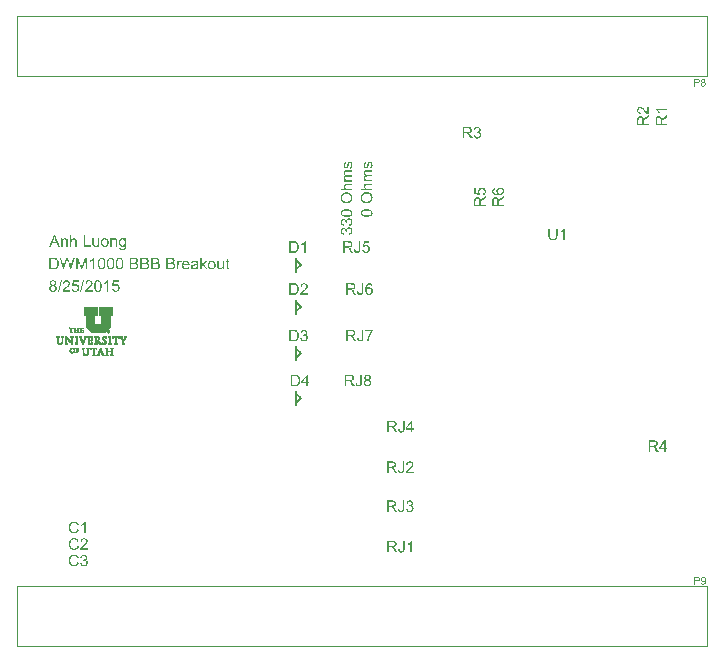
<source format=gto>
G04 Layer_Color=65535*
%FSLAX25Y25*%
%MOIN*%
G70*
G01*
G75*
%ADD21C,0.00100*%
%ADD22C,0.00800*%
G36*
X93404Y34902D02*
X93454Y34896D01*
X93515Y34891D01*
X93576Y34885D01*
X93648Y34868D01*
X93798Y34835D01*
X93964Y34785D01*
X94047Y34752D01*
X94125Y34713D01*
X94203Y34663D01*
X94281Y34613D01*
X94286Y34607D01*
X94297Y34602D01*
X94319Y34585D01*
X94347Y34558D01*
X94375Y34530D01*
X94414Y34491D01*
X94453Y34447D01*
X94497Y34402D01*
X94541Y34347D01*
X94586Y34280D01*
X94636Y34214D01*
X94680Y34141D01*
X94719Y34058D01*
X94763Y33975D01*
X94797Y33886D01*
X94830Y33786D01*
X94331Y33669D01*
Y33675D01*
X94325Y33686D01*
X94314Y33708D01*
X94303Y33736D01*
X94292Y33770D01*
X94275Y33814D01*
X94231Y33903D01*
X94175Y34003D01*
X94108Y34102D01*
X94025Y34197D01*
X93937Y34280D01*
X93925Y34291D01*
X93892Y34313D01*
X93836Y34341D01*
X93764Y34380D01*
X93670Y34413D01*
X93565Y34447D01*
X93437Y34469D01*
X93298Y34474D01*
X93254D01*
X93226Y34469D01*
X93187D01*
X93143Y34463D01*
X93037Y34447D01*
X92921Y34424D01*
X92799Y34385D01*
X92671Y34330D01*
X92554Y34258D01*
X92549D01*
X92543Y34247D01*
X92505Y34219D01*
X92455Y34175D01*
X92394Y34108D01*
X92321Y34025D01*
X92255Y33930D01*
X92194Y33814D01*
X92138Y33686D01*
Y33681D01*
X92133Y33669D01*
X92127Y33653D01*
X92122Y33625D01*
X92111Y33592D01*
X92099Y33553D01*
X92083Y33459D01*
X92061Y33348D01*
X92038Y33226D01*
X92027Y33092D01*
X92022Y32948D01*
Y32943D01*
Y32926D01*
Y32898D01*
Y32865D01*
X92027Y32826D01*
Y32776D01*
X92033Y32721D01*
X92038Y32659D01*
X92055Y32526D01*
X92083Y32382D01*
X92116Y32238D01*
X92160Y32093D01*
Y32088D01*
X92166Y32077D01*
X92177Y32060D01*
X92188Y32032D01*
X92221Y31966D01*
X92272Y31888D01*
X92333Y31799D01*
X92410Y31705D01*
X92499Y31622D01*
X92604Y31544D01*
X92610D01*
X92621Y31538D01*
X92638Y31527D01*
X92660Y31516D01*
X92688Y31505D01*
X92721Y31488D01*
X92799Y31455D01*
X92899Y31422D01*
X93010Y31394D01*
X93132Y31372D01*
X93259Y31366D01*
X93298D01*
X93331Y31372D01*
X93370D01*
X93409Y31377D01*
X93509Y31400D01*
X93626Y31427D01*
X93742Y31472D01*
X93864Y31533D01*
X93925Y31566D01*
X93981Y31611D01*
X93986Y31616D01*
X93992Y31622D01*
X94009Y31638D01*
X94031Y31655D01*
X94053Y31683D01*
X94081Y31716D01*
X94114Y31749D01*
X94142Y31794D01*
X94175Y31844D01*
X94214Y31899D01*
X94247Y31955D01*
X94281Y32021D01*
X94308Y32093D01*
X94336Y32171D01*
X94364Y32254D01*
X94386Y32343D01*
X94897Y32215D01*
Y32210D01*
X94891Y32188D01*
X94880Y32154D01*
X94863Y32110D01*
X94847Y32060D01*
X94824Y31999D01*
X94797Y31932D01*
X94763Y31860D01*
X94686Y31705D01*
X94586Y31550D01*
X94525Y31472D01*
X94464Y31394D01*
X94397Y31327D01*
X94319Y31261D01*
X94314Y31255D01*
X94303Y31244D01*
X94275Y31233D01*
X94247Y31211D01*
X94203Y31183D01*
X94159Y31155D01*
X94097Y31128D01*
X94036Y31100D01*
X93964Y31067D01*
X93887Y31039D01*
X93803Y31011D01*
X93714Y30983D01*
X93620Y30961D01*
X93520Y30950D01*
X93415Y30939D01*
X93304Y30933D01*
X93243D01*
X93198Y30939D01*
X93148D01*
X93087Y30944D01*
X93021Y30956D01*
X92943Y30967D01*
X92782Y30994D01*
X92615Y31039D01*
X92449Y31100D01*
X92371Y31139D01*
X92294Y31183D01*
X92288Y31189D01*
X92277Y31194D01*
X92255Y31211D01*
X92233Y31233D01*
X92199Y31255D01*
X92160Y31289D01*
X92116Y31327D01*
X92072Y31372D01*
X92027Y31422D01*
X91977Y31472D01*
X91877Y31599D01*
X91783Y31749D01*
X91700Y31916D01*
Y31921D01*
X91689Y31938D01*
X91683Y31966D01*
X91667Y31999D01*
X91655Y32043D01*
X91639Y32099D01*
X91616Y32160D01*
X91600Y32226D01*
X91583Y32299D01*
X91561Y32382D01*
X91533Y32554D01*
X91511Y32748D01*
X91500Y32948D01*
Y32954D01*
Y32976D01*
Y33009D01*
X91506Y33048D01*
Y33103D01*
X91511Y33159D01*
X91517Y33231D01*
X91528Y33303D01*
X91556Y33464D01*
X91594Y33642D01*
X91650Y33819D01*
X91728Y33991D01*
X91733Y33997D01*
X91739Y34014D01*
X91750Y34036D01*
X91772Y34064D01*
X91794Y34102D01*
X91822Y34147D01*
X91894Y34247D01*
X91988Y34358D01*
X92099Y34469D01*
X92227Y34580D01*
X92377Y34674D01*
X92382Y34680D01*
X92399Y34685D01*
X92421Y34696D01*
X92449Y34713D01*
X92493Y34730D01*
X92538Y34746D01*
X92593Y34769D01*
X92654Y34791D01*
X92721Y34813D01*
X92793Y34835D01*
X92949Y34868D01*
X93126Y34896D01*
X93309Y34907D01*
X93365D01*
X93404Y34902D01*
D02*
G37*
G36*
X96650Y34852D02*
X96723Y34841D01*
X96811Y34824D01*
X96911Y34796D01*
X97011Y34763D01*
X97111Y34718D01*
X97117D01*
X97122Y34713D01*
X97155Y34696D01*
X97205Y34663D01*
X97261Y34624D01*
X97328Y34569D01*
X97394Y34508D01*
X97461Y34435D01*
X97516Y34352D01*
X97522Y34341D01*
X97538Y34313D01*
X97561Y34263D01*
X97588Y34202D01*
X97616Y34130D01*
X97638Y34047D01*
X97655Y33953D01*
X97660Y33858D01*
Y33847D01*
Y33814D01*
X97655Y33770D01*
X97644Y33708D01*
X97627Y33636D01*
X97600Y33559D01*
X97566Y33481D01*
X97522Y33403D01*
X97516Y33392D01*
X97500Y33370D01*
X97466Y33331D01*
X97422Y33287D01*
X97366Y33237D01*
X97300Y33181D01*
X97222Y33131D01*
X97128Y33081D01*
X97133D01*
X97144Y33076D01*
X97161Y33070D01*
X97183Y33065D01*
X97244Y33042D01*
X97322Y33009D01*
X97411Y32965D01*
X97500Y32909D01*
X97583Y32837D01*
X97660Y32754D01*
X97666Y32743D01*
X97688Y32709D01*
X97722Y32654D01*
X97755Y32582D01*
X97788Y32493D01*
X97821Y32388D01*
X97844Y32265D01*
X97849Y32132D01*
Y32127D01*
Y32110D01*
Y32082D01*
X97844Y32049D01*
X97838Y32005D01*
X97827Y31955D01*
X97816Y31899D01*
X97805Y31838D01*
X97760Y31705D01*
X97727Y31633D01*
X97694Y31566D01*
X97649Y31494D01*
X97600Y31422D01*
X97544Y31350D01*
X97477Y31283D01*
X97472Y31277D01*
X97461Y31266D01*
X97439Y31250D01*
X97411Y31228D01*
X97377Y31200D01*
X97333Y31172D01*
X97283Y31139D01*
X97222Y31111D01*
X97161Y31078D01*
X97089Y31044D01*
X97017Y31017D01*
X96934Y30989D01*
X96845Y30967D01*
X96750Y30950D01*
X96656Y30939D01*
X96551Y30933D01*
X96500D01*
X96467Y30939D01*
X96423Y30944D01*
X96373Y30950D01*
X96317Y30961D01*
X96256Y30972D01*
X96123Y31005D01*
X95984Y31061D01*
X95912Y31094D01*
X95846Y31133D01*
X95779Y31183D01*
X95713Y31233D01*
X95707Y31239D01*
X95696Y31250D01*
X95679Y31266D01*
X95662Y31289D01*
X95635Y31316D01*
X95607Y31355D01*
X95574Y31394D01*
X95540Y31444D01*
X95507Y31499D01*
X95474Y31555D01*
X95413Y31688D01*
X95363Y31844D01*
X95346Y31927D01*
X95335Y32016D01*
X95807Y32077D01*
Y32071D01*
X95812Y32060D01*
X95818Y32038D01*
X95824Y32010D01*
X95829Y31977D01*
X95840Y31938D01*
X95868Y31855D01*
X95907Y31755D01*
X95957Y31660D01*
X96012Y31572D01*
X96079Y31494D01*
X96090Y31488D01*
X96112Y31466D01*
X96156Y31438D01*
X96212Y31411D01*
X96279Y31377D01*
X96362Y31350D01*
X96456Y31327D01*
X96556Y31322D01*
X96589D01*
X96611Y31327D01*
X96673Y31333D01*
X96750Y31350D01*
X96839Y31377D01*
X96934Y31416D01*
X97028Y31472D01*
X97117Y31550D01*
X97128Y31561D01*
X97155Y31594D01*
X97189Y31644D01*
X97233Y31710D01*
X97277Y31794D01*
X97311Y31888D01*
X97339Y31999D01*
X97350Y32121D01*
Y32127D01*
Y32138D01*
Y32154D01*
X97344Y32177D01*
X97339Y32238D01*
X97322Y32310D01*
X97300Y32399D01*
X97261Y32487D01*
X97205Y32576D01*
X97133Y32659D01*
X97122Y32671D01*
X97094Y32693D01*
X97050Y32726D01*
X96989Y32765D01*
X96911Y32804D01*
X96817Y32837D01*
X96711Y32859D01*
X96595Y32870D01*
X96545D01*
X96506Y32865D01*
X96456Y32859D01*
X96401Y32848D01*
X96334Y32837D01*
X96262Y32820D01*
X96317Y33237D01*
X96345D01*
X96367Y33231D01*
X96439D01*
X96500Y33242D01*
X96573Y33253D01*
X96656Y33270D01*
X96750Y33298D01*
X96839Y33336D01*
X96934Y33386D01*
X96939D01*
X96945Y33392D01*
X96972Y33414D01*
X97011Y33453D01*
X97056Y33503D01*
X97100Y33575D01*
X97139Y33658D01*
X97167Y33753D01*
X97178Y33808D01*
Y33869D01*
Y33875D01*
Y33880D01*
Y33914D01*
X97167Y33958D01*
X97155Y34019D01*
X97133Y34086D01*
X97105Y34158D01*
X97061Y34230D01*
X97000Y34297D01*
X96995Y34302D01*
X96967Y34324D01*
X96928Y34352D01*
X96878Y34385D01*
X96811Y34413D01*
X96734Y34441D01*
X96645Y34463D01*
X96545Y34469D01*
X96500D01*
X96451Y34458D01*
X96384Y34447D01*
X96312Y34424D01*
X96240Y34397D01*
X96162Y34352D01*
X96090Y34297D01*
X96084Y34291D01*
X96062Y34263D01*
X96029Y34225D01*
X95990Y34169D01*
X95951Y34097D01*
X95912Y34008D01*
X95879Y33903D01*
X95857Y33781D01*
X95385Y33864D01*
Y33869D01*
X95390Y33886D01*
X95396Y33908D01*
X95402Y33942D01*
X95413Y33980D01*
X95429Y34025D01*
X95463Y34130D01*
X95518Y34252D01*
X95585Y34374D01*
X95668Y34491D01*
X95774Y34596D01*
X95779Y34602D01*
X95790Y34607D01*
X95807Y34619D01*
X95829Y34635D01*
X95857Y34657D01*
X95896Y34680D01*
X95934Y34702D01*
X95984Y34730D01*
X96095Y34774D01*
X96223Y34818D01*
X96373Y34846D01*
X96451Y34857D01*
X96589D01*
X96650Y34852D01*
D02*
G37*
G36*
X93404Y40402D02*
X93454Y40396D01*
X93515Y40391D01*
X93576Y40385D01*
X93648Y40368D01*
X93798Y40335D01*
X93964Y40285D01*
X94047Y40252D01*
X94125Y40213D01*
X94203Y40163D01*
X94281Y40113D01*
X94286Y40108D01*
X94297Y40102D01*
X94319Y40085D01*
X94347Y40058D01*
X94375Y40030D01*
X94414Y39991D01*
X94453Y39947D01*
X94497Y39902D01*
X94541Y39847D01*
X94586Y39780D01*
X94636Y39713D01*
X94680Y39641D01*
X94719Y39558D01*
X94763Y39475D01*
X94797Y39386D01*
X94830Y39286D01*
X94331Y39169D01*
Y39175D01*
X94325Y39186D01*
X94314Y39208D01*
X94303Y39236D01*
X94292Y39270D01*
X94275Y39314D01*
X94231Y39403D01*
X94175Y39503D01*
X94108Y39602D01*
X94025Y39697D01*
X93937Y39780D01*
X93925Y39791D01*
X93892Y39813D01*
X93836Y39841D01*
X93764Y39880D01*
X93670Y39913D01*
X93565Y39947D01*
X93437Y39969D01*
X93298Y39974D01*
X93254D01*
X93226Y39969D01*
X93187D01*
X93143Y39963D01*
X93037Y39947D01*
X92921Y39924D01*
X92799Y39886D01*
X92671Y39830D01*
X92554Y39758D01*
X92549D01*
X92543Y39747D01*
X92505Y39719D01*
X92455Y39675D01*
X92394Y39608D01*
X92321Y39525D01*
X92255Y39430D01*
X92194Y39314D01*
X92138Y39186D01*
Y39181D01*
X92133Y39169D01*
X92127Y39153D01*
X92122Y39125D01*
X92111Y39092D01*
X92099Y39053D01*
X92083Y38959D01*
X92061Y38848D01*
X92038Y38726D01*
X92027Y38592D01*
X92022Y38448D01*
Y38443D01*
Y38426D01*
Y38398D01*
Y38365D01*
X92027Y38326D01*
Y38276D01*
X92033Y38221D01*
X92038Y38159D01*
X92055Y38026D01*
X92083Y37882D01*
X92116Y37738D01*
X92160Y37593D01*
Y37588D01*
X92166Y37577D01*
X92177Y37560D01*
X92188Y37532D01*
X92221Y37466D01*
X92272Y37388D01*
X92333Y37299D01*
X92410Y37205D01*
X92499Y37122D01*
X92604Y37044D01*
X92610D01*
X92621Y37038D01*
X92638Y37027D01*
X92660Y37016D01*
X92688Y37005D01*
X92721Y36988D01*
X92799Y36955D01*
X92899Y36922D01*
X93010Y36894D01*
X93132Y36872D01*
X93259Y36866D01*
X93298D01*
X93331Y36872D01*
X93370D01*
X93409Y36877D01*
X93509Y36900D01*
X93626Y36927D01*
X93742Y36972D01*
X93864Y37033D01*
X93925Y37066D01*
X93981Y37110D01*
X93986Y37116D01*
X93992Y37122D01*
X94009Y37138D01*
X94031Y37155D01*
X94053Y37183D01*
X94081Y37216D01*
X94114Y37249D01*
X94142Y37294D01*
X94175Y37344D01*
X94214Y37399D01*
X94247Y37455D01*
X94281Y37521D01*
X94308Y37593D01*
X94336Y37671D01*
X94364Y37754D01*
X94386Y37843D01*
X94897Y37715D01*
Y37710D01*
X94891Y37688D01*
X94880Y37654D01*
X94863Y37610D01*
X94847Y37560D01*
X94824Y37499D01*
X94797Y37432D01*
X94763Y37360D01*
X94686Y37205D01*
X94586Y37049D01*
X94525Y36972D01*
X94464Y36894D01*
X94397Y36827D01*
X94319Y36761D01*
X94314Y36755D01*
X94303Y36744D01*
X94275Y36733D01*
X94247Y36711D01*
X94203Y36683D01*
X94159Y36655D01*
X94097Y36628D01*
X94036Y36600D01*
X93964Y36567D01*
X93887Y36539D01*
X93803Y36511D01*
X93714Y36483D01*
X93620Y36461D01*
X93520Y36450D01*
X93415Y36439D01*
X93304Y36433D01*
X93243D01*
X93198Y36439D01*
X93148D01*
X93087Y36445D01*
X93021Y36456D01*
X92943Y36467D01*
X92782Y36494D01*
X92615Y36539D01*
X92449Y36600D01*
X92371Y36639D01*
X92294Y36683D01*
X92288Y36689D01*
X92277Y36694D01*
X92255Y36711D01*
X92233Y36733D01*
X92199Y36755D01*
X92160Y36789D01*
X92116Y36827D01*
X92072Y36872D01*
X92027Y36922D01*
X91977Y36972D01*
X91877Y37099D01*
X91783Y37249D01*
X91700Y37416D01*
Y37421D01*
X91689Y37438D01*
X91683Y37466D01*
X91667Y37499D01*
X91655Y37543D01*
X91639Y37599D01*
X91616Y37660D01*
X91600Y37727D01*
X91583Y37799D01*
X91561Y37882D01*
X91533Y38054D01*
X91511Y38248D01*
X91500Y38448D01*
Y38454D01*
Y38476D01*
Y38509D01*
X91506Y38548D01*
Y38603D01*
X91511Y38659D01*
X91517Y38731D01*
X91528Y38803D01*
X91556Y38964D01*
X91594Y39142D01*
X91650Y39319D01*
X91728Y39491D01*
X91733Y39497D01*
X91739Y39514D01*
X91750Y39536D01*
X91772Y39564D01*
X91794Y39602D01*
X91822Y39647D01*
X91894Y39747D01*
X91988Y39858D01*
X92099Y39969D01*
X92227Y40080D01*
X92377Y40174D01*
X92382Y40180D01*
X92399Y40185D01*
X92421Y40196D01*
X92449Y40213D01*
X92493Y40230D01*
X92538Y40246D01*
X92593Y40268D01*
X92654Y40291D01*
X92721Y40313D01*
X92793Y40335D01*
X92949Y40368D01*
X93126Y40396D01*
X93309Y40407D01*
X93365D01*
X93404Y40402D01*
D02*
G37*
G36*
X94835Y125841D02*
X93297D01*
X93092Y124803D01*
X93098Y124809D01*
X93109Y124814D01*
X93125Y124826D01*
X93153Y124842D01*
X93186Y124859D01*
X93225Y124881D01*
X93314Y124925D01*
X93425Y124970D01*
X93547Y125009D01*
X93680Y125036D01*
X93747Y125048D01*
X93869D01*
X93902Y125042D01*
X93947Y125036D01*
X93997Y125031D01*
X94052Y125020D01*
X94113Y125003D01*
X94246Y124964D01*
X94318Y124936D01*
X94391Y124898D01*
X94463Y124859D01*
X94535Y124814D01*
X94602Y124759D01*
X94668Y124698D01*
X94674Y124692D01*
X94685Y124681D01*
X94701Y124664D01*
X94724Y124637D01*
X94751Y124598D01*
X94779Y124559D01*
X94812Y124509D01*
X94846Y124454D01*
X94873Y124393D01*
X94907Y124326D01*
X94934Y124248D01*
X94962Y124171D01*
X94985Y124087D01*
X95001Y123993D01*
X95012Y123899D01*
X95018Y123799D01*
Y123793D01*
Y123776D01*
Y123749D01*
X95012Y123710D01*
X95007Y123665D01*
X95001Y123616D01*
X94990Y123555D01*
X94979Y123494D01*
X94946Y123349D01*
X94890Y123199D01*
X94857Y123122D01*
X94812Y123049D01*
X94768Y122972D01*
X94713Y122900D01*
X94707Y122894D01*
X94696Y122877D01*
X94674Y122855D01*
X94646Y122827D01*
X94607Y122794D01*
X94563Y122750D01*
X94507Y122711D01*
X94446Y122667D01*
X94380Y122622D01*
X94302Y122583D01*
X94219Y122544D01*
X94130Y122505D01*
X94035Y122478D01*
X93930Y122456D01*
X93819Y122439D01*
X93702Y122433D01*
X93652D01*
X93614Y122439D01*
X93569Y122444D01*
X93519Y122450D01*
X93458Y122456D01*
X93397Y122472D01*
X93258Y122505D01*
X93120Y122555D01*
X93047Y122589D01*
X92975Y122628D01*
X92909Y122672D01*
X92842Y122722D01*
X92837Y122728D01*
X92826Y122733D01*
X92814Y122755D01*
X92792Y122777D01*
X92764Y122805D01*
X92737Y122839D01*
X92703Y122883D01*
X92676Y122933D01*
X92642Y122983D01*
X92609Y123044D01*
X92548Y123177D01*
X92498Y123333D01*
X92481Y123416D01*
X92470Y123504D01*
X92964Y123543D01*
Y123538D01*
Y123527D01*
X92970Y123510D01*
X92975Y123482D01*
X92992Y123421D01*
X93014Y123338D01*
X93047Y123255D01*
X93092Y123160D01*
X93147Y123077D01*
X93214Y123000D01*
X93225Y122994D01*
X93247Y122972D01*
X93292Y122944D01*
X93353Y122911D01*
X93419Y122877D01*
X93503Y122850D01*
X93597Y122827D01*
X93702Y122822D01*
X93736D01*
X93758Y122827D01*
X93824Y122833D01*
X93902Y122855D01*
X93997Y122883D01*
X94091Y122927D01*
X94191Y122994D01*
X94235Y123033D01*
X94280Y123077D01*
X94285Y123083D01*
X94291Y123088D01*
X94302Y123105D01*
X94318Y123122D01*
X94357Y123183D01*
X94402Y123260D01*
X94441Y123355D01*
X94479Y123471D01*
X94507Y123610D01*
X94518Y123682D01*
Y123760D01*
Y123765D01*
Y123776D01*
Y123799D01*
X94513Y123826D01*
Y123860D01*
X94507Y123899D01*
X94490Y123987D01*
X94463Y124093D01*
X94424Y124198D01*
X94368Y124298D01*
X94291Y124393D01*
Y124398D01*
X94280Y124404D01*
X94252Y124431D01*
X94202Y124470D01*
X94135Y124515D01*
X94046Y124554D01*
X93947Y124592D01*
X93830Y124620D01*
X93764Y124631D01*
X93658D01*
X93614Y124626D01*
X93558Y124620D01*
X93492Y124603D01*
X93425Y124587D01*
X93353Y124559D01*
X93281Y124526D01*
X93275Y124520D01*
X93253Y124509D01*
X93220Y124481D01*
X93175Y124454D01*
X93131Y124415D01*
X93086Y124365D01*
X93036Y124315D01*
X92998Y124254D01*
X92554Y124315D01*
X92925Y126291D01*
X94835D01*
Y125841D01*
D02*
G37*
G36*
X170456Y135500D02*
X169984D01*
Y138503D01*
X169978Y138497D01*
X169951Y138475D01*
X169917Y138442D01*
X169862Y138403D01*
X169801Y138353D01*
X169723Y138297D01*
X169634Y138236D01*
X169534Y138175D01*
X169529D01*
X169523Y138170D01*
X169490Y138147D01*
X169434Y138120D01*
X169368Y138086D01*
X169290Y138048D01*
X169207Y138009D01*
X169124Y137970D01*
X169040Y137936D01*
Y138392D01*
X169046D01*
X169057Y138403D01*
X169079Y138408D01*
X169107Y138425D01*
X169140Y138442D01*
X169179Y138464D01*
X169273Y138519D01*
X169385Y138580D01*
X169495Y138658D01*
X169612Y138747D01*
X169729Y138841D01*
X169734Y138847D01*
X169740Y138852D01*
X169756Y138869D01*
X169779Y138885D01*
X169828Y138941D01*
X169895Y139008D01*
X169962Y139085D01*
X170034Y139174D01*
X170095Y139263D01*
X170150Y139357D01*
X170456D01*
Y135500D01*
D02*
G37*
G36*
X166576Y139335D02*
X166687Y139330D01*
X166798Y139318D01*
X166909Y139302D01*
X167004Y139285D01*
X167009D01*
X167020Y139279D01*
X167037D01*
X167059Y139269D01*
X167120Y139252D01*
X167198Y139224D01*
X167287Y139185D01*
X167381Y139135D01*
X167475Y139080D01*
X167564Y139008D01*
X167570Y139002D01*
X167575Y138997D01*
X167592Y138980D01*
X167614Y138963D01*
X167670Y138908D01*
X167736Y138830D01*
X167808Y138736D01*
X167886Y138625D01*
X167958Y138497D01*
X168019Y138353D01*
Y138347D01*
X168025Y138336D01*
X168036Y138314D01*
X168041Y138280D01*
X168058Y138242D01*
X168069Y138197D01*
X168080Y138147D01*
X168097Y138086D01*
X168114Y138025D01*
X168125Y137953D01*
X168152Y137798D01*
X168169Y137626D01*
X168175Y137437D01*
Y137431D01*
Y137420D01*
Y137393D01*
Y137365D01*
X168169Y137326D01*
Y137282D01*
X168164Y137176D01*
X168147Y137054D01*
X168130Y136926D01*
X168102Y136793D01*
X168069Y136660D01*
Y136654D01*
X168064Y136643D01*
X168058Y136627D01*
X168052Y136604D01*
X168030Y136543D01*
X167997Y136466D01*
X167964Y136377D01*
X167919Y136288D01*
X167864Y136194D01*
X167808Y136105D01*
X167803Y136094D01*
X167780Y136066D01*
X167747Y136027D01*
X167703Y135977D01*
X167653Y135922D01*
X167592Y135866D01*
X167531Y135805D01*
X167459Y135755D01*
X167448Y135750D01*
X167425Y135733D01*
X167386Y135711D01*
X167331Y135683D01*
X167264Y135650D01*
X167187Y135622D01*
X167098Y135589D01*
X166998Y135561D01*
X166987D01*
X166970Y135556D01*
X166954Y135550D01*
X166898Y135544D01*
X166820Y135533D01*
X166732Y135522D01*
X166626Y135511D01*
X166510Y135505D01*
X166382Y135500D01*
X165000D01*
Y139341D01*
X166476D01*
X166576Y139335D01*
D02*
G37*
G36*
X96695Y40352D02*
X96739Y40346D01*
X96795Y40341D01*
X96856Y40330D01*
X96917Y40318D01*
X97061Y40280D01*
X97205Y40224D01*
X97277Y40191D01*
X97350Y40152D01*
X97416Y40102D01*
X97477Y40046D01*
X97483Y40041D01*
X97494Y40035D01*
X97505Y40013D01*
X97527Y39991D01*
X97555Y39963D01*
X97583Y39924D01*
X97611Y39886D01*
X97644Y39836D01*
X97699Y39730D01*
X97755Y39597D01*
X97777Y39530D01*
X97788Y39453D01*
X97799Y39375D01*
X97805Y39292D01*
Y39281D01*
Y39253D01*
X97799Y39208D01*
X97794Y39147D01*
X97783Y39081D01*
X97760Y39003D01*
X97738Y38920D01*
X97705Y38837D01*
X97699Y38826D01*
X97688Y38798D01*
X97666Y38753D01*
X97633Y38692D01*
X97588Y38626D01*
X97533Y38542D01*
X97466Y38459D01*
X97388Y38365D01*
X97377Y38354D01*
X97350Y38320D01*
X97322Y38293D01*
X97294Y38265D01*
X97261Y38232D01*
X97216Y38187D01*
X97172Y38143D01*
X97117Y38093D01*
X97061Y38037D01*
X96995Y37976D01*
X96922Y37915D01*
X96845Y37843D01*
X96756Y37771D01*
X96667Y37693D01*
X96662Y37688D01*
X96650Y37677D01*
X96628Y37660D01*
X96601Y37638D01*
X96567Y37604D01*
X96528Y37571D01*
X96439Y37499D01*
X96345Y37416D01*
X96256Y37332D01*
X96179Y37260D01*
X96145Y37233D01*
X96118Y37205D01*
X96112Y37199D01*
X96095Y37183D01*
X96073Y37160D01*
X96046Y37127D01*
X96018Y37088D01*
X95984Y37049D01*
X95918Y36955D01*
X97810D01*
Y36500D01*
X95263D01*
Y36505D01*
Y36528D01*
Y36561D01*
X95268Y36606D01*
X95274Y36655D01*
X95285Y36711D01*
X95296Y36766D01*
X95318Y36827D01*
Y36833D01*
X95324Y36838D01*
X95335Y36872D01*
X95357Y36922D01*
X95390Y36988D01*
X95435Y37066D01*
X95490Y37155D01*
X95552Y37244D01*
X95629Y37338D01*
Y37344D01*
X95640Y37349D01*
X95668Y37383D01*
X95718Y37432D01*
X95790Y37505D01*
X95873Y37588D01*
X95979Y37688D01*
X96106Y37799D01*
X96245Y37915D01*
X96251Y37921D01*
X96273Y37938D01*
X96306Y37965D01*
X96345Y37999D01*
X96395Y38043D01*
X96456Y38093D01*
X96517Y38148D01*
X96589Y38209D01*
X96728Y38343D01*
X96867Y38476D01*
X96934Y38542D01*
X96995Y38609D01*
X97050Y38670D01*
X97094Y38731D01*
Y38737D01*
X97105Y38742D01*
X97117Y38759D01*
X97128Y38781D01*
X97167Y38842D01*
X97211Y38914D01*
X97250Y39003D01*
X97289Y39097D01*
X97311Y39203D01*
X97322Y39303D01*
Y39308D01*
Y39314D01*
X97316Y39347D01*
X97311Y39403D01*
X97294Y39464D01*
X97272Y39541D01*
X97233Y39619D01*
X97183Y39697D01*
X97117Y39775D01*
X97105Y39786D01*
X97078Y39808D01*
X97039Y39836D01*
X96978Y39874D01*
X96900Y39908D01*
X96811Y39941D01*
X96706Y39963D01*
X96589Y39969D01*
X96556D01*
X96534Y39963D01*
X96467Y39958D01*
X96390Y39941D01*
X96306Y39919D01*
X96212Y39880D01*
X96123Y39830D01*
X96040Y39763D01*
X96029Y39752D01*
X96007Y39724D01*
X95973Y39680D01*
X95940Y39614D01*
X95901Y39536D01*
X95868Y39436D01*
X95846Y39325D01*
X95835Y39197D01*
X95352Y39247D01*
Y39253D01*
X95357Y39270D01*
Y39297D01*
X95363Y39336D01*
X95374Y39380D01*
X95385Y39430D01*
X95402Y39491D01*
X95418Y39553D01*
X95463Y39686D01*
X95529Y39819D01*
X95568Y39886D01*
X95618Y39952D01*
X95668Y40013D01*
X95724Y40069D01*
X95729Y40074D01*
X95740Y40080D01*
X95757Y40096D01*
X95785Y40113D01*
X95818Y40135D01*
X95857Y40157D01*
X95901Y40185D01*
X95957Y40213D01*
X96018Y40241D01*
X96084Y40268D01*
X96156Y40291D01*
X96234Y40313D01*
X96317Y40330D01*
X96406Y40346D01*
X96500Y40352D01*
X96601Y40357D01*
X96656D01*
X96695Y40352D01*
D02*
G37*
G36*
X301006Y193457D02*
X301069Y193453D01*
X301136Y193449D01*
X301199Y193442D01*
X301254Y193435D01*
X301262D01*
X301288Y193427D01*
X301321Y193420D01*
X301365Y193409D01*
X301413Y193390D01*
X301465Y193368D01*
X301521Y193342D01*
X301569Y193312D01*
X301576Y193309D01*
X301591Y193298D01*
X301613Y193275D01*
X301643Y193249D01*
X301676Y193216D01*
X301709Y193172D01*
X301746Y193124D01*
X301776Y193068D01*
X301780Y193061D01*
X301787Y193042D01*
X301802Y193009D01*
X301817Y192965D01*
X301828Y192913D01*
X301842Y192854D01*
X301850Y192787D01*
X301854Y192717D01*
Y192713D01*
Y192702D01*
Y192687D01*
X301850Y192661D01*
X301846Y192635D01*
X301842Y192602D01*
X301835Y192565D01*
X301828Y192524D01*
X301802Y192439D01*
X301787Y192395D01*
X301765Y192347D01*
X301739Y192299D01*
X301713Y192254D01*
X301680Y192210D01*
X301643Y192165D01*
X301639Y192162D01*
X301632Y192154D01*
X301621Y192143D01*
X301602Y192132D01*
X301580Y192114D01*
X301550Y192095D01*
X301513Y192073D01*
X301472Y192054D01*
X301424Y192032D01*
X301369Y192010D01*
X301310Y191991D01*
X301239Y191977D01*
X301165Y191962D01*
X301084Y191951D01*
X300992Y191943D01*
X300895Y191940D01*
X300240D01*
Y190900D01*
X299900D01*
Y193460D01*
X300951D01*
X301006Y193457D01*
D02*
G37*
G36*
X303045Y193468D02*
X303075Y193464D01*
X303108Y193460D01*
X303145Y193457D01*
X303182Y193446D01*
X303271Y193423D01*
X303360Y193390D01*
X303404Y193368D01*
X303448Y193342D01*
X303489Y193309D01*
X303530Y193275D01*
X303533Y193272D01*
X303537Y193268D01*
X303548Y193257D01*
X303563Y193242D01*
X303578Y193220D01*
X303596Y193198D01*
X303633Y193142D01*
X303670Y193072D01*
X303704Y192991D01*
X303730Y192898D01*
X303733Y192850D01*
X303737Y192798D01*
Y192794D01*
Y192791D01*
Y192769D01*
X303733Y192735D01*
X303726Y192694D01*
X303715Y192643D01*
X303696Y192591D01*
X303674Y192539D01*
X303641Y192487D01*
X303637Y192480D01*
X303622Y192465D01*
X303600Y192443D01*
X303570Y192413D01*
X303530Y192380D01*
X303482Y192347D01*
X303426Y192313D01*
X303360Y192284D01*
X303363D01*
X303371Y192280D01*
X303382Y192276D01*
X303397Y192269D01*
X303441Y192251D01*
X303493Y192225D01*
X303548Y192188D01*
X303607Y192147D01*
X303663Y192095D01*
X303715Y192036D01*
Y192032D01*
X303718Y192028D01*
X303733Y192006D01*
X303755Y191969D01*
X303778Y191921D01*
X303800Y191862D01*
X303822Y191792D01*
X303837Y191714D01*
X303840Y191629D01*
Y191625D01*
Y191614D01*
Y191596D01*
X303837Y191573D01*
X303833Y191548D01*
X303829Y191514D01*
X303822Y191477D01*
X303811Y191437D01*
X303785Y191351D01*
X303766Y191303D01*
X303741Y191259D01*
X303715Y191211D01*
X303685Y191166D01*
X303648Y191122D01*
X303607Y191078D01*
X303604Y191074D01*
X303596Y191067D01*
X303585Y191055D01*
X303567Y191044D01*
X303541Y191026D01*
X303515Y191007D01*
X303482Y190989D01*
X303445Y190967D01*
X303404Y190944D01*
X303356Y190926D01*
X303304Y190907D01*
X303252Y190889D01*
X303193Y190878D01*
X303130Y190867D01*
X303067Y190859D01*
X302997Y190856D01*
X302960D01*
X302934Y190859D01*
X302901Y190863D01*
X302864Y190867D01*
X302823Y190874D01*
X302779Y190885D01*
X302679Y190911D01*
X302627Y190930D01*
X302579Y190948D01*
X302527Y190974D01*
X302475Y191004D01*
X302427Y191037D01*
X302383Y191078D01*
X302379Y191081D01*
X302372Y191089D01*
X302361Y191100D01*
X302346Y191118D01*
X302331Y191140D01*
X302309Y191166D01*
X302290Y191196D01*
X302268Y191233D01*
X302246Y191270D01*
X302227Y191314D01*
X302190Y191407D01*
X302175Y191462D01*
X302164Y191518D01*
X302157Y191577D01*
X302153Y191636D01*
Y191640D01*
Y191647D01*
Y191662D01*
X302157Y191677D01*
Y191699D01*
X302161Y191725D01*
X302168Y191784D01*
X302183Y191851D01*
X302205Y191918D01*
X302238Y191988D01*
X302279Y192054D01*
Y192058D01*
X302287Y192062D01*
X302301Y192080D01*
X302331Y192110D01*
X302372Y192147D01*
X302423Y192184D01*
X302486Y192225D01*
X302557Y192258D01*
X302642Y192284D01*
X302638D01*
X302634Y192288D01*
X302623Y192291D01*
X302608Y192299D01*
X302575Y192313D01*
X302531Y192336D01*
X302483Y192365D01*
X302434Y192402D01*
X302390Y192443D01*
X302349Y192487D01*
X302346Y192495D01*
X302335Y192509D01*
X302320Y192539D01*
X302305Y192576D01*
X302287Y192624D01*
X302272Y192680D01*
X302261Y192743D01*
X302257Y192809D01*
Y192813D01*
Y192820D01*
Y192835D01*
X302261Y192857D01*
X302264Y192879D01*
X302268Y192909D01*
X302283Y192972D01*
X302305Y193046D01*
X302342Y193124D01*
X302364Y193164D01*
X302390Y193205D01*
X302423Y193242D01*
X302457Y193279D01*
X302460Y193283D01*
X302468Y193287D01*
X302479Y193298D01*
X302494Y193309D01*
X302512Y193324D01*
X302538Y193338D01*
X302568Y193357D01*
X302597Y193375D01*
X302634Y193394D01*
X302675Y193412D01*
X302719Y193427D01*
X302767Y193442D01*
X302871Y193464D01*
X302930Y193468D01*
X302990Y193472D01*
X303023D01*
X303045Y193468D01*
D02*
G37*
G36*
X102571Y133852D02*
X102644Y133841D01*
X102727Y133824D01*
X102815Y133802D01*
X102910Y133774D01*
X102999Y133730D01*
X103004D01*
X103010Y133724D01*
X103038Y133707D01*
X103082Y133680D01*
X103137Y133641D01*
X103199Y133585D01*
X103265Y133524D01*
X103326Y133452D01*
X103387Y133369D01*
X103393Y133358D01*
X103415Y133330D01*
X103437Y133280D01*
X103476Y133208D01*
X103509Y133125D01*
X103554Y133030D01*
X103593Y132919D01*
X103626Y132797D01*
Y132792D01*
X103631Y132781D01*
X103637Y132764D01*
X103642Y132736D01*
X103648Y132703D01*
X103654Y132664D01*
X103665Y132614D01*
X103670Y132559D01*
X103681Y132498D01*
X103687Y132431D01*
X103692Y132353D01*
X103703Y132275D01*
X103709Y132187D01*
Y132098D01*
X103715Y131998D01*
Y131893D01*
Y131887D01*
Y131865D01*
Y131826D01*
Y131781D01*
X103709Y131720D01*
Y131654D01*
X103703Y131582D01*
X103698Y131504D01*
X103681Y131326D01*
X103654Y131143D01*
X103620Y130966D01*
X103598Y130882D01*
X103570Y130799D01*
Y130794D01*
X103565Y130782D01*
X103554Y130760D01*
X103543Y130733D01*
X103531Y130694D01*
X103509Y130655D01*
X103465Y130561D01*
X103409Y130461D01*
X103337Y130350D01*
X103254Y130250D01*
X103154Y130155D01*
X103148D01*
X103143Y130144D01*
X103126Y130133D01*
X103104Y130122D01*
X103076Y130105D01*
X103049Y130083D01*
X102965Y130044D01*
X102866Y130006D01*
X102749Y129967D01*
X102610Y129945D01*
X102460Y129933D01*
X102405D01*
X102366Y129939D01*
X102322Y129945D01*
X102266Y129956D01*
X102205Y129967D01*
X102138Y129983D01*
X102072Y130006D01*
X102000Y130028D01*
X101927Y130061D01*
X101855Y130100D01*
X101783Y130144D01*
X101711Y130200D01*
X101644Y130261D01*
X101583Y130327D01*
X101578Y130333D01*
X101567Y130350D01*
X101550Y130377D01*
X101522Y130422D01*
X101495Y130472D01*
X101467Y130538D01*
X101428Y130616D01*
X101395Y130705D01*
X101361Y130805D01*
X101328Y130921D01*
X101295Y131049D01*
X101267Y131193D01*
X101239Y131349D01*
X101223Y131515D01*
X101212Y131698D01*
X101206Y131893D01*
Y131898D01*
Y131920D01*
Y131959D01*
Y132003D01*
X101212Y132065D01*
Y132131D01*
X101217Y132203D01*
X101223Y132287D01*
X101239Y132459D01*
X101267Y132642D01*
X101300Y132825D01*
X101323Y132908D01*
X101345Y132992D01*
Y132997D01*
X101350Y133008D01*
X101361Y133030D01*
X101373Y133058D01*
X101384Y133097D01*
X101406Y133136D01*
X101450Y133230D01*
X101506Y133330D01*
X101578Y133435D01*
X101661Y133541D01*
X101761Y133630D01*
X101767D01*
X101772Y133641D01*
X101789Y133652D01*
X101811Y133663D01*
X101839Y133685D01*
X101872Y133702D01*
X101955Y133746D01*
X102055Y133785D01*
X102172Y133824D01*
X102311Y133846D01*
X102460Y133857D01*
X102510D01*
X102571Y133852D01*
D02*
G37*
G36*
X93404Y45902D02*
X93454Y45896D01*
X93515Y45891D01*
X93576Y45885D01*
X93648Y45868D01*
X93798Y45835D01*
X93964Y45785D01*
X94047Y45752D01*
X94125Y45713D01*
X94203Y45663D01*
X94281Y45613D01*
X94286Y45608D01*
X94297Y45602D01*
X94319Y45585D01*
X94347Y45557D01*
X94375Y45530D01*
X94414Y45491D01*
X94453Y45447D01*
X94497Y45402D01*
X94541Y45347D01*
X94586Y45280D01*
X94636Y45213D01*
X94680Y45141D01*
X94719Y45058D01*
X94763Y44975D01*
X94797Y44886D01*
X94830Y44786D01*
X94331Y44669D01*
Y44675D01*
X94325Y44686D01*
X94314Y44708D01*
X94303Y44736D01*
X94292Y44769D01*
X94275Y44814D01*
X94231Y44903D01*
X94175Y45003D01*
X94108Y45102D01*
X94025Y45197D01*
X93937Y45280D01*
X93925Y45291D01*
X93892Y45313D01*
X93836Y45341D01*
X93764Y45380D01*
X93670Y45413D01*
X93565Y45447D01*
X93437Y45469D01*
X93298Y45474D01*
X93254D01*
X93226Y45469D01*
X93187D01*
X93143Y45463D01*
X93037Y45447D01*
X92921Y45424D01*
X92799Y45386D01*
X92671Y45330D01*
X92554Y45258D01*
X92549D01*
X92543Y45247D01*
X92505Y45219D01*
X92455Y45175D01*
X92394Y45108D01*
X92321Y45025D01*
X92255Y44930D01*
X92194Y44814D01*
X92138Y44686D01*
Y44681D01*
X92133Y44669D01*
X92127Y44653D01*
X92122Y44625D01*
X92111Y44592D01*
X92099Y44553D01*
X92083Y44459D01*
X92061Y44348D01*
X92038Y44225D01*
X92027Y44092D01*
X92022Y43948D01*
Y43942D01*
Y43926D01*
Y43898D01*
Y43865D01*
X92027Y43826D01*
Y43776D01*
X92033Y43720D01*
X92038Y43659D01*
X92055Y43526D01*
X92083Y43382D01*
X92116Y43238D01*
X92160Y43093D01*
Y43088D01*
X92166Y43077D01*
X92177Y43060D01*
X92188Y43032D01*
X92221Y42966D01*
X92272Y42888D01*
X92333Y42799D01*
X92410Y42705D01*
X92499Y42622D01*
X92604Y42544D01*
X92610D01*
X92621Y42538D01*
X92638Y42527D01*
X92660Y42516D01*
X92688Y42505D01*
X92721Y42488D01*
X92799Y42455D01*
X92899Y42422D01*
X93010Y42394D01*
X93132Y42372D01*
X93259Y42366D01*
X93298D01*
X93331Y42372D01*
X93370D01*
X93409Y42377D01*
X93509Y42400D01*
X93626Y42427D01*
X93742Y42472D01*
X93864Y42533D01*
X93925Y42566D01*
X93981Y42610D01*
X93986Y42616D01*
X93992Y42622D01*
X94009Y42638D01*
X94031Y42655D01*
X94053Y42683D01*
X94081Y42716D01*
X94114Y42749D01*
X94142Y42794D01*
X94175Y42844D01*
X94214Y42899D01*
X94247Y42955D01*
X94281Y43021D01*
X94308Y43093D01*
X94336Y43171D01*
X94364Y43254D01*
X94386Y43343D01*
X94897Y43215D01*
Y43210D01*
X94891Y43188D01*
X94880Y43154D01*
X94863Y43110D01*
X94847Y43060D01*
X94824Y42999D01*
X94797Y42932D01*
X94763Y42860D01*
X94686Y42705D01*
X94586Y42549D01*
X94525Y42472D01*
X94464Y42394D01*
X94397Y42327D01*
X94319Y42261D01*
X94314Y42255D01*
X94303Y42244D01*
X94275Y42233D01*
X94247Y42211D01*
X94203Y42183D01*
X94159Y42155D01*
X94097Y42128D01*
X94036Y42100D01*
X93964Y42067D01*
X93887Y42039D01*
X93803Y42011D01*
X93714Y41983D01*
X93620Y41961D01*
X93520Y41950D01*
X93415Y41939D01*
X93304Y41933D01*
X93243D01*
X93198Y41939D01*
X93148D01*
X93087Y41945D01*
X93021Y41956D01*
X92943Y41967D01*
X92782Y41995D01*
X92615Y42039D01*
X92449Y42100D01*
X92371Y42139D01*
X92294Y42183D01*
X92288Y42189D01*
X92277Y42194D01*
X92255Y42211D01*
X92233Y42233D01*
X92199Y42255D01*
X92160Y42289D01*
X92116Y42327D01*
X92072Y42372D01*
X92027Y42422D01*
X91977Y42472D01*
X91877Y42599D01*
X91783Y42749D01*
X91700Y42916D01*
Y42921D01*
X91689Y42938D01*
X91683Y42966D01*
X91667Y42999D01*
X91655Y43043D01*
X91639Y43099D01*
X91616Y43160D01*
X91600Y43227D01*
X91583Y43299D01*
X91561Y43382D01*
X91533Y43554D01*
X91511Y43748D01*
X91500Y43948D01*
Y43954D01*
Y43976D01*
Y44009D01*
X91506Y44048D01*
Y44103D01*
X91511Y44159D01*
X91517Y44231D01*
X91528Y44303D01*
X91556Y44464D01*
X91594Y44642D01*
X91650Y44819D01*
X91728Y44991D01*
X91733Y44997D01*
X91739Y45014D01*
X91750Y45036D01*
X91772Y45064D01*
X91794Y45102D01*
X91822Y45147D01*
X91894Y45247D01*
X91988Y45358D01*
X92099Y45469D01*
X92227Y45580D01*
X92377Y45674D01*
X92382Y45680D01*
X92399Y45685D01*
X92421Y45696D01*
X92449Y45713D01*
X92493Y45730D01*
X92538Y45746D01*
X92593Y45768D01*
X92654Y45791D01*
X92721Y45813D01*
X92793Y45835D01*
X92949Y45868D01*
X93126Y45896D01*
X93309Y45907D01*
X93365D01*
X93404Y45902D01*
D02*
G37*
G36*
X97105Y42000D02*
X96634D01*
Y45003D01*
X96628Y44997D01*
X96601Y44975D01*
X96567Y44941D01*
X96512Y44903D01*
X96451Y44853D01*
X96373Y44797D01*
X96284Y44736D01*
X96184Y44675D01*
X96179D01*
X96173Y44669D01*
X96140Y44647D01*
X96084Y44620D01*
X96018Y44586D01*
X95940Y44547D01*
X95857Y44509D01*
X95774Y44470D01*
X95690Y44436D01*
Y44892D01*
X95696D01*
X95707Y44903D01*
X95729Y44908D01*
X95757Y44925D01*
X95790Y44941D01*
X95829Y44964D01*
X95923Y45019D01*
X96034Y45080D01*
X96145Y45158D01*
X96262Y45247D01*
X96378Y45341D01*
X96384Y45347D01*
X96390Y45352D01*
X96406Y45369D01*
X96428Y45386D01*
X96478Y45441D01*
X96545Y45508D01*
X96611Y45585D01*
X96684Y45674D01*
X96745Y45763D01*
X96800Y45857D01*
X97105D01*
Y42000D01*
D02*
G37*
G36*
X108271Y125841D02*
X106734D01*
X106528Y124803D01*
X106534Y124809D01*
X106545Y124814D01*
X106562Y124826D01*
X106589Y124842D01*
X106623Y124859D01*
X106662Y124881D01*
X106751Y124925D01*
X106861Y124970D01*
X106983Y125009D01*
X107117Y125036D01*
X107183Y125048D01*
X107305D01*
X107339Y125042D01*
X107383Y125036D01*
X107433Y125031D01*
X107489Y125020D01*
X107550Y125003D01*
X107683Y124964D01*
X107755Y124936D01*
X107827Y124898D01*
X107899Y124859D01*
X107972Y124814D01*
X108038Y124759D01*
X108105Y124698D01*
X108110Y124692D01*
X108121Y124681D01*
X108138Y124664D01*
X108160Y124637D01*
X108188Y124598D01*
X108216Y124559D01*
X108249Y124509D01*
X108282Y124454D01*
X108310Y124393D01*
X108343Y124326D01*
X108371Y124248D01*
X108399Y124171D01*
X108421Y124087D01*
X108438Y123993D01*
X108449Y123899D01*
X108454Y123799D01*
Y123793D01*
Y123776D01*
Y123749D01*
X108449Y123710D01*
X108443Y123665D01*
X108438Y123616D01*
X108426Y123555D01*
X108415Y123494D01*
X108382Y123349D01*
X108327Y123199D01*
X108293Y123122D01*
X108249Y123049D01*
X108204Y122972D01*
X108149Y122900D01*
X108143Y122894D01*
X108132Y122877D01*
X108110Y122855D01*
X108082Y122827D01*
X108044Y122794D01*
X107999Y122750D01*
X107944Y122711D01*
X107883Y122667D01*
X107816Y122622D01*
X107738Y122583D01*
X107655Y122544D01*
X107566Y122505D01*
X107472Y122478D01*
X107367Y122456D01*
X107255Y122439D01*
X107139Y122433D01*
X107089D01*
X107050Y122439D01*
X107006Y122444D01*
X106956Y122450D01*
X106895Y122456D01*
X106834Y122472D01*
X106695Y122505D01*
X106556Y122555D01*
X106484Y122589D01*
X106412Y122628D01*
X106345Y122672D01*
X106279Y122722D01*
X106273Y122728D01*
X106262Y122733D01*
X106251Y122755D01*
X106229Y122777D01*
X106201Y122805D01*
X106173Y122839D01*
X106140Y122883D01*
X106112Y122933D01*
X106079Y122983D01*
X106046Y123044D01*
X105984Y123177D01*
X105935Y123333D01*
X105918Y123416D01*
X105907Y123504D01*
X106401Y123543D01*
Y123538D01*
Y123527D01*
X106406Y123510D01*
X106412Y123482D01*
X106429Y123421D01*
X106451Y123338D01*
X106484Y123255D01*
X106528Y123160D01*
X106584Y123077D01*
X106650Y123000D01*
X106662Y122994D01*
X106684Y122972D01*
X106728Y122944D01*
X106789Y122911D01*
X106856Y122877D01*
X106939Y122850D01*
X107034Y122827D01*
X107139Y122822D01*
X107172D01*
X107194Y122827D01*
X107261Y122833D01*
X107339Y122855D01*
X107433Y122883D01*
X107527Y122927D01*
X107627Y122994D01*
X107672Y123033D01*
X107716Y123077D01*
X107722Y123083D01*
X107727Y123088D01*
X107738Y123105D01*
X107755Y123122D01*
X107794Y123183D01*
X107838Y123260D01*
X107877Y123355D01*
X107916Y123471D01*
X107944Y123610D01*
X107955Y123682D01*
Y123760D01*
Y123765D01*
Y123776D01*
Y123799D01*
X107949Y123826D01*
Y123860D01*
X107944Y123899D01*
X107927Y123987D01*
X107899Y124093D01*
X107860Y124198D01*
X107805Y124298D01*
X107727Y124393D01*
Y124398D01*
X107716Y124404D01*
X107688Y124431D01*
X107638Y124470D01*
X107572Y124515D01*
X107483Y124554D01*
X107383Y124592D01*
X107267Y124620D01*
X107200Y124631D01*
X107095D01*
X107050Y124626D01*
X106995Y124620D01*
X106928Y124603D01*
X106861Y124587D01*
X106789Y124559D01*
X106717Y124526D01*
X106712Y124520D01*
X106689Y124509D01*
X106656Y124481D01*
X106612Y124454D01*
X106567Y124415D01*
X106523Y124365D01*
X106473Y124315D01*
X106434Y124254D01*
X105990Y124315D01*
X106362Y126291D01*
X108271D01*
Y125841D01*
D02*
G37*
G36*
X224625Y177434D02*
X224675D01*
X224792Y177429D01*
X224914Y177412D01*
X225047Y177395D01*
X225169Y177368D01*
X225230Y177351D01*
X225280Y177334D01*
X225286D01*
X225291Y177329D01*
X225325Y177312D01*
X225374Y177290D01*
X225435Y177251D01*
X225502Y177201D01*
X225574Y177135D01*
X225641Y177057D01*
X225707Y176968D01*
Y176962D01*
X225713Y176957D01*
X225735Y176924D01*
X225757Y176868D01*
X225791Y176796D01*
X225818Y176713D01*
X225846Y176613D01*
X225863Y176507D01*
X225868Y176391D01*
Y176385D01*
Y176374D01*
Y176352D01*
X225863Y176324D01*
Y176285D01*
X225857Y176247D01*
X225835Y176152D01*
X225802Y176041D01*
X225757Y175925D01*
X225691Y175808D01*
X225646Y175753D01*
X225602Y175697D01*
X225596Y175692D01*
X225591Y175686D01*
X225574Y175669D01*
X225552Y175653D01*
X225524Y175630D01*
X225491Y175608D01*
X225447Y175581D01*
X225402Y175547D01*
X225347Y175520D01*
X225286Y175492D01*
X225219Y175459D01*
X225147Y175431D01*
X225064Y175408D01*
X224980Y175381D01*
X224886Y175364D01*
X224786Y175347D01*
X224797Y175342D01*
X224819Y175331D01*
X224853Y175309D01*
X224897Y175286D01*
X224997Y175225D01*
X225047Y175187D01*
X225091Y175153D01*
X225102Y175142D01*
X225130Y175114D01*
X225175Y175070D01*
X225230Y175014D01*
X225291Y174937D01*
X225363Y174854D01*
X225435Y174754D01*
X225513Y174643D01*
X226174Y173599D01*
X225541D01*
X225036Y174398D01*
Y174404D01*
X225025Y174415D01*
X225014Y174432D01*
X224997Y174454D01*
X224958Y174515D01*
X224908Y174593D01*
X224847Y174676D01*
X224786Y174765D01*
X224725Y174848D01*
X224670Y174926D01*
X224664Y174931D01*
X224647Y174953D01*
X224620Y174987D01*
X224581Y175026D01*
X224498Y175109D01*
X224453Y175148D01*
X224409Y175181D01*
X224403Y175187D01*
X224392Y175192D01*
X224370Y175203D01*
X224337Y175220D01*
X224303Y175236D01*
X224264Y175253D01*
X224176Y175281D01*
X224170D01*
X224159Y175286D01*
X224137D01*
X224109Y175292D01*
X224070Y175297D01*
X224026D01*
X223965Y175303D01*
X223310D01*
Y173599D01*
X222799D01*
Y177440D01*
X224581D01*
X224625Y177434D01*
D02*
G37*
G36*
X90850Y126352D02*
X90894Y126346D01*
X90950Y126341D01*
X91011Y126330D01*
X91072Y126318D01*
X91216Y126279D01*
X91360Y126224D01*
X91432Y126191D01*
X91505Y126152D01*
X91571Y126102D01*
X91632Y126047D01*
X91638Y126041D01*
X91649Y126035D01*
X91660Y126013D01*
X91682Y125991D01*
X91710Y125963D01*
X91738Y125924D01*
X91765Y125885D01*
X91799Y125836D01*
X91854Y125730D01*
X91910Y125597D01*
X91932Y125530D01*
X91943Y125453D01*
X91954Y125375D01*
X91960Y125292D01*
Y125280D01*
Y125253D01*
X91954Y125208D01*
X91949Y125147D01*
X91938Y125081D01*
X91915Y125003D01*
X91893Y124920D01*
X91860Y124837D01*
X91854Y124826D01*
X91843Y124798D01*
X91821Y124753D01*
X91788Y124692D01*
X91743Y124626D01*
X91688Y124542D01*
X91621Y124459D01*
X91543Y124365D01*
X91532Y124354D01*
X91505Y124320D01*
X91477Y124293D01*
X91449Y124265D01*
X91416Y124232D01*
X91371Y124187D01*
X91327Y124143D01*
X91272Y124093D01*
X91216Y124037D01*
X91149Y123976D01*
X91077Y123915D01*
X91000Y123843D01*
X90911Y123771D01*
X90822Y123693D01*
X90816Y123688D01*
X90805Y123677D01*
X90783Y123660D01*
X90755Y123638D01*
X90722Y123604D01*
X90683Y123571D01*
X90594Y123499D01*
X90500Y123416D01*
X90411Y123333D01*
X90334Y123260D01*
X90300Y123233D01*
X90272Y123205D01*
X90267Y123199D01*
X90250Y123183D01*
X90228Y123160D01*
X90200Y123127D01*
X90173Y123088D01*
X90139Y123049D01*
X90073Y122955D01*
X91965D01*
Y122500D01*
X89418D01*
Y122505D01*
Y122528D01*
Y122561D01*
X89423Y122605D01*
X89429Y122655D01*
X89440Y122711D01*
X89451Y122766D01*
X89473Y122827D01*
Y122833D01*
X89479Y122839D01*
X89490Y122872D01*
X89512Y122922D01*
X89546Y122988D01*
X89590Y123066D01*
X89645Y123155D01*
X89706Y123244D01*
X89784Y123338D01*
Y123344D01*
X89795Y123349D01*
X89823Y123382D01*
X89873Y123432D01*
X89945Y123504D01*
X90028Y123588D01*
X90134Y123688D01*
X90261Y123799D01*
X90400Y123915D01*
X90406Y123921D01*
X90428Y123937D01*
X90461Y123965D01*
X90500Y123998D01*
X90550Y124043D01*
X90611Y124093D01*
X90672Y124148D01*
X90744Y124209D01*
X90883Y124343D01*
X91022Y124476D01*
X91088Y124542D01*
X91149Y124609D01*
X91205Y124670D01*
X91249Y124731D01*
Y124737D01*
X91260Y124742D01*
X91272Y124759D01*
X91283Y124781D01*
X91321Y124842D01*
X91366Y124914D01*
X91405Y125003D01*
X91444Y125097D01*
X91466Y125203D01*
X91477Y125303D01*
Y125308D01*
Y125314D01*
X91471Y125347D01*
X91466Y125403D01*
X91449Y125464D01*
X91427Y125541D01*
X91388Y125619D01*
X91338Y125697D01*
X91272Y125775D01*
X91260Y125786D01*
X91233Y125808D01*
X91194Y125836D01*
X91133Y125874D01*
X91055Y125908D01*
X90966Y125941D01*
X90861Y125963D01*
X90744Y125969D01*
X90711D01*
X90689Y125963D01*
X90622Y125958D01*
X90544Y125941D01*
X90461Y125919D01*
X90367Y125880D01*
X90278Y125830D01*
X90195Y125763D01*
X90184Y125752D01*
X90162Y125724D01*
X90128Y125680D01*
X90095Y125614D01*
X90056Y125536D01*
X90023Y125436D01*
X90000Y125325D01*
X89989Y125197D01*
X89507Y125247D01*
Y125253D01*
X89512Y125269D01*
Y125297D01*
X89518Y125336D01*
X89529Y125380D01*
X89540Y125430D01*
X89557Y125491D01*
X89573Y125552D01*
X89618Y125686D01*
X89684Y125819D01*
X89723Y125885D01*
X89773Y125952D01*
X89823Y126013D01*
X89878Y126069D01*
X89884Y126074D01*
X89895Y126080D01*
X89912Y126096D01*
X89939Y126113D01*
X89973Y126135D01*
X90012Y126157D01*
X90056Y126185D01*
X90112Y126213D01*
X90173Y126241D01*
X90239Y126268D01*
X90311Y126291D01*
X90389Y126313D01*
X90472Y126330D01*
X90561Y126346D01*
X90655Y126352D01*
X90755Y126357D01*
X90811D01*
X90850Y126352D01*
D02*
G37*
G36*
X98314D02*
X98359Y126346D01*
X98414Y126341D01*
X98475Y126330D01*
X98536Y126318D01*
X98681Y126279D01*
X98825Y126224D01*
X98897Y126191D01*
X98969Y126152D01*
X99036Y126102D01*
X99097Y126047D01*
X99102Y126041D01*
X99114Y126035D01*
X99125Y126013D01*
X99147Y125991D01*
X99175Y125963D01*
X99202Y125924D01*
X99230Y125885D01*
X99264Y125836D01*
X99319Y125730D01*
X99375Y125597D01*
X99397Y125530D01*
X99408Y125453D01*
X99419Y125375D01*
X99424Y125292D01*
Y125280D01*
Y125253D01*
X99419Y125208D01*
X99413Y125147D01*
X99402Y125081D01*
X99380Y125003D01*
X99358Y124920D01*
X99325Y124837D01*
X99319Y124826D01*
X99308Y124798D01*
X99286Y124753D01*
X99252Y124692D01*
X99208Y124626D01*
X99152Y124542D01*
X99086Y124459D01*
X99008Y124365D01*
X98997Y124354D01*
X98969Y124320D01*
X98942Y124293D01*
X98914Y124265D01*
X98881Y124232D01*
X98836Y124187D01*
X98792Y124143D01*
X98736Y124093D01*
X98681Y124037D01*
X98614Y123976D01*
X98542Y123915D01*
X98464Y123843D01*
X98375Y123771D01*
X98287Y123693D01*
X98281Y123688D01*
X98270Y123677D01*
X98248Y123660D01*
X98220Y123638D01*
X98187Y123604D01*
X98148Y123571D01*
X98059Y123499D01*
X97965Y123416D01*
X97876Y123333D01*
X97798Y123260D01*
X97765Y123233D01*
X97737Y123205D01*
X97732Y123199D01*
X97715Y123183D01*
X97693Y123160D01*
X97665Y123127D01*
X97637Y123088D01*
X97604Y123049D01*
X97537Y122955D01*
X99430D01*
Y122500D01*
X96883D01*
Y122505D01*
Y122528D01*
Y122561D01*
X96888Y122605D01*
X96894Y122655D01*
X96905Y122711D01*
X96916Y122766D01*
X96938Y122827D01*
Y122833D01*
X96944Y122839D01*
X96955Y122872D01*
X96977Y122922D01*
X97010Y122988D01*
X97055Y123066D01*
X97110Y123155D01*
X97171Y123244D01*
X97249Y123338D01*
Y123344D01*
X97260Y123349D01*
X97288Y123382D01*
X97338Y123432D01*
X97410Y123504D01*
X97493Y123588D01*
X97598Y123688D01*
X97726Y123799D01*
X97865Y123915D01*
X97870Y123921D01*
X97893Y123937D01*
X97926Y123965D01*
X97965Y123998D01*
X98015Y124043D01*
X98076Y124093D01*
X98137Y124148D01*
X98209Y124209D01*
X98348Y124343D01*
X98487Y124476D01*
X98553Y124542D01*
X98614Y124609D01*
X98670Y124670D01*
X98714Y124731D01*
Y124737D01*
X98725Y124742D01*
X98736Y124759D01*
X98747Y124781D01*
X98786Y124842D01*
X98831Y124914D01*
X98869Y125003D01*
X98908Y125097D01*
X98931Y125203D01*
X98942Y125303D01*
Y125308D01*
Y125314D01*
X98936Y125347D01*
X98931Y125403D01*
X98914Y125464D01*
X98892Y125541D01*
X98853Y125619D01*
X98803Y125697D01*
X98736Y125775D01*
X98725Y125786D01*
X98697Y125808D01*
X98659Y125836D01*
X98598Y125874D01*
X98520Y125908D01*
X98431Y125941D01*
X98326Y125963D01*
X98209Y125969D01*
X98176D01*
X98154Y125963D01*
X98087Y125958D01*
X98009Y125941D01*
X97926Y125919D01*
X97832Y125880D01*
X97743Y125830D01*
X97660Y125763D01*
X97649Y125752D01*
X97626Y125724D01*
X97593Y125680D01*
X97560Y125614D01*
X97521Y125536D01*
X97487Y125436D01*
X97465Y125325D01*
X97454Y125197D01*
X96971Y125247D01*
Y125253D01*
X96977Y125269D01*
Y125297D01*
X96982Y125336D01*
X96994Y125380D01*
X97005Y125430D01*
X97021Y125491D01*
X97038Y125552D01*
X97082Y125686D01*
X97149Y125819D01*
X97188Y125885D01*
X97238Y125952D01*
X97288Y126013D01*
X97343Y126069D01*
X97349Y126074D01*
X97360Y126080D01*
X97377Y126096D01*
X97404Y126113D01*
X97438Y126135D01*
X97476Y126157D01*
X97521Y126185D01*
X97576Y126213D01*
X97637Y126241D01*
X97704Y126268D01*
X97776Y126291D01*
X97854Y126313D01*
X97937Y126330D01*
X98026Y126346D01*
X98120Y126352D01*
X98220Y126357D01*
X98276D01*
X98314Y126352D01*
D02*
G37*
G36*
X286625Y72934D02*
X286675D01*
X286792Y72929D01*
X286914Y72912D01*
X287047Y72895D01*
X287169Y72868D01*
X287230Y72851D01*
X287280Y72834D01*
X287286D01*
X287291Y72829D01*
X287325Y72812D01*
X287374Y72790D01*
X287436Y72751D01*
X287502Y72701D01*
X287574Y72635D01*
X287641Y72557D01*
X287707Y72468D01*
Y72462D01*
X287713Y72457D01*
X287735Y72424D01*
X287757Y72368D01*
X287791Y72296D01*
X287818Y72213D01*
X287846Y72113D01*
X287863Y72007D01*
X287868Y71891D01*
Y71885D01*
Y71874D01*
Y71852D01*
X287863Y71824D01*
Y71785D01*
X287857Y71747D01*
X287835Y71652D01*
X287802Y71541D01*
X287757Y71425D01*
X287691Y71308D01*
X287646Y71253D01*
X287602Y71197D01*
X287596Y71192D01*
X287591Y71186D01*
X287574Y71169D01*
X287552Y71153D01*
X287524Y71131D01*
X287491Y71108D01*
X287447Y71081D01*
X287402Y71047D01*
X287347Y71020D01*
X287286Y70992D01*
X287219Y70959D01*
X287147Y70931D01*
X287064Y70908D01*
X286980Y70881D01*
X286886Y70864D01*
X286786Y70847D01*
X286797Y70842D01*
X286819Y70831D01*
X286853Y70809D01*
X286897Y70786D01*
X286997Y70725D01*
X287047Y70687D01*
X287091Y70653D01*
X287103Y70642D01*
X287130Y70614D01*
X287175Y70570D01*
X287230Y70515D01*
X287291Y70437D01*
X287363Y70354D01*
X287436Y70254D01*
X287513Y70143D01*
X288174Y69099D01*
X287541D01*
X287036Y69898D01*
Y69904D01*
X287025Y69915D01*
X287014Y69932D01*
X286997Y69954D01*
X286958Y70015D01*
X286908Y70093D01*
X286847Y70176D01*
X286786Y70265D01*
X286725Y70348D01*
X286670Y70426D01*
X286664Y70431D01*
X286647Y70453D01*
X286620Y70487D01*
X286581Y70526D01*
X286497Y70609D01*
X286453Y70648D01*
X286409Y70681D01*
X286403Y70687D01*
X286392Y70692D01*
X286370Y70703D01*
X286337Y70720D01*
X286303Y70736D01*
X286264Y70753D01*
X286176Y70781D01*
X286170D01*
X286159Y70786D01*
X286137D01*
X286109Y70792D01*
X286070Y70797D01*
X286026D01*
X285965Y70803D01*
X285310D01*
Y69099D01*
X284799D01*
Y72940D01*
X286581D01*
X286625Y72934D01*
D02*
G37*
G36*
X227794Y177451D02*
X227866Y177440D01*
X227955Y177423D01*
X228055Y177395D01*
X228155Y177362D01*
X228255Y177318D01*
X228260D01*
X228266Y177312D01*
X228299Y177295D01*
X228349Y177262D01*
X228405Y177223D01*
X228471Y177168D01*
X228538Y177107D01*
X228605Y177035D01*
X228660Y176951D01*
X228666Y176940D01*
X228682Y176913D01*
X228704Y176863D01*
X228732Y176802D01*
X228760Y176729D01*
X228782Y176646D01*
X228799Y176552D01*
X228804Y176458D01*
Y176446D01*
Y176413D01*
X228799Y176369D01*
X228788Y176308D01*
X228771Y176235D01*
X228743Y176158D01*
X228710Y176080D01*
X228666Y176002D01*
X228660Y175991D01*
X228643Y175969D01*
X228610Y175930D01*
X228566Y175886D01*
X228510Y175836D01*
X228444Y175780D01*
X228366Y175730D01*
X228272Y175680D01*
X228277D01*
X228288Y175675D01*
X228305Y175669D01*
X228327Y175664D01*
X228388Y175642D01*
X228466Y175608D01*
X228555Y175564D01*
X228643Y175508D01*
X228727Y175436D01*
X228804Y175353D01*
X228810Y175342D01*
X228832Y175309D01*
X228865Y175253D01*
X228899Y175181D01*
X228932Y175092D01*
X228965Y174987D01*
X228988Y174865D01*
X228993Y174731D01*
Y174726D01*
Y174709D01*
Y174681D01*
X228988Y174648D01*
X228982Y174604D01*
X228971Y174554D01*
X228960Y174498D01*
X228949Y174437D01*
X228904Y174304D01*
X228871Y174232D01*
X228838Y174165D01*
X228793Y174093D01*
X228743Y174021D01*
X228688Y173949D01*
X228621Y173882D01*
X228616Y173877D01*
X228605Y173866D01*
X228582Y173849D01*
X228555Y173827D01*
X228521Y173799D01*
X228477Y173771D01*
X228427Y173738D01*
X228366Y173710D01*
X228305Y173677D01*
X228233Y173644D01*
X228161Y173616D01*
X228077Y173588D01*
X227989Y173566D01*
X227894Y173549D01*
X227800Y173538D01*
X227694Y173533D01*
X227644D01*
X227611Y173538D01*
X227567Y173544D01*
X227517Y173549D01*
X227461Y173560D01*
X227400Y173572D01*
X227267Y173605D01*
X227128Y173660D01*
X227056Y173694D01*
X226990Y173732D01*
X226923Y173782D01*
X226856Y173832D01*
X226851Y173838D01*
X226840Y173849D01*
X226823Y173866D01*
X226806Y173888D01*
X226779Y173916D01*
X226751Y173954D01*
X226717Y173993D01*
X226684Y174043D01*
X226651Y174099D01*
X226618Y174154D01*
X226557Y174287D01*
X226507Y174443D01*
X226490Y174526D01*
X226479Y174615D01*
X226951Y174676D01*
Y174670D01*
X226956Y174659D01*
X226962Y174637D01*
X226967Y174609D01*
X226973Y174576D01*
X226984Y174537D01*
X227012Y174454D01*
X227050Y174354D01*
X227100Y174260D01*
X227156Y174171D01*
X227223Y174093D01*
X227234Y174088D01*
X227256Y174065D01*
X227300Y174038D01*
X227356Y174010D01*
X227422Y173977D01*
X227506Y173949D01*
X227600Y173927D01*
X227700Y173921D01*
X227733D01*
X227755Y173927D01*
X227816Y173932D01*
X227894Y173949D01*
X227983Y173977D01*
X228077Y174015D01*
X228172Y174071D01*
X228260Y174149D01*
X228272Y174160D01*
X228299Y174193D01*
X228333Y174243D01*
X228377Y174310D01*
X228421Y174393D01*
X228455Y174487D01*
X228482Y174598D01*
X228493Y174720D01*
Y174726D01*
Y174737D01*
Y174754D01*
X228488Y174776D01*
X228482Y174837D01*
X228466Y174909D01*
X228444Y174998D01*
X228405Y175087D01*
X228349Y175175D01*
X228277Y175259D01*
X228266Y175270D01*
X228238Y175292D01*
X228194Y175325D01*
X228133Y175364D01*
X228055Y175403D01*
X227961Y175436D01*
X227855Y175459D01*
X227739Y175470D01*
X227689D01*
X227650Y175464D01*
X227600Y175459D01*
X227544Y175447D01*
X227478Y175436D01*
X227406Y175420D01*
X227461Y175836D01*
X227489D01*
X227511Y175830D01*
X227583D01*
X227644Y175841D01*
X227716Y175853D01*
X227800Y175869D01*
X227894Y175897D01*
X227983Y175936D01*
X228077Y175986D01*
X228083D01*
X228088Y175991D01*
X228116Y176014D01*
X228155Y176052D01*
X228199Y176102D01*
X228244Y176174D01*
X228283Y176258D01*
X228310Y176352D01*
X228322Y176408D01*
Y176469D01*
Y176474D01*
Y176480D01*
Y176513D01*
X228310Y176557D01*
X228299Y176618D01*
X228277Y176685D01*
X228249Y176757D01*
X228205Y176829D01*
X228144Y176896D01*
X228138Y176901D01*
X228111Y176924D01*
X228072Y176951D01*
X228022Y176985D01*
X227955Y177013D01*
X227877Y177040D01*
X227789Y177062D01*
X227689Y177068D01*
X227644D01*
X227594Y177057D01*
X227528Y177046D01*
X227456Y177024D01*
X227383Y176996D01*
X227306Y176951D01*
X227234Y176896D01*
X227228Y176890D01*
X227206Y176863D01*
X227173Y176824D01*
X227134Y176768D01*
X227095Y176696D01*
X227056Y176607D01*
X227023Y176502D01*
X227001Y176380D01*
X226529Y176463D01*
Y176469D01*
X226534Y176485D01*
X226540Y176507D01*
X226546Y176541D01*
X226557Y176580D01*
X226573Y176624D01*
X226606Y176729D01*
X226662Y176851D01*
X226729Y176974D01*
X226812Y177090D01*
X226917Y177196D01*
X226923Y177201D01*
X226934Y177207D01*
X226951Y177218D01*
X226973Y177234D01*
X227001Y177257D01*
X227039Y177279D01*
X227078Y177301D01*
X227128Y177329D01*
X227239Y177373D01*
X227367Y177418D01*
X227517Y177445D01*
X227594Y177456D01*
X227733D01*
X227794Y177451D01*
D02*
G37*
G36*
X101300Y126352D02*
X101373Y126341D01*
X101456Y126324D01*
X101545Y126302D01*
X101639Y126274D01*
X101728Y126230D01*
X101733D01*
X101739Y126224D01*
X101767Y126207D01*
X101811Y126180D01*
X101866Y126141D01*
X101927Y126085D01*
X101994Y126024D01*
X102055Y125952D01*
X102116Y125869D01*
X102122Y125858D01*
X102144Y125830D01*
X102166Y125780D01*
X102205Y125708D01*
X102238Y125625D01*
X102283Y125530D01*
X102322Y125419D01*
X102355Y125297D01*
Y125292D01*
X102360Y125280D01*
X102366Y125264D01*
X102372Y125236D01*
X102377Y125203D01*
X102383Y125164D01*
X102394Y125114D01*
X102399Y125058D01*
X102410Y124997D01*
X102416Y124931D01*
X102421Y124853D01*
X102433Y124776D01*
X102438Y124687D01*
Y124598D01*
X102444Y124498D01*
Y124393D01*
Y124387D01*
Y124365D01*
Y124326D01*
Y124282D01*
X102438Y124221D01*
Y124154D01*
X102433Y124082D01*
X102427Y124004D01*
X102410Y123826D01*
X102383Y123643D01*
X102349Y123466D01*
X102327Y123382D01*
X102299Y123299D01*
Y123294D01*
X102294Y123283D01*
X102283Y123260D01*
X102272Y123233D01*
X102260Y123194D01*
X102238Y123155D01*
X102194Y123061D01*
X102138Y122961D01*
X102066Y122850D01*
X101983Y122750D01*
X101883Y122655D01*
X101877D01*
X101872Y122644D01*
X101855Y122633D01*
X101833Y122622D01*
X101805Y122605D01*
X101778Y122583D01*
X101694Y122544D01*
X101594Y122505D01*
X101478Y122467D01*
X101339Y122444D01*
X101189Y122433D01*
X101134D01*
X101095Y122439D01*
X101051Y122444D01*
X100995Y122456D01*
X100934Y122467D01*
X100867Y122483D01*
X100801Y122505D01*
X100729Y122528D01*
X100657Y122561D01*
X100584Y122600D01*
X100512Y122644D01*
X100440Y122700D01*
X100373Y122761D01*
X100312Y122827D01*
X100307Y122833D01*
X100296Y122850D01*
X100279Y122877D01*
X100251Y122922D01*
X100224Y122972D01*
X100196Y123038D01*
X100157Y123116D01*
X100124Y123205D01*
X100090Y123305D01*
X100057Y123421D01*
X100024Y123549D01*
X99996Y123693D01*
X99968Y123849D01*
X99952Y124015D01*
X99941Y124198D01*
X99935Y124393D01*
Y124398D01*
Y124420D01*
Y124459D01*
Y124504D01*
X99941Y124565D01*
Y124631D01*
X99946Y124703D01*
X99952Y124787D01*
X99968Y124959D01*
X99996Y125142D01*
X100029Y125325D01*
X100052Y125408D01*
X100074Y125491D01*
Y125497D01*
X100079Y125508D01*
X100090Y125530D01*
X100101Y125558D01*
X100113Y125597D01*
X100135Y125636D01*
X100179Y125730D01*
X100235Y125830D01*
X100307Y125935D01*
X100390Y126041D01*
X100490Y126130D01*
X100496D01*
X100501Y126141D01*
X100518Y126152D01*
X100540Y126163D01*
X100568Y126185D01*
X100601Y126202D01*
X100684Y126246D01*
X100784Y126285D01*
X100901Y126324D01*
X101040Y126346D01*
X101189Y126357D01*
X101239D01*
X101300Y126352D01*
D02*
G37*
G36*
X171161Y92354D02*
X171683D01*
Y91921D01*
X171161D01*
Y91000D01*
X170689D01*
Y91921D01*
X169019D01*
Y92354D01*
X170778Y94841D01*
X171161D01*
Y92354D01*
D02*
G37*
G36*
X166576Y109835D02*
X166687Y109829D01*
X166798Y109818D01*
X166909Y109802D01*
X167004Y109785D01*
X167009D01*
X167020Y109780D01*
X167037D01*
X167059Y109768D01*
X167120Y109752D01*
X167198Y109724D01*
X167287Y109685D01*
X167381Y109635D01*
X167475Y109580D01*
X167564Y109508D01*
X167570Y109502D01*
X167575Y109496D01*
X167592Y109480D01*
X167614Y109463D01*
X167670Y109408D01*
X167736Y109330D01*
X167808Y109236D01*
X167886Y109125D01*
X167958Y108997D01*
X168019Y108853D01*
Y108847D01*
X168025Y108836D01*
X168036Y108814D01*
X168041Y108781D01*
X168058Y108742D01*
X168069Y108697D01*
X168080Y108647D01*
X168097Y108586D01*
X168114Y108525D01*
X168125Y108453D01*
X168152Y108298D01*
X168169Y108126D01*
X168175Y107937D01*
Y107931D01*
Y107920D01*
Y107893D01*
Y107865D01*
X168169Y107826D01*
Y107782D01*
X168164Y107676D01*
X168147Y107554D01*
X168130Y107426D01*
X168102Y107293D01*
X168069Y107160D01*
Y107154D01*
X168064Y107143D01*
X168058Y107127D01*
X168052Y107104D01*
X168030Y107043D01*
X167997Y106966D01*
X167964Y106877D01*
X167919Y106788D01*
X167864Y106694D01*
X167808Y106605D01*
X167803Y106594D01*
X167780Y106566D01*
X167747Y106527D01*
X167703Y106477D01*
X167653Y106422D01*
X167592Y106366D01*
X167531Y106305D01*
X167459Y106255D01*
X167448Y106250D01*
X167425Y106233D01*
X167386Y106211D01*
X167331Y106183D01*
X167264Y106150D01*
X167187Y106122D01*
X167098Y106089D01*
X166998Y106061D01*
X166987D01*
X166970Y106055D01*
X166954Y106050D01*
X166898Y106044D01*
X166820Y106033D01*
X166732Y106022D01*
X166626Y106011D01*
X166510Y106006D01*
X166382Y106000D01*
X165000D01*
Y109841D01*
X166476D01*
X166576Y109835D01*
D02*
G37*
G36*
X170045Y125352D02*
X170089Y125346D01*
X170145Y125341D01*
X170206Y125329D01*
X170267Y125318D01*
X170411Y125279D01*
X170555Y125224D01*
X170628Y125191D01*
X170700Y125152D01*
X170766Y125102D01*
X170827Y125047D01*
X170833Y125041D01*
X170844Y125035D01*
X170855Y125013D01*
X170877Y124991D01*
X170905Y124963D01*
X170933Y124924D01*
X170961Y124885D01*
X170994Y124836D01*
X171049Y124730D01*
X171105Y124597D01*
X171127Y124530D01*
X171138Y124453D01*
X171149Y124375D01*
X171155Y124292D01*
Y124281D01*
Y124253D01*
X171149Y124208D01*
X171144Y124147D01*
X171133Y124081D01*
X171110Y124003D01*
X171088Y123920D01*
X171055Y123837D01*
X171049Y123826D01*
X171038Y123798D01*
X171016Y123753D01*
X170983Y123692D01*
X170939Y123626D01*
X170883Y123542D01*
X170816Y123459D01*
X170739Y123365D01*
X170728Y123354D01*
X170700Y123320D01*
X170672Y123293D01*
X170644Y123265D01*
X170611Y123232D01*
X170567Y123187D01*
X170522Y123143D01*
X170467Y123093D01*
X170411Y123037D01*
X170345Y122976D01*
X170273Y122915D01*
X170195Y122843D01*
X170106Y122771D01*
X170017Y122693D01*
X170012Y122688D01*
X170001Y122677D01*
X169978Y122660D01*
X169951Y122638D01*
X169917Y122604D01*
X169878Y122571D01*
X169790Y122499D01*
X169695Y122416D01*
X169606Y122333D01*
X169529Y122260D01*
X169495Y122233D01*
X169468Y122205D01*
X169462Y122199D01*
X169446Y122183D01*
X169423Y122160D01*
X169396Y122127D01*
X169368Y122088D01*
X169334Y122049D01*
X169268Y121955D01*
X171160D01*
Y121500D01*
X168613D01*
Y121505D01*
Y121528D01*
Y121561D01*
X168619Y121605D01*
X168624Y121655D01*
X168635Y121711D01*
X168646Y121766D01*
X168669Y121827D01*
Y121833D01*
X168674Y121839D01*
X168685Y121872D01*
X168707Y121922D01*
X168741Y121988D01*
X168785Y122066D01*
X168841Y122155D01*
X168902Y122244D01*
X168979Y122338D01*
Y122344D01*
X168991Y122349D01*
X169018Y122382D01*
X169068Y122432D01*
X169140Y122504D01*
X169224Y122588D01*
X169329Y122688D01*
X169457Y122799D01*
X169595Y122915D01*
X169601Y122921D01*
X169623Y122937D01*
X169656Y122965D01*
X169695Y122998D01*
X169745Y123043D01*
X169806Y123093D01*
X169867Y123148D01*
X169939Y123209D01*
X170078Y123343D01*
X170217Y123476D01*
X170284Y123542D01*
X170345Y123609D01*
X170400Y123670D01*
X170445Y123731D01*
Y123737D01*
X170456Y123742D01*
X170467Y123759D01*
X170478Y123781D01*
X170517Y123842D01*
X170561Y123914D01*
X170600Y124003D01*
X170639Y124097D01*
X170661Y124203D01*
X170672Y124303D01*
Y124308D01*
Y124314D01*
X170667Y124347D01*
X170661Y124403D01*
X170644Y124464D01*
X170622Y124541D01*
X170583Y124619D01*
X170533Y124697D01*
X170467Y124775D01*
X170456Y124786D01*
X170428Y124808D01*
X170389Y124836D01*
X170328Y124874D01*
X170250Y124908D01*
X170161Y124941D01*
X170056Y124963D01*
X169939Y124969D01*
X169906D01*
X169884Y124963D01*
X169817Y124958D01*
X169740Y124941D01*
X169656Y124919D01*
X169562Y124880D01*
X169473Y124830D01*
X169390Y124763D01*
X169379Y124752D01*
X169357Y124724D01*
X169324Y124680D01*
X169290Y124614D01*
X169251Y124536D01*
X169218Y124436D01*
X169196Y124325D01*
X169185Y124197D01*
X168702Y124247D01*
Y124253D01*
X168707Y124269D01*
Y124297D01*
X168713Y124336D01*
X168724Y124380D01*
X168735Y124430D01*
X168752Y124492D01*
X168769Y124553D01*
X168813Y124686D01*
X168879Y124819D01*
X168918Y124885D01*
X168968Y124952D01*
X169018Y125013D01*
X169074Y125069D01*
X169079Y125074D01*
X169090Y125080D01*
X169107Y125096D01*
X169135Y125113D01*
X169168Y125135D01*
X169207Y125157D01*
X169251Y125185D01*
X169307Y125213D01*
X169368Y125241D01*
X169434Y125268D01*
X169507Y125291D01*
X169584Y125313D01*
X169668Y125329D01*
X169756Y125346D01*
X169851Y125352D01*
X169951Y125357D01*
X170006D01*
X170045Y125352D01*
D02*
G37*
G36*
X166576Y125335D02*
X166687Y125329D01*
X166798Y125318D01*
X166909Y125302D01*
X167004Y125285D01*
X167009D01*
X167020Y125279D01*
X167037D01*
X167059Y125268D01*
X167120Y125252D01*
X167198Y125224D01*
X167287Y125185D01*
X167381Y125135D01*
X167475Y125080D01*
X167564Y125008D01*
X167570Y125002D01*
X167575Y124996D01*
X167592Y124980D01*
X167614Y124963D01*
X167670Y124908D01*
X167736Y124830D01*
X167808Y124736D01*
X167886Y124625D01*
X167958Y124497D01*
X168019Y124353D01*
Y124347D01*
X168025Y124336D01*
X168036Y124314D01*
X168041Y124281D01*
X168058Y124242D01*
X168069Y124197D01*
X168080Y124147D01*
X168097Y124086D01*
X168114Y124025D01*
X168125Y123953D01*
X168152Y123798D01*
X168169Y123626D01*
X168175Y123437D01*
Y123431D01*
Y123420D01*
Y123393D01*
Y123365D01*
X168169Y123326D01*
Y123282D01*
X168164Y123176D01*
X168147Y123054D01*
X168130Y122926D01*
X168102Y122793D01*
X168069Y122660D01*
Y122654D01*
X168064Y122643D01*
X168058Y122627D01*
X168052Y122604D01*
X168030Y122543D01*
X167997Y122466D01*
X167964Y122377D01*
X167919Y122288D01*
X167864Y122194D01*
X167808Y122105D01*
X167803Y122094D01*
X167780Y122066D01*
X167747Y122027D01*
X167703Y121977D01*
X167653Y121922D01*
X167592Y121866D01*
X167531Y121805D01*
X167459Y121755D01*
X167448Y121750D01*
X167425Y121733D01*
X167386Y121711D01*
X167331Y121683D01*
X167264Y121650D01*
X167187Y121622D01*
X167098Y121589D01*
X166998Y121561D01*
X166987D01*
X166970Y121555D01*
X166954Y121550D01*
X166898Y121544D01*
X166820Y121533D01*
X166732Y121522D01*
X166626Y121511D01*
X166510Y121505D01*
X166382Y121500D01*
X165000D01*
Y125341D01*
X166476D01*
X166576Y125335D01*
D02*
G37*
G36*
X167076Y94835D02*
X167187Y94829D01*
X167298Y94818D01*
X167409Y94802D01*
X167503Y94785D01*
X167509D01*
X167520Y94779D01*
X167537D01*
X167559Y94768D01*
X167620Y94752D01*
X167698Y94724D01*
X167787Y94685D01*
X167881Y94635D01*
X167975Y94580D01*
X168064Y94508D01*
X168070Y94502D01*
X168075Y94497D01*
X168092Y94480D01*
X168114Y94463D01*
X168170Y94408D01*
X168236Y94330D01*
X168308Y94236D01*
X168386Y94125D01*
X168458Y93997D01*
X168519Y93853D01*
Y93847D01*
X168525Y93836D01*
X168536Y93814D01*
X168541Y93781D01*
X168558Y93742D01*
X168569Y93697D01*
X168580Y93647D01*
X168597Y93586D01*
X168614Y93525D01*
X168625Y93453D01*
X168652Y93298D01*
X168669Y93126D01*
X168675Y92937D01*
Y92931D01*
Y92920D01*
Y92893D01*
Y92865D01*
X168669Y92826D01*
Y92782D01*
X168664Y92676D01*
X168647Y92554D01*
X168630Y92426D01*
X168602Y92293D01*
X168569Y92160D01*
Y92154D01*
X168564Y92143D01*
X168558Y92127D01*
X168552Y92104D01*
X168530Y92043D01*
X168497Y91966D01*
X168464Y91877D01*
X168419Y91788D01*
X168364Y91694D01*
X168308Y91605D01*
X168303Y91594D01*
X168280Y91566D01*
X168247Y91527D01*
X168203Y91477D01*
X168153Y91422D01*
X168092Y91366D01*
X168031Y91305D01*
X167959Y91255D01*
X167948Y91250D01*
X167925Y91233D01*
X167886Y91211D01*
X167831Y91183D01*
X167764Y91150D01*
X167687Y91122D01*
X167598Y91089D01*
X167498Y91061D01*
X167487D01*
X167470Y91056D01*
X167454Y91050D01*
X167398Y91044D01*
X167320Y91033D01*
X167232Y91022D01*
X167126Y91011D01*
X167010Y91006D01*
X166882Y91000D01*
X165500D01*
Y94841D01*
X166976D01*
X167076Y94835D01*
D02*
G37*
G36*
X170001Y109852D02*
X170073Y109841D01*
X170161Y109824D01*
X170261Y109796D01*
X170361Y109763D01*
X170461Y109719D01*
X170467D01*
X170472Y109713D01*
X170506Y109696D01*
X170555Y109663D01*
X170611Y109624D01*
X170678Y109569D01*
X170744Y109508D01*
X170811Y109435D01*
X170866Y109352D01*
X170872Y109341D01*
X170889Y109313D01*
X170911Y109263D01*
X170939Y109202D01*
X170966Y109130D01*
X170988Y109047D01*
X171005Y108953D01*
X171011Y108858D01*
Y108847D01*
Y108814D01*
X171005Y108770D01*
X170994Y108708D01*
X170977Y108636D01*
X170950Y108558D01*
X170916Y108481D01*
X170872Y108403D01*
X170866Y108392D01*
X170850Y108370D01*
X170816Y108331D01*
X170772Y108287D01*
X170717Y108237D01*
X170650Y108181D01*
X170572Y108131D01*
X170478Y108081D01*
X170483D01*
X170494Y108076D01*
X170511Y108070D01*
X170533Y108065D01*
X170594Y108042D01*
X170672Y108009D01*
X170761Y107965D01*
X170850Y107909D01*
X170933Y107837D01*
X171011Y107754D01*
X171016Y107743D01*
X171038Y107709D01*
X171072Y107654D01*
X171105Y107582D01*
X171138Y107493D01*
X171172Y107387D01*
X171194Y107265D01*
X171199Y107132D01*
Y107127D01*
Y107110D01*
Y107082D01*
X171194Y107049D01*
X171188Y107004D01*
X171177Y106955D01*
X171166Y106899D01*
X171155Y106838D01*
X171110Y106705D01*
X171077Y106633D01*
X171044Y106566D01*
X171000Y106494D01*
X170950Y106422D01*
X170894Y106350D01*
X170827Y106283D01*
X170822Y106278D01*
X170811Y106266D01*
X170789Y106250D01*
X170761Y106228D01*
X170728Y106200D01*
X170683Y106172D01*
X170633Y106139D01*
X170572Y106111D01*
X170511Y106078D01*
X170439Y106044D01*
X170367Y106017D01*
X170284Y105989D01*
X170195Y105967D01*
X170100Y105950D01*
X170006Y105939D01*
X169901Y105933D01*
X169851D01*
X169817Y105939D01*
X169773Y105945D01*
X169723Y105950D01*
X169668Y105961D01*
X169606Y105972D01*
X169473Y106006D01*
X169334Y106061D01*
X169262Y106094D01*
X169196Y106133D01*
X169129Y106183D01*
X169063Y106233D01*
X169057Y106239D01*
X169046Y106250D01*
X169029Y106266D01*
X169013Y106289D01*
X168985Y106316D01*
X168957Y106355D01*
X168924Y106394D01*
X168891Y106444D01*
X168857Y106500D01*
X168824Y106555D01*
X168763Y106688D01*
X168713Y106844D01*
X168696Y106927D01*
X168685Y107016D01*
X169157Y107077D01*
Y107071D01*
X169162Y107060D01*
X169168Y107038D01*
X169174Y107010D01*
X169179Y106977D01*
X169190Y106938D01*
X169218Y106855D01*
X169257Y106755D01*
X169307Y106660D01*
X169362Y106572D01*
X169429Y106494D01*
X169440Y106488D01*
X169462Y106466D01*
X169507Y106438D01*
X169562Y106411D01*
X169629Y106377D01*
X169712Y106350D01*
X169806Y106327D01*
X169906Y106322D01*
X169939D01*
X169962Y106327D01*
X170023Y106333D01*
X170100Y106350D01*
X170189Y106377D01*
X170284Y106416D01*
X170378Y106472D01*
X170467Y106550D01*
X170478Y106561D01*
X170506Y106594D01*
X170539Y106644D01*
X170583Y106710D01*
X170628Y106794D01*
X170661Y106888D01*
X170689Y106999D01*
X170700Y107121D01*
Y107127D01*
Y107138D01*
Y107154D01*
X170694Y107177D01*
X170689Y107238D01*
X170672Y107310D01*
X170650Y107399D01*
X170611Y107487D01*
X170555Y107576D01*
X170483Y107659D01*
X170472Y107671D01*
X170445Y107693D01*
X170400Y107726D01*
X170339Y107765D01*
X170261Y107804D01*
X170167Y107837D01*
X170062Y107859D01*
X169945Y107870D01*
X169895D01*
X169856Y107865D01*
X169806Y107859D01*
X169751Y107848D01*
X169684Y107837D01*
X169612Y107820D01*
X169668Y108237D01*
X169695D01*
X169718Y108231D01*
X169790D01*
X169851Y108242D01*
X169923Y108253D01*
X170006Y108270D01*
X170100Y108298D01*
X170189Y108337D01*
X170284Y108387D01*
X170289D01*
X170295Y108392D01*
X170323Y108414D01*
X170361Y108453D01*
X170406Y108503D01*
X170450Y108575D01*
X170489Y108658D01*
X170517Y108753D01*
X170528Y108808D01*
Y108869D01*
Y108875D01*
Y108880D01*
Y108914D01*
X170517Y108958D01*
X170506Y109019D01*
X170483Y109086D01*
X170456Y109158D01*
X170411Y109230D01*
X170350Y109297D01*
X170345Y109302D01*
X170317Y109325D01*
X170278Y109352D01*
X170228Y109386D01*
X170161Y109413D01*
X170084Y109441D01*
X169995Y109463D01*
X169895Y109469D01*
X169851D01*
X169801Y109458D01*
X169734Y109447D01*
X169662Y109424D01*
X169590Y109397D01*
X169512Y109352D01*
X169440Y109297D01*
X169434Y109291D01*
X169412Y109263D01*
X169379Y109224D01*
X169340Y109169D01*
X169301Y109097D01*
X169262Y109008D01*
X169229Y108903D01*
X169207Y108781D01*
X168735Y108864D01*
Y108869D01*
X168741Y108886D01*
X168746Y108908D01*
X168752Y108941D01*
X168763Y108980D01*
X168780Y109025D01*
X168813Y109130D01*
X168868Y109252D01*
X168935Y109374D01*
X169018Y109491D01*
X169124Y109596D01*
X169129Y109602D01*
X169140Y109608D01*
X169157Y109619D01*
X169179Y109635D01*
X169207Y109657D01*
X169246Y109680D01*
X169285Y109702D01*
X169334Y109730D01*
X169446Y109774D01*
X169573Y109818D01*
X169723Y109846D01*
X169801Y109857D01*
X169939D01*
X170001Y109852D01*
D02*
G37*
G36*
X104697Y122500D02*
X104225D01*
Y125503D01*
X104220Y125497D01*
X104192Y125475D01*
X104159Y125442D01*
X104103Y125403D01*
X104042Y125353D01*
X103964Y125297D01*
X103876Y125236D01*
X103776Y125175D01*
X103770D01*
X103765Y125170D01*
X103731Y125147D01*
X103676Y125120D01*
X103609Y125086D01*
X103531Y125048D01*
X103448Y125009D01*
X103365Y124970D01*
X103282Y124936D01*
Y125392D01*
X103287D01*
X103298Y125403D01*
X103321Y125408D01*
X103348Y125425D01*
X103382Y125442D01*
X103420Y125464D01*
X103515Y125519D01*
X103626Y125580D01*
X103737Y125658D01*
X103853Y125747D01*
X103970Y125841D01*
X103975Y125847D01*
X103981Y125852D01*
X103998Y125869D01*
X104020Y125885D01*
X104070Y125941D01*
X104136Y126008D01*
X104203Y126085D01*
X104275Y126174D01*
X104336Y126263D01*
X104392Y126357D01*
X104697D01*
Y122500D01*
D02*
G37*
G36*
X105557Y133852D02*
X105629Y133841D01*
X105713Y133824D01*
X105801Y133802D01*
X105896Y133774D01*
X105984Y133730D01*
X105990D01*
X105996Y133724D01*
X106023Y133707D01*
X106068Y133680D01*
X106123Y133641D01*
X106184Y133585D01*
X106251Y133524D01*
X106312Y133452D01*
X106373Y133369D01*
X106379Y133358D01*
X106401Y133330D01*
X106423Y133280D01*
X106462Y133208D01*
X106495Y133125D01*
X106540Y133030D01*
X106578Y132919D01*
X106612Y132797D01*
Y132792D01*
X106617Y132781D01*
X106623Y132764D01*
X106628Y132736D01*
X106634Y132703D01*
X106640Y132664D01*
X106650Y132614D01*
X106656Y132559D01*
X106667Y132498D01*
X106673Y132431D01*
X106678Y132353D01*
X106689Y132275D01*
X106695Y132187D01*
Y132098D01*
X106701Y131998D01*
Y131893D01*
Y131887D01*
Y131865D01*
Y131826D01*
Y131781D01*
X106695Y131720D01*
Y131654D01*
X106689Y131582D01*
X106684Y131504D01*
X106667Y131326D01*
X106640Y131143D01*
X106606Y130966D01*
X106584Y130882D01*
X106556Y130799D01*
Y130794D01*
X106551Y130782D01*
X106540Y130760D01*
X106528Y130733D01*
X106517Y130694D01*
X106495Y130655D01*
X106451Y130561D01*
X106395Y130461D01*
X106323Y130350D01*
X106240Y130250D01*
X106140Y130155D01*
X106134D01*
X106129Y130144D01*
X106112Y130133D01*
X106090Y130122D01*
X106062Y130105D01*
X106035Y130083D01*
X105951Y130044D01*
X105851Y130006D01*
X105735Y129967D01*
X105596Y129945D01*
X105446Y129933D01*
X105391D01*
X105352Y129939D01*
X105307Y129945D01*
X105252Y129956D01*
X105191Y129967D01*
X105124Y129983D01*
X105058Y130006D01*
X104985Y130028D01*
X104913Y130061D01*
X104841Y130100D01*
X104769Y130144D01*
X104697Y130200D01*
X104630Y130261D01*
X104569Y130327D01*
X104564Y130333D01*
X104553Y130350D01*
X104536Y130377D01*
X104508Y130422D01*
X104481Y130472D01*
X104453Y130538D01*
X104414Y130616D01*
X104381Y130705D01*
X104347Y130805D01*
X104314Y130921D01*
X104281Y131049D01*
X104253Y131193D01*
X104225Y131349D01*
X104209Y131515D01*
X104198Y131698D01*
X104192Y131893D01*
Y131898D01*
Y131920D01*
Y131959D01*
Y132003D01*
X104198Y132065D01*
Y132131D01*
X104203Y132203D01*
X104209Y132287D01*
X104225Y132459D01*
X104253Y132642D01*
X104286Y132825D01*
X104308Y132908D01*
X104331Y132992D01*
Y132997D01*
X104336Y133008D01*
X104347Y133030D01*
X104358Y133058D01*
X104369Y133097D01*
X104392Y133136D01*
X104436Y133230D01*
X104492Y133330D01*
X104564Y133435D01*
X104647Y133541D01*
X104747Y133630D01*
X104752D01*
X104758Y133641D01*
X104775Y133652D01*
X104797Y133663D01*
X104825Y133685D01*
X104858Y133702D01*
X104941Y133746D01*
X105041Y133785D01*
X105158Y133824D01*
X105296Y133846D01*
X105446Y133857D01*
X105496D01*
X105557Y133852D01*
D02*
G37*
G36*
X99996Y130000D02*
X99524D01*
Y133002D01*
X99519Y132997D01*
X99491Y132975D01*
X99458Y132941D01*
X99402Y132903D01*
X99341Y132853D01*
X99264Y132797D01*
X99175Y132736D01*
X99075Y132675D01*
X99069D01*
X99064Y132670D01*
X99030Y132647D01*
X98975Y132620D01*
X98908Y132586D01*
X98831Y132547D01*
X98747Y132509D01*
X98664Y132470D01*
X98581Y132436D01*
Y132892D01*
X98586D01*
X98598Y132903D01*
X98620Y132908D01*
X98647Y132925D01*
X98681Y132941D01*
X98720Y132964D01*
X98814Y133019D01*
X98925Y133080D01*
X99036Y133158D01*
X99152Y133247D01*
X99269Y133341D01*
X99275Y133347D01*
X99280Y133352D01*
X99297Y133369D01*
X99319Y133386D01*
X99369Y133441D01*
X99436Y133508D01*
X99502Y133585D01*
X99574Y133674D01*
X99635Y133763D01*
X99691Y133857D01*
X99996D01*
Y130000D01*
D02*
G37*
G36*
X113377Y133835D02*
X113422D01*
X113522Y133824D01*
X113632Y133813D01*
X113749Y133791D01*
X113866Y133763D01*
X113971Y133724D01*
X113977D01*
X113982Y133719D01*
X114015Y133702D01*
X114065Y133674D01*
X114121Y133635D01*
X114187Y133585D01*
X114260Y133524D01*
X114326Y133447D01*
X114387Y133363D01*
X114393Y133352D01*
X114409Y133319D01*
X114437Y133274D01*
X114465Y133208D01*
X114493Y133130D01*
X114521Y133047D01*
X114537Y132953D01*
X114543Y132858D01*
Y132847D01*
Y132819D01*
X114537Y132770D01*
X114526Y132708D01*
X114509Y132636D01*
X114482Y132559D01*
X114448Y132481D01*
X114404Y132398D01*
X114398Y132387D01*
X114382Y132364D01*
X114348Y132320D01*
X114304Y132275D01*
X114249Y132220D01*
X114182Y132159D01*
X114099Y132103D01*
X114004Y132048D01*
X114010D01*
X114021Y132042D01*
X114038Y132037D01*
X114060Y132026D01*
X114126Y132003D01*
X114204Y131965D01*
X114287Y131915D01*
X114382Y131854D01*
X114465Y131781D01*
X114543Y131693D01*
X114548Y131682D01*
X114570Y131648D01*
X114604Y131598D01*
X114637Y131532D01*
X114670Y131443D01*
X114704Y131349D01*
X114726Y131238D01*
X114731Y131116D01*
Y131110D01*
Y131104D01*
Y131071D01*
X114726Y131016D01*
X114715Y130949D01*
X114704Y130871D01*
X114681Y130788D01*
X114654Y130699D01*
X114615Y130611D01*
X114609Y130599D01*
X114593Y130572D01*
X114570Y130533D01*
X114537Y130477D01*
X114493Y130422D01*
X114448Y130361D01*
X114393Y130300D01*
X114332Y130250D01*
X114326Y130244D01*
X114304Y130227D01*
X114265Y130205D01*
X114215Y130183D01*
X114154Y130150D01*
X114082Y130117D01*
X114004Y130089D01*
X113910Y130061D01*
X113899D01*
X113866Y130050D01*
X113810Y130044D01*
X113738Y130033D01*
X113649Y130022D01*
X113544Y130011D01*
X113427Y130006D01*
X113294Y130000D01*
X111829D01*
Y133841D01*
X113338D01*
X113377Y133835D01*
D02*
G37*
G36*
X116957D02*
X117001D01*
X117101Y133824D01*
X117212Y133813D01*
X117329Y133791D01*
X117445Y133763D01*
X117551Y133724D01*
X117556D01*
X117562Y133719D01*
X117595Y133702D01*
X117645Y133674D01*
X117701Y133635D01*
X117767Y133585D01*
X117839Y133524D01*
X117906Y133447D01*
X117967Y133363D01*
X117973Y133352D01*
X117989Y133319D01*
X118017Y133274D01*
X118045Y133208D01*
X118072Y133130D01*
X118100Y133047D01*
X118117Y132953D01*
X118122Y132858D01*
Y132847D01*
Y132819D01*
X118117Y132770D01*
X118106Y132708D01*
X118089Y132636D01*
X118061Y132559D01*
X118028Y132481D01*
X117984Y132398D01*
X117978Y132387D01*
X117961Y132364D01*
X117928Y132320D01*
X117884Y132275D01*
X117828Y132220D01*
X117762Y132159D01*
X117678Y132103D01*
X117584Y132048D01*
X117590D01*
X117601Y132042D01*
X117617Y132037D01*
X117640Y132026D01*
X117706Y132003D01*
X117784Y131965D01*
X117867Y131915D01*
X117961Y131854D01*
X118045Y131781D01*
X118122Y131693D01*
X118128Y131682D01*
X118150Y131648D01*
X118183Y131598D01*
X118217Y131532D01*
X118250Y131443D01*
X118283Y131349D01*
X118306Y131238D01*
X118311Y131116D01*
Y131110D01*
Y131104D01*
Y131071D01*
X118306Y131016D01*
X118295Y130949D01*
X118283Y130871D01*
X118261Y130788D01*
X118233Y130699D01*
X118195Y130611D01*
X118189Y130599D01*
X118172Y130572D01*
X118150Y130533D01*
X118117Y130477D01*
X118072Y130422D01*
X118028Y130361D01*
X117973Y130300D01*
X117912Y130250D01*
X117906Y130244D01*
X117884Y130227D01*
X117845Y130205D01*
X117795Y130183D01*
X117734Y130150D01*
X117662Y130117D01*
X117584Y130089D01*
X117490Y130061D01*
X117479D01*
X117445Y130050D01*
X117390Y130044D01*
X117318Y130033D01*
X117229Y130022D01*
X117123Y130011D01*
X117007Y130006D01*
X116874Y130000D01*
X115408D01*
Y133841D01*
X116918D01*
X116957Y133835D01*
D02*
G37*
G36*
X128712Y132842D02*
X128773Y132831D01*
X128845Y132808D01*
X128923Y132781D01*
X129011Y132742D01*
X129106Y132692D01*
X128934Y132259D01*
X128928Y132264D01*
X128906Y132275D01*
X128873Y132292D01*
X128828Y132309D01*
X128778Y132325D01*
X128717Y132342D01*
X128656Y132353D01*
X128595Y132359D01*
X128568D01*
X128540Y132353D01*
X128501Y132348D01*
X128462Y132337D01*
X128412Y132320D01*
X128362Y132298D01*
X128318Y132264D01*
X128312Y132259D01*
X128296Y132248D01*
X128279Y132226D01*
X128251Y132198D01*
X128223Y132159D01*
X128196Y132115D01*
X128168Y132065D01*
X128146Y132003D01*
X128140Y131992D01*
X128135Y131959D01*
X128123Y131909D01*
X128107Y131843D01*
X128090Y131759D01*
X128079Y131665D01*
X128074Y131565D01*
X128068Y131454D01*
Y130000D01*
X127596D01*
Y132786D01*
X128024D01*
Y132364D01*
X128029Y132370D01*
X128051Y132409D01*
X128079Y132459D01*
X128123Y132520D01*
X128168Y132581D01*
X128218Y132647D01*
X128268Y132703D01*
X128318Y132747D01*
X128323Y132753D01*
X128340Y132764D01*
X128373Y132781D01*
X128407Y132797D01*
X128451Y132814D01*
X128506Y132831D01*
X128562Y132842D01*
X128623Y132847D01*
X128662D01*
X128712Y132842D01*
D02*
G37*
G36*
X144568Y132786D02*
X145045D01*
Y132420D01*
X144568D01*
Y130782D01*
Y130772D01*
Y130749D01*
Y130716D01*
X144574Y130677D01*
X144579Y130588D01*
X144585Y130550D01*
X144590Y130522D01*
X144596Y130511D01*
X144613Y130488D01*
X144635Y130461D01*
X144674Y130433D01*
X144685Y130427D01*
X144712Y130416D01*
X144762Y130405D01*
X144834Y130400D01*
X144890D01*
X144918Y130405D01*
X144957D01*
X145001Y130411D01*
X145045Y130416D01*
X145106Y130000D01*
X145095D01*
X145073Y129994D01*
X145034Y129989D01*
X144984Y129983D01*
X144929Y129972D01*
X144868Y129967D01*
X144746Y129961D01*
X144701D01*
X144657Y129967D01*
X144601Y129972D01*
X144535Y129978D01*
X144468Y129994D01*
X144407Y130011D01*
X144346Y130039D01*
X144341Y130044D01*
X144324Y130055D01*
X144302Y130072D01*
X144269Y130100D01*
X144241Y130128D01*
X144207Y130166D01*
X144174Y130205D01*
X144152Y130255D01*
Y130261D01*
X144141Y130283D01*
X144135Y130322D01*
X144124Y130377D01*
X144113Y130449D01*
X144107Y130494D01*
Y130544D01*
X144102Y130605D01*
X144096Y130666D01*
Y130733D01*
Y130810D01*
Y132420D01*
X143747D01*
Y132786D01*
X144096D01*
Y133474D01*
X144568Y133757D01*
Y132786D01*
D02*
G37*
G36*
X86576Y133835D02*
X86687Y133829D01*
X86798Y133818D01*
X86909Y133802D01*
X87003Y133785D01*
X87009D01*
X87020Y133780D01*
X87037D01*
X87059Y133768D01*
X87120Y133752D01*
X87198Y133724D01*
X87287Y133685D01*
X87381Y133635D01*
X87475Y133580D01*
X87564Y133508D01*
X87570Y133502D01*
X87575Y133496D01*
X87592Y133480D01*
X87614Y133463D01*
X87670Y133408D01*
X87736Y133330D01*
X87808Y133236D01*
X87886Y133125D01*
X87958Y132997D01*
X88019Y132853D01*
Y132847D01*
X88025Y132836D01*
X88036Y132814D01*
X88041Y132781D01*
X88058Y132742D01*
X88069Y132697D01*
X88080Y132647D01*
X88097Y132586D01*
X88113Y132525D01*
X88125Y132453D01*
X88152Y132298D01*
X88169Y132126D01*
X88175Y131937D01*
Y131931D01*
Y131920D01*
Y131893D01*
Y131865D01*
X88169Y131826D01*
Y131781D01*
X88164Y131676D01*
X88147Y131554D01*
X88130Y131426D01*
X88102Y131293D01*
X88069Y131160D01*
Y131154D01*
X88064Y131143D01*
X88058Y131127D01*
X88052Y131104D01*
X88030Y131043D01*
X87997Y130966D01*
X87964Y130877D01*
X87919Y130788D01*
X87864Y130694D01*
X87808Y130605D01*
X87803Y130594D01*
X87781Y130566D01*
X87747Y130527D01*
X87703Y130477D01*
X87653Y130422D01*
X87592Y130366D01*
X87531Y130305D01*
X87459Y130255D01*
X87448Y130250D01*
X87425Y130233D01*
X87387Y130211D01*
X87331Y130183D01*
X87264Y130150D01*
X87187Y130122D01*
X87098Y130089D01*
X86998Y130061D01*
X86987D01*
X86970Y130055D01*
X86954Y130050D01*
X86898Y130044D01*
X86820Y130033D01*
X86732Y130022D01*
X86626Y130011D01*
X86510Y130006D01*
X86382Y130000D01*
X85000D01*
Y133841D01*
X86476D01*
X86576Y133835D01*
D02*
G37*
G36*
X97587Y130000D02*
X97099D01*
Y133213D01*
X95978Y130000D01*
X95523D01*
X94413Y133269D01*
Y130000D01*
X93924D01*
Y133841D01*
X94685D01*
X95595Y131116D01*
Y131110D01*
X95600Y131099D01*
X95606Y131082D01*
X95617Y131054D01*
X95639Y130988D01*
X95667Y130905D01*
X95695Y130810D01*
X95728Y130716D01*
X95756Y130627D01*
X95778Y130550D01*
X95784Y130561D01*
X95789Y130588D01*
X95806Y130638D01*
X95828Y130705D01*
X95856Y130794D01*
X95895Y130899D01*
X95934Y131021D01*
X95983Y131166D01*
X96905Y133841D01*
X97587D01*
Y130000D01*
D02*
G37*
G36*
X133674Y132842D02*
X133757Y132836D01*
X133851Y132825D01*
X133946Y132808D01*
X134040Y132786D01*
X134129Y132758D01*
X134140Y132753D01*
X134168Y132742D01*
X134206Y132725D01*
X134256Y132703D01*
X134312Y132670D01*
X134367Y132636D01*
X134417Y132592D01*
X134462Y132547D01*
X134467Y132542D01*
X134478Y132525D01*
X134495Y132498D01*
X134517Y132464D01*
X134545Y132414D01*
X134567Y132364D01*
X134589Y132303D01*
X134606Y132231D01*
Y132226D01*
X134611Y132209D01*
X134617Y132176D01*
X134623Y132131D01*
Y132070D01*
X134628Y131998D01*
X134634Y131904D01*
Y131798D01*
Y131166D01*
Y131160D01*
Y131138D01*
Y131104D01*
Y131060D01*
Y131010D01*
Y130949D01*
X134639Y130816D01*
Y130677D01*
X134645Y130538D01*
X134650Y130477D01*
Y130422D01*
X134656Y130372D01*
X134661Y130333D01*
Y130327D01*
X134667Y130305D01*
X134672Y130272D01*
X134689Y130227D01*
X134700Y130178D01*
X134722Y130122D01*
X134750Y130061D01*
X134778Y130000D01*
X134284D01*
X134278Y130006D01*
X134273Y130028D01*
X134262Y130055D01*
X134245Y130100D01*
X134229Y130150D01*
X134217Y130211D01*
X134206Y130278D01*
X134195Y130350D01*
X134190D01*
X134184Y130339D01*
X134151Y130311D01*
X134101Y130272D01*
X134034Y130222D01*
X133951Y130172D01*
X133868Y130117D01*
X133779Y130067D01*
X133685Y130028D01*
X133674Y130022D01*
X133640Y130017D01*
X133590Y130000D01*
X133529Y129983D01*
X133451Y129967D01*
X133363Y129956D01*
X133263Y129945D01*
X133163Y129939D01*
X133118D01*
X133085Y129945D01*
X133046D01*
X133002Y129950D01*
X132902Y129967D01*
X132791Y129994D01*
X132669Y130033D01*
X132558Y130089D01*
X132458Y130161D01*
X132447Y130172D01*
X132419Y130200D01*
X132380Y130250D01*
X132336Y130316D01*
X132292Y130400D01*
X132253Y130494D01*
X132225Y130611D01*
X132219Y130666D01*
X132214Y130733D01*
Y130744D01*
Y130766D01*
X132219Y130805D01*
X132225Y130855D01*
X132236Y130916D01*
X132253Y130977D01*
X132275Y131043D01*
X132303Y131104D01*
X132308Y131110D01*
X132319Y131132D01*
X132342Y131166D01*
X132369Y131204D01*
X132403Y131249D01*
X132447Y131293D01*
X132491Y131338D01*
X132547Y131376D01*
X132552Y131382D01*
X132575Y131393D01*
X132602Y131415D01*
X132647Y131437D01*
X132697Y131460D01*
X132758Y131487D01*
X132819Y131510D01*
X132891Y131532D01*
X132896D01*
X132919Y131537D01*
X132952Y131549D01*
X132996Y131554D01*
X133052Y131565D01*
X133124Y131576D01*
X133207Y131593D01*
X133307Y131604D01*
X133313D01*
X133335Y131609D01*
X133363D01*
X133402Y131615D01*
X133446Y131621D01*
X133501Y131632D01*
X133563Y131637D01*
X133629Y131648D01*
X133762Y131676D01*
X133907Y131704D01*
X134034Y131737D01*
X134095Y131754D01*
X134151Y131771D01*
Y131776D01*
Y131787D01*
X134156Y131820D01*
Y131859D01*
Y131881D01*
Y131893D01*
Y131898D01*
Y131904D01*
Y131937D01*
X134151Y131992D01*
X134140Y132053D01*
X134123Y132120D01*
X134095Y132187D01*
X134062Y132248D01*
X134018Y132298D01*
X134012Y132303D01*
X133984Y132325D01*
X133940Y132348D01*
X133884Y132381D01*
X133807Y132409D01*
X133718Y132436D01*
X133607Y132453D01*
X133479Y132459D01*
X133424D01*
X133368Y132453D01*
X133291Y132442D01*
X133213Y132431D01*
X133130Y132409D01*
X133052Y132381D01*
X132985Y132342D01*
X132980Y132337D01*
X132957Y132320D01*
X132930Y132292D01*
X132896Y132248D01*
X132863Y132192D01*
X132824Y132120D01*
X132791Y132031D01*
X132758Y131931D01*
X132297Y131992D01*
Y131998D01*
X132303Y132003D01*
Y132020D01*
X132308Y132042D01*
X132325Y132092D01*
X132347Y132165D01*
X132375Y132237D01*
X132408Y132314D01*
X132452Y132392D01*
X132502Y132464D01*
X132508Y132470D01*
X132530Y132492D01*
X132563Y132525D01*
X132608Y132570D01*
X132669Y132614D01*
X132741Y132658D01*
X132824Y132708D01*
X132919Y132747D01*
X132924D01*
X132930Y132753D01*
X132947Y132758D01*
X132969Y132764D01*
X133024Y132781D01*
X133102Y132797D01*
X133191Y132814D01*
X133302Y132831D01*
X133418Y132842D01*
X133551Y132847D01*
X133612D01*
X133674Y132842D01*
D02*
G37*
G36*
X135832Y131648D02*
X136948Y132786D01*
X137564D01*
X136493Y131748D01*
X137670Y130000D01*
X137087D01*
X136160Y131421D01*
X135832Y131104D01*
Y130000D01*
X135361D01*
Y133841D01*
X135832D01*
Y131648D01*
D02*
G37*
G36*
X143280Y130000D02*
X142859D01*
Y130405D01*
X142853Y130400D01*
X142842Y130383D01*
X142825Y130361D01*
X142798Y130333D01*
X142764Y130300D01*
X142726Y130255D01*
X142681Y130217D01*
X142626Y130172D01*
X142565Y130128D01*
X142498Y130089D01*
X142426Y130050D01*
X142348Y130011D01*
X142259Y129983D01*
X142171Y129961D01*
X142071Y129945D01*
X141971Y129939D01*
X141932D01*
X141882Y129945D01*
X141821Y129950D01*
X141749Y129961D01*
X141671Y129978D01*
X141593Y130000D01*
X141510Y130033D01*
X141499Y130039D01*
X141477Y130050D01*
X141438Y130072D01*
X141394Y130100D01*
X141338Y130133D01*
X141288Y130172D01*
X141238Y130217D01*
X141194Y130266D01*
X141188Y130272D01*
X141177Y130294D01*
X141160Y130322D01*
X141138Y130366D01*
X141111Y130416D01*
X141088Y130477D01*
X141066Y130544D01*
X141050Y130616D01*
Y130622D01*
X141044Y130644D01*
X141038Y130677D01*
Y130721D01*
X141033Y130788D01*
X141027Y130860D01*
X141022Y130955D01*
Y131060D01*
Y132786D01*
X141493D01*
Y131238D01*
Y131232D01*
Y131221D01*
Y131204D01*
Y131177D01*
Y131116D01*
X141499Y131038D01*
Y130955D01*
X141505Y130871D01*
X141510Y130799D01*
X141521Y130738D01*
Y130733D01*
X141532Y130710D01*
X141543Y130677D01*
X141560Y130633D01*
X141588Y130588D01*
X141621Y130538D01*
X141660Y130494D01*
X141710Y130449D01*
X141716Y130444D01*
X141738Y130433D01*
X141765Y130416D01*
X141810Y130400D01*
X141860Y130377D01*
X141921Y130361D01*
X141987Y130350D01*
X142065Y130344D01*
X142104D01*
X142143Y130350D01*
X142193Y130355D01*
X142254Y130372D01*
X142320Y130388D01*
X142393Y130416D01*
X142465Y130449D01*
X142476Y130455D01*
X142498Y130472D01*
X142531Y130494D01*
X142570Y130527D01*
X142615Y130572D01*
X142659Y130622D01*
X142698Y130677D01*
X142731Y130744D01*
X142737Y130755D01*
X142742Y130777D01*
X142753Y130821D01*
X142770Y130882D01*
X142787Y130960D01*
X142798Y131054D01*
X142803Y131166D01*
X142809Y131293D01*
Y132786D01*
X143280D01*
Y130000D01*
D02*
G37*
G36*
X92409D02*
X91910D01*
X91105Y132925D01*
Y132930D01*
X91100Y132941D01*
X91094Y132958D01*
X91088Y132986D01*
X91072Y133047D01*
X91055Y133119D01*
X91033Y133197D01*
X91011Y133269D01*
X90994Y133330D01*
X90988Y133358D01*
X90983Y133374D01*
Y133369D01*
X90977Y133363D01*
X90972Y133330D01*
X90961Y133280D01*
X90944Y133219D01*
X90927Y133152D01*
X90905Y133075D01*
X90889Y132997D01*
X90866Y132925D01*
X90056Y130000D01*
X89523D01*
X88519Y133841D01*
X89046D01*
X89618Y131321D01*
Y131315D01*
X89623Y131304D01*
X89629Y131282D01*
X89634Y131254D01*
X89640Y131216D01*
X89651Y131177D01*
X89662Y131127D01*
X89673Y131071D01*
X89701Y130955D01*
X89729Y130821D01*
X89756Y130677D01*
X89784Y130533D01*
Y130538D01*
X89790Y130561D01*
X89801Y130588D01*
X89806Y130633D01*
X89817Y130677D01*
X89834Y130733D01*
X89862Y130855D01*
X89895Y130977D01*
X89906Y131038D01*
X89923Y131093D01*
X89934Y131143D01*
X89945Y131188D01*
X89956Y131221D01*
X89962Y131243D01*
X90689Y133841D01*
X91305D01*
X91849Y131893D01*
Y131887D01*
X91860Y131859D01*
X91871Y131820D01*
X91882Y131771D01*
X91899Y131704D01*
X91921Y131632D01*
X91943Y131549D01*
X91965Y131454D01*
X91993Y131349D01*
X92015Y131243D01*
X92065Y131016D01*
X92115Y130777D01*
X92154Y130533D01*
Y130538D01*
X92159Y130550D01*
Y130572D01*
X92171Y130599D01*
X92176Y130633D01*
X92187Y130672D01*
X92193Y130721D01*
X92210Y130777D01*
X92237Y130899D01*
X92270Y131043D01*
X92304Y131199D01*
X92348Y131371D01*
X92948Y133841D01*
X93464D01*
X92409Y130000D01*
D02*
G37*
G36*
X120537Y133835D02*
X120581D01*
X120681Y133824D01*
X120792Y133813D01*
X120908Y133791D01*
X121025Y133763D01*
X121131Y133724D01*
X121136D01*
X121142Y133719D01*
X121175Y133702D01*
X121225Y133674D01*
X121280Y133635D01*
X121347Y133585D01*
X121419Y133524D01*
X121486Y133447D01*
X121547Y133363D01*
X121552Y133352D01*
X121569Y133319D01*
X121597Y133274D01*
X121625Y133208D01*
X121652Y133130D01*
X121680Y133047D01*
X121697Y132953D01*
X121702Y132858D01*
Y132847D01*
Y132819D01*
X121697Y132770D01*
X121686Y132708D01*
X121669Y132636D01*
X121641Y132559D01*
X121608Y132481D01*
X121563Y132398D01*
X121558Y132387D01*
X121541Y132364D01*
X121508Y132320D01*
X121464Y132275D01*
X121408Y132220D01*
X121341Y132159D01*
X121258Y132103D01*
X121164Y132048D01*
X121169D01*
X121180Y132042D01*
X121197Y132037D01*
X121219Y132026D01*
X121286Y132003D01*
X121364Y131965D01*
X121447Y131915D01*
X121541Y131854D01*
X121625Y131781D01*
X121702Y131693D01*
X121708Y131682D01*
X121730Y131648D01*
X121763Y131598D01*
X121797Y131532D01*
X121830Y131443D01*
X121863Y131349D01*
X121885Y131238D01*
X121891Y131116D01*
Y131110D01*
Y131104D01*
Y131071D01*
X121885Y131016D01*
X121874Y130949D01*
X121863Y130871D01*
X121841Y130788D01*
X121813Y130699D01*
X121774Y130611D01*
X121769Y130599D01*
X121752Y130572D01*
X121730Y130533D01*
X121697Y130477D01*
X121652Y130422D01*
X121608Y130361D01*
X121552Y130300D01*
X121491Y130250D01*
X121486Y130244D01*
X121464Y130227D01*
X121425Y130205D01*
X121375Y130183D01*
X121314Y130150D01*
X121241Y130117D01*
X121164Y130089D01*
X121070Y130061D01*
X121058D01*
X121025Y130050D01*
X120970Y130044D01*
X120897Y130033D01*
X120809Y130022D01*
X120703Y130011D01*
X120587Y130006D01*
X120453Y130000D01*
X118988D01*
Y133841D01*
X120498D01*
X120537Y133835D01*
D02*
G37*
G36*
X125609D02*
X125654D01*
X125754Y133824D01*
X125865Y133813D01*
X125981Y133791D01*
X126098Y133763D01*
X126203Y133724D01*
X126209D01*
X126214Y133719D01*
X126248Y133702D01*
X126298Y133674D01*
X126353Y133635D01*
X126420Y133585D01*
X126492Y133524D01*
X126558Y133447D01*
X126620Y133363D01*
X126625Y133352D01*
X126642Y133319D01*
X126669Y133274D01*
X126697Y133208D01*
X126725Y133130D01*
X126753Y133047D01*
X126769Y132953D01*
X126775Y132858D01*
Y132847D01*
Y132819D01*
X126769Y132770D01*
X126758Y132708D01*
X126742Y132636D01*
X126714Y132559D01*
X126681Y132481D01*
X126636Y132398D01*
X126630Y132387D01*
X126614Y132364D01*
X126581Y132320D01*
X126536Y132275D01*
X126481Y132220D01*
X126414Y132159D01*
X126331Y132103D01*
X126236Y132048D01*
X126242D01*
X126253Y132042D01*
X126270Y132037D01*
X126292Y132026D01*
X126359Y132003D01*
X126436Y131965D01*
X126520Y131915D01*
X126614Y131854D01*
X126697Y131781D01*
X126775Y131693D01*
X126780Y131682D01*
X126803Y131648D01*
X126836Y131598D01*
X126869Y131532D01*
X126902Y131443D01*
X126936Y131349D01*
X126958Y131238D01*
X126964Y131116D01*
Y131110D01*
Y131104D01*
Y131071D01*
X126958Y131016D01*
X126947Y130949D01*
X126936Y130871D01*
X126914Y130788D01*
X126886Y130699D01*
X126847Y130611D01*
X126841Y130599D01*
X126825Y130572D01*
X126803Y130533D01*
X126769Y130477D01*
X126725Y130422D01*
X126681Y130361D01*
X126625Y130300D01*
X126564Y130250D01*
X126558Y130244D01*
X126536Y130227D01*
X126497Y130205D01*
X126447Y130183D01*
X126386Y130150D01*
X126314Y130117D01*
X126236Y130089D01*
X126142Y130061D01*
X126131D01*
X126098Y130050D01*
X126042Y130044D01*
X125970Y130033D01*
X125881Y130022D01*
X125776Y130011D01*
X125659Y130006D01*
X125526Y130000D01*
X124061D01*
Y133841D01*
X125570D01*
X125609Y133835D01*
D02*
G37*
G36*
X90334Y140342D02*
X90395Y140336D01*
X90467Y140325D01*
X90544Y140308D01*
X90628Y140286D01*
X90705Y140253D01*
X90716Y140247D01*
X90739Y140236D01*
X90777Y140219D01*
X90822Y140192D01*
X90877Y140158D01*
X90927Y140114D01*
X90977Y140070D01*
X91022Y140014D01*
X91027Y140009D01*
X91038Y139986D01*
X91055Y139959D01*
X91083Y139920D01*
X91105Y139864D01*
X91127Y139809D01*
X91155Y139742D01*
X91172Y139670D01*
Y139664D01*
X91177Y139642D01*
X91183Y139609D01*
X91188Y139565D01*
Y139498D01*
X91194Y139420D01*
X91199Y139326D01*
Y139209D01*
Y137500D01*
X90728D01*
Y139187D01*
Y139193D01*
Y139198D01*
Y139237D01*
Y139287D01*
X90722Y139348D01*
X90716Y139420D01*
X90705Y139492D01*
X90689Y139559D01*
X90672Y139620D01*
Y139626D01*
X90661Y139642D01*
X90644Y139670D01*
X90628Y139703D01*
X90600Y139737D01*
X90567Y139776D01*
X90522Y139814D01*
X90472Y139848D01*
X90467Y139853D01*
X90450Y139864D01*
X90417Y139875D01*
X90378Y139892D01*
X90334Y139909D01*
X90278Y139925D01*
X90211Y139931D01*
X90145Y139936D01*
X90117D01*
X90095Y139931D01*
X90039Y139925D01*
X89967Y139914D01*
X89890Y139886D01*
X89801Y139853D01*
X89712Y139809D01*
X89629Y139742D01*
X89618Y139731D01*
X89595Y139703D01*
X89579Y139681D01*
X89562Y139653D01*
X89540Y139620D01*
X89523Y139581D01*
X89501Y139537D01*
X89479Y139481D01*
X89462Y139420D01*
X89446Y139354D01*
X89434Y139281D01*
X89423Y139204D01*
X89412Y139110D01*
Y139015D01*
Y137500D01*
X88941D01*
Y140286D01*
X89362D01*
Y139886D01*
X89368Y139892D01*
X89379Y139909D01*
X89396Y139931D01*
X89418Y139959D01*
X89451Y139992D01*
X89490Y140031D01*
X89534Y140075D01*
X89590Y140120D01*
X89645Y140158D01*
X89712Y140203D01*
X89784Y140242D01*
X89862Y140275D01*
X89951Y140303D01*
X90039Y140325D01*
X90139Y140342D01*
X90245Y140347D01*
X90289D01*
X90334Y140342D01*
D02*
G37*
G36*
X108543Y133852D02*
X108615Y133841D01*
X108698Y133824D01*
X108787Y133802D01*
X108882Y133774D01*
X108970Y133730D01*
X108976D01*
X108982Y133724D01*
X109009Y133707D01*
X109054Y133680D01*
X109109Y133641D01*
X109170Y133585D01*
X109237Y133524D01*
X109298Y133452D01*
X109359Y133369D01*
X109364Y133358D01*
X109387Y133330D01*
X109409Y133280D01*
X109448Y133208D01*
X109481Y133125D01*
X109526Y133030D01*
X109564Y132919D01*
X109598Y132797D01*
Y132792D01*
X109603Y132781D01*
X109609Y132764D01*
X109614Y132736D01*
X109620Y132703D01*
X109625Y132664D01*
X109636Y132614D01*
X109642Y132559D01*
X109653Y132498D01*
X109659Y132431D01*
X109664Y132353D01*
X109675Y132275D01*
X109681Y132187D01*
Y132098D01*
X109686Y131998D01*
Y131893D01*
Y131887D01*
Y131865D01*
Y131826D01*
Y131781D01*
X109681Y131720D01*
Y131654D01*
X109675Y131582D01*
X109670Y131504D01*
X109653Y131326D01*
X109625Y131143D01*
X109592Y130966D01*
X109570Y130882D01*
X109542Y130799D01*
Y130794D01*
X109537Y130782D01*
X109526Y130760D01*
X109514Y130733D01*
X109503Y130694D01*
X109481Y130655D01*
X109437Y130561D01*
X109381Y130461D01*
X109309Y130350D01*
X109226Y130250D01*
X109126Y130155D01*
X109120D01*
X109115Y130144D01*
X109098Y130133D01*
X109076Y130122D01*
X109048Y130105D01*
X109020Y130083D01*
X108937Y130044D01*
X108837Y130006D01*
X108721Y129967D01*
X108582Y129945D01*
X108432Y129933D01*
X108377D01*
X108338Y129939D01*
X108293Y129945D01*
X108238Y129956D01*
X108177Y129967D01*
X108110Y129983D01*
X108044Y130006D01*
X107972Y130028D01*
X107899Y130061D01*
X107827Y130100D01*
X107755Y130144D01*
X107683Y130200D01*
X107616Y130261D01*
X107555Y130327D01*
X107550Y130333D01*
X107539Y130350D01*
X107522Y130377D01*
X107494Y130422D01*
X107466Y130472D01*
X107439Y130538D01*
X107400Y130616D01*
X107367Y130705D01*
X107333Y130805D01*
X107300Y130921D01*
X107267Y131049D01*
X107239Y131193D01*
X107211Y131349D01*
X107194Y131515D01*
X107183Y131698D01*
X107178Y131893D01*
Y131898D01*
Y131920D01*
Y131959D01*
Y132003D01*
X107183Y132065D01*
Y132131D01*
X107189Y132203D01*
X107194Y132287D01*
X107211Y132459D01*
X107239Y132642D01*
X107272Y132825D01*
X107294Y132908D01*
X107317Y132992D01*
Y132997D01*
X107322Y133008D01*
X107333Y133030D01*
X107344Y133058D01*
X107355Y133097D01*
X107378Y133136D01*
X107422Y133230D01*
X107477Y133330D01*
X107550Y133435D01*
X107633Y133541D01*
X107733Y133630D01*
X107738D01*
X107744Y133641D01*
X107761Y133652D01*
X107783Y133663D01*
X107810Y133685D01*
X107844Y133702D01*
X107927Y133746D01*
X108027Y133785D01*
X108143Y133824D01*
X108282Y133846D01*
X108432Y133857D01*
X108482D01*
X108543Y133852D01*
D02*
G37*
G36*
X130621Y132842D02*
X130665Y132836D01*
X130721Y132825D01*
X130782Y132814D01*
X130854Y132797D01*
X130921Y132781D01*
X130998Y132753D01*
X131071Y132725D01*
X131148Y132686D01*
X131226Y132642D01*
X131304Y132592D01*
X131376Y132531D01*
X131442Y132464D01*
X131448Y132459D01*
X131459Y132448D01*
X131476Y132425D01*
X131498Y132392D01*
X131526Y132353D01*
X131553Y132309D01*
X131587Y132253D01*
X131620Y132187D01*
X131653Y132115D01*
X131687Y132037D01*
X131714Y131948D01*
X131742Y131854D01*
X131764Y131748D01*
X131781Y131637D01*
X131792Y131521D01*
X131798Y131393D01*
Y131387D01*
Y131365D01*
Y131326D01*
X131792Y131271D01*
X129711D01*
Y131265D01*
Y131249D01*
X129716Y131227D01*
Y131193D01*
X129722Y131154D01*
X129733Y131110D01*
X129750Y131010D01*
X129783Y130899D01*
X129827Y130777D01*
X129888Y130666D01*
X129966Y130566D01*
X129972D01*
X129977Y130555D01*
X130010Y130527D01*
X130060Y130488D01*
X130127Y130449D01*
X130216Y130405D01*
X130316Y130366D01*
X130427Y130339D01*
X130488Y130333D01*
X130554Y130327D01*
X130599D01*
X130649Y130333D01*
X130710Y130344D01*
X130776Y130361D01*
X130854Y130383D01*
X130926Y130416D01*
X130998Y130461D01*
X131004Y130466D01*
X131032Y130488D01*
X131065Y130522D01*
X131104Y130566D01*
X131148Y130627D01*
X131198Y130705D01*
X131248Y130794D01*
X131293Y130899D01*
X131781Y130838D01*
Y130833D01*
X131775Y130821D01*
X131770Y130799D01*
X131759Y130766D01*
X131742Y130733D01*
X131726Y130688D01*
X131681Y130594D01*
X131625Y130488D01*
X131548Y130377D01*
X131459Y130272D01*
X131348Y130172D01*
X131342D01*
X131331Y130161D01*
X131315Y130150D01*
X131293Y130133D01*
X131259Y130117D01*
X131226Y130100D01*
X131182Y130078D01*
X131132Y130055D01*
X131076Y130033D01*
X131021Y130011D01*
X130882Y129978D01*
X130726Y129950D01*
X130554Y129939D01*
X130493D01*
X130455Y129945D01*
X130404Y129950D01*
X130343Y129961D01*
X130277Y129972D01*
X130205Y129983D01*
X130049Y130028D01*
X129966Y130061D01*
X129888Y130094D01*
X129805Y130139D01*
X129727Y130189D01*
X129655Y130244D01*
X129583Y130311D01*
X129578Y130316D01*
X129567Y130327D01*
X129550Y130350D01*
X129528Y130383D01*
X129500Y130422D01*
X129472Y130466D01*
X129439Y130522D01*
X129405Y130583D01*
X129372Y130655D01*
X129339Y130733D01*
X129311Y130821D01*
X129283Y130916D01*
X129261Y131016D01*
X129245Y131127D01*
X129234Y131243D01*
X129228Y131365D01*
Y131371D01*
Y131399D01*
Y131432D01*
X129234Y131482D01*
X129239Y131543D01*
X129245Y131609D01*
X129256Y131687D01*
X129272Y131765D01*
X129317Y131942D01*
X129344Y132031D01*
X129378Y132126D01*
X129422Y132214D01*
X129472Y132298D01*
X129528Y132381D01*
X129589Y132459D01*
X129594Y132464D01*
X129605Y132475D01*
X129628Y132492D01*
X129655Y132520D01*
X129689Y132547D01*
X129733Y132581D01*
X129783Y132620D01*
X129844Y132653D01*
X129905Y132692D01*
X129977Y132725D01*
X130055Y132758D01*
X130138Y132786D01*
X130227Y132814D01*
X130321Y132831D01*
X130421Y132842D01*
X130527Y132847D01*
X130582D01*
X130621Y132842D01*
D02*
G37*
G36*
X303104Y27468D02*
X303123D01*
X303149Y27464D01*
X303212Y27453D01*
X303282Y27438D01*
X303360Y27412D01*
X303437Y27379D01*
X303515Y27335D01*
X303519D01*
X303522Y27327D01*
X303534Y27320D01*
X303548Y27309D01*
X303585Y27279D01*
X303633Y27238D01*
X303681Y27183D01*
X303737Y27116D01*
X303785Y27039D01*
X303830Y26950D01*
Y26946D01*
X303833Y26939D01*
X303841Y26924D01*
X303848Y26905D01*
X303855Y26880D01*
X303867Y26846D01*
X303874Y26809D01*
X303885Y26768D01*
X303896Y26720D01*
X303907Y26665D01*
X303915Y26606D01*
X303922Y26543D01*
X303929Y26472D01*
X303937Y26399D01*
X303941Y26317D01*
Y26232D01*
Y26228D01*
Y26210D01*
Y26184D01*
Y26151D01*
X303937Y26110D01*
Y26062D01*
X303933Y26006D01*
X303926Y25951D01*
X303915Y25825D01*
X303896Y25692D01*
X303870Y25566D01*
X303852Y25503D01*
X303833Y25448D01*
Y25444D01*
X303830Y25436D01*
X303822Y25422D01*
X303815Y25400D01*
X303804Y25377D01*
X303789Y25348D01*
X303752Y25285D01*
X303707Y25214D01*
X303656Y25141D01*
X303589Y25070D01*
X303515Y25007D01*
X303511D01*
X303504Y25000D01*
X303493Y24993D01*
X303478Y24985D01*
X303456Y24974D01*
X303434Y24959D01*
X303404Y24944D01*
X303374Y24933D01*
X303304Y24904D01*
X303219Y24878D01*
X303127Y24863D01*
X303023Y24856D01*
X302993D01*
X302975Y24859D01*
X302949D01*
X302919Y24863D01*
X302849Y24878D01*
X302771Y24896D01*
X302690Y24926D01*
X302608Y24967D01*
X302568Y24993D01*
X302531Y25022D01*
X302527Y25026D01*
X302523Y25030D01*
X302512Y25041D01*
X302501Y25052D01*
X302486Y25070D01*
X302468Y25092D01*
X302431Y25144D01*
X302394Y25211D01*
X302357Y25292D01*
X302327Y25385D01*
X302305Y25492D01*
X302608Y25518D01*
Y25514D01*
X302612Y25507D01*
Y25499D01*
X302616Y25485D01*
X302627Y25444D01*
X302642Y25400D01*
X302660Y25348D01*
X302686Y25296D01*
X302716Y25248D01*
X302753Y25207D01*
X302757Y25203D01*
X302771Y25192D01*
X302797Y25177D01*
X302827Y25163D01*
X302868Y25144D01*
X302916Y25129D01*
X302971Y25118D01*
X303030Y25115D01*
X303056D01*
X303082Y25118D01*
X303115Y25122D01*
X303156Y25129D01*
X303197Y25141D01*
X303241Y25155D01*
X303282Y25177D01*
X303286Y25181D01*
X303300Y25189D01*
X303323Y25203D01*
X303345Y25226D01*
X303374Y25251D01*
X303404Y25281D01*
X303434Y25314D01*
X303463Y25355D01*
X303467Y25359D01*
X303474Y25377D01*
X303489Y25403D01*
X303504Y25436D01*
X303522Y25481D01*
X303541Y25533D01*
X303559Y25592D01*
X303578Y25659D01*
Y25662D01*
X303582Y25666D01*
Y25677D01*
X303585Y25692D01*
X303593Y25729D01*
X303604Y25777D01*
X303611Y25836D01*
X303619Y25899D01*
X303622Y25969D01*
X303626Y26043D01*
Y26047D01*
Y26058D01*
Y26077D01*
Y26106D01*
X303622Y26099D01*
X303608Y26080D01*
X303585Y26054D01*
X303559Y26017D01*
X303522Y25980D01*
X303478Y25940D01*
X303426Y25899D01*
X303367Y25862D01*
X303360Y25858D01*
X303337Y25847D01*
X303304Y25832D01*
X303263Y25818D01*
X303208Y25799D01*
X303149Y25784D01*
X303082Y25773D01*
X303012Y25769D01*
X302982D01*
X302960Y25773D01*
X302930Y25777D01*
X302901Y25781D01*
X302864Y25788D01*
X302827Y25799D01*
X302742Y25825D01*
X302697Y25844D01*
X302653Y25866D01*
X302605Y25892D01*
X302560Y25925D01*
X302516Y25958D01*
X302475Y25999D01*
X302472Y26003D01*
X302464Y26010D01*
X302457Y26021D01*
X302442Y26040D01*
X302424Y26065D01*
X302405Y26091D01*
X302386Y26125D01*
X302368Y26162D01*
X302346Y26202D01*
X302327Y26247D01*
X302309Y26299D01*
X302290Y26350D01*
X302275Y26410D01*
X302268Y26472D01*
X302261Y26535D01*
X302257Y26606D01*
Y26609D01*
Y26624D01*
Y26643D01*
X302261Y26669D01*
X302264Y26702D01*
X302268Y26743D01*
X302275Y26783D01*
X302287Y26831D01*
X302312Y26928D01*
X302331Y26979D01*
X302353Y27035D01*
X302379Y27087D01*
X302412Y27135D01*
X302446Y27187D01*
X302486Y27231D01*
X302490Y27235D01*
X302498Y27242D01*
X302509Y27253D01*
X302527Y27268D01*
X302549Y27286D01*
X302579Y27309D01*
X302608Y27327D01*
X302645Y27353D01*
X302682Y27375D01*
X302727Y27394D01*
X302827Y27435D01*
X302879Y27449D01*
X302938Y27460D01*
X302997Y27468D01*
X303060Y27472D01*
X303086D01*
X303104Y27468D01*
D02*
G37*
G36*
X301106Y27457D02*
X301169Y27453D01*
X301236Y27449D01*
X301299Y27442D01*
X301354Y27435D01*
X301362D01*
X301388Y27427D01*
X301421Y27420D01*
X301465Y27409D01*
X301513Y27390D01*
X301565Y27368D01*
X301621Y27342D01*
X301669Y27312D01*
X301676Y27309D01*
X301691Y27298D01*
X301713Y27275D01*
X301743Y27250D01*
X301776Y27216D01*
X301809Y27172D01*
X301846Y27124D01*
X301876Y27068D01*
X301880Y27061D01*
X301887Y27042D01*
X301902Y27009D01*
X301917Y26965D01*
X301928Y26913D01*
X301942Y26854D01*
X301950Y26787D01*
X301954Y26717D01*
Y26713D01*
Y26702D01*
Y26687D01*
X301950Y26661D01*
X301946Y26635D01*
X301942Y26602D01*
X301935Y26565D01*
X301928Y26524D01*
X301902Y26439D01*
X301887Y26395D01*
X301865Y26347D01*
X301839Y26299D01*
X301813Y26254D01*
X301780Y26210D01*
X301743Y26165D01*
X301739Y26162D01*
X301732Y26154D01*
X301720Y26143D01*
X301702Y26132D01*
X301680Y26114D01*
X301650Y26095D01*
X301613Y26073D01*
X301572Y26054D01*
X301524Y26032D01*
X301469Y26010D01*
X301410Y25991D01*
X301339Y25977D01*
X301265Y25962D01*
X301184Y25951D01*
X301092Y25943D01*
X300995Y25940D01*
X300340D01*
Y24900D01*
X300000D01*
Y27460D01*
X301051D01*
X301106Y27457D01*
D02*
G37*
G36*
X106756Y140342D02*
X106817Y140336D01*
X106889Y140325D01*
X106967Y140308D01*
X107050Y140286D01*
X107128Y140253D01*
X107139Y140247D01*
X107161Y140236D01*
X107200Y140219D01*
X107244Y140192D01*
X107300Y140158D01*
X107350Y140114D01*
X107400Y140070D01*
X107444Y140014D01*
X107450Y140009D01*
X107461Y139986D01*
X107477Y139959D01*
X107505Y139920D01*
X107527Y139864D01*
X107550Y139809D01*
X107577Y139742D01*
X107594Y139670D01*
Y139664D01*
X107600Y139642D01*
X107605Y139609D01*
X107611Y139565D01*
Y139498D01*
X107616Y139420D01*
X107622Y139326D01*
Y139209D01*
Y137500D01*
X107150D01*
Y139187D01*
Y139193D01*
Y139198D01*
Y139237D01*
Y139287D01*
X107144Y139348D01*
X107139Y139420D01*
X107128Y139492D01*
X107111Y139559D01*
X107095Y139620D01*
Y139626D01*
X107083Y139642D01*
X107067Y139670D01*
X107050Y139703D01*
X107022Y139737D01*
X106989Y139776D01*
X106945Y139814D01*
X106895Y139848D01*
X106889Y139853D01*
X106873Y139864D01*
X106839Y139875D01*
X106800Y139892D01*
X106756Y139909D01*
X106701Y139925D01*
X106634Y139931D01*
X106567Y139936D01*
X106540D01*
X106517Y139931D01*
X106462Y139925D01*
X106390Y139914D01*
X106312Y139886D01*
X106223Y139853D01*
X106134Y139809D01*
X106051Y139742D01*
X106040Y139731D01*
X106018Y139703D01*
X106001Y139681D01*
X105984Y139653D01*
X105962Y139620D01*
X105946Y139581D01*
X105923Y139537D01*
X105901Y139481D01*
X105885Y139420D01*
X105868Y139354D01*
X105857Y139281D01*
X105846Y139204D01*
X105835Y139110D01*
Y139015D01*
Y137500D01*
X105363D01*
Y140286D01*
X105785D01*
Y139886D01*
X105790Y139892D01*
X105801Y139909D01*
X105818Y139931D01*
X105840Y139959D01*
X105874Y139992D01*
X105912Y140031D01*
X105957Y140075D01*
X106012Y140120D01*
X106068Y140158D01*
X106134Y140203D01*
X106207Y140242D01*
X106284Y140275D01*
X106373Y140303D01*
X106462Y140325D01*
X106562Y140342D01*
X106667Y140347D01*
X106712D01*
X106756Y140342D01*
D02*
G37*
G36*
X101639Y137500D02*
X101217D01*
Y137905D01*
X101212Y137900D01*
X101200Y137883D01*
X101184Y137861D01*
X101156Y137833D01*
X101123Y137800D01*
X101084Y137755D01*
X101040Y137716D01*
X100984Y137672D01*
X100923Y137628D01*
X100856Y137589D01*
X100784Y137550D01*
X100707Y137511D01*
X100618Y137483D01*
X100529Y137461D01*
X100429Y137444D01*
X100329Y137439D01*
X100290D01*
X100240Y137444D01*
X100179Y137450D01*
X100107Y137461D01*
X100029Y137478D01*
X99952Y137500D01*
X99868Y137533D01*
X99857Y137539D01*
X99835Y137550D01*
X99796Y137572D01*
X99752Y137600D01*
X99696Y137633D01*
X99647Y137672D01*
X99597Y137716D01*
X99552Y137766D01*
X99547Y137772D01*
X99536Y137794D01*
X99519Y137822D01*
X99497Y137866D01*
X99469Y137916D01*
X99447Y137977D01*
X99424Y138044D01*
X99408Y138116D01*
Y138122D01*
X99402Y138144D01*
X99397Y138177D01*
Y138222D01*
X99391Y138288D01*
X99386Y138360D01*
X99380Y138455D01*
Y138560D01*
Y140286D01*
X99852D01*
Y138738D01*
Y138732D01*
Y138721D01*
Y138704D01*
Y138677D01*
Y138616D01*
X99857Y138538D01*
Y138455D01*
X99863Y138371D01*
X99868Y138299D01*
X99879Y138238D01*
Y138233D01*
X99891Y138210D01*
X99902Y138177D01*
X99918Y138133D01*
X99946Y138088D01*
X99979Y138038D01*
X100018Y137994D01*
X100068Y137950D01*
X100074Y137944D01*
X100096Y137933D01*
X100124Y137916D01*
X100168Y137900D01*
X100218Y137877D01*
X100279Y137861D01*
X100346Y137850D01*
X100424Y137844D01*
X100462D01*
X100501Y137850D01*
X100551Y137855D01*
X100612Y137872D01*
X100679Y137889D01*
X100751Y137916D01*
X100823Y137950D01*
X100834Y137955D01*
X100856Y137972D01*
X100890Y137994D01*
X100928Y138027D01*
X100973Y138072D01*
X101017Y138122D01*
X101056Y138177D01*
X101089Y138244D01*
X101095Y138255D01*
X101101Y138277D01*
X101112Y138321D01*
X101128Y138382D01*
X101145Y138460D01*
X101156Y138555D01*
X101162Y138665D01*
X101167Y138793D01*
Y140286D01*
X101639D01*
Y137500D01*
D02*
G37*
G36*
X88591D02*
X88014D01*
X87564Y138665D01*
X85955D01*
X85538Y137500D01*
X85000D01*
X86465Y141341D01*
X87020D01*
X88591Y137500D01*
D02*
G37*
G36*
X103598Y140342D02*
X103648Y140336D01*
X103703Y140325D01*
X103765Y140314D01*
X103837Y140303D01*
X103987Y140253D01*
X104064Y140225D01*
X104142Y140186D01*
X104220Y140147D01*
X104297Y140092D01*
X104369Y140036D01*
X104442Y139970D01*
X104447Y139964D01*
X104458Y139953D01*
X104475Y139931D01*
X104497Y139903D01*
X104525Y139864D01*
X104558Y139814D01*
X104592Y139759D01*
X104625Y139698D01*
X104658Y139631D01*
X104691Y139548D01*
X104725Y139465D01*
X104752Y139370D01*
X104775Y139270D01*
X104791Y139165D01*
X104802Y139054D01*
X104808Y138932D01*
Y138926D01*
Y138910D01*
Y138882D01*
Y138843D01*
X104802Y138799D01*
X104797Y138743D01*
Y138688D01*
X104786Y138627D01*
X104769Y138488D01*
X104736Y138349D01*
X104697Y138210D01*
X104641Y138083D01*
Y138077D01*
X104636Y138072D01*
X104625Y138055D01*
X104614Y138033D01*
X104575Y137977D01*
X104525Y137911D01*
X104458Y137833D01*
X104375Y137755D01*
X104281Y137678D01*
X104170Y137605D01*
X104164D01*
X104159Y137600D01*
X104142Y137589D01*
X104114Y137578D01*
X104086Y137567D01*
X104053Y137556D01*
X103970Y137522D01*
X103876Y137495D01*
X103759Y137467D01*
X103637Y137444D01*
X103504Y137439D01*
X103448D01*
X103404Y137444D01*
X103354Y137450D01*
X103298Y137461D01*
X103232Y137472D01*
X103165Y137483D01*
X103015Y137528D01*
X102932Y137561D01*
X102854Y137594D01*
X102777Y137639D01*
X102699Y137689D01*
X102627Y137744D01*
X102555Y137811D01*
X102549Y137816D01*
X102538Y137827D01*
X102521Y137850D01*
X102499Y137883D01*
X102471Y137922D01*
X102444Y137966D01*
X102410Y138022D01*
X102377Y138088D01*
X102344Y138160D01*
X102311Y138244D01*
X102283Y138332D01*
X102255Y138427D01*
X102233Y138532D01*
X102216Y138643D01*
X102205Y138765D01*
X102199Y138893D01*
Y138904D01*
Y138926D01*
X102205Y138965D01*
Y139021D01*
X102211Y139082D01*
X102222Y139159D01*
X102233Y139237D01*
X102255Y139326D01*
X102277Y139415D01*
X102305Y139509D01*
X102338Y139609D01*
X102383Y139703D01*
X102427Y139792D01*
X102488Y139881D01*
X102549Y139964D01*
X102627Y140036D01*
X102632Y140042D01*
X102644Y140048D01*
X102666Y140064D01*
X102693Y140086D01*
X102727Y140109D01*
X102771Y140136D01*
X102815Y140164D01*
X102871Y140192D01*
X102932Y140219D01*
X102999Y140247D01*
X103148Y140297D01*
X103321Y140336D01*
X103409Y140342D01*
X103504Y140347D01*
X103559D01*
X103598Y140342D01*
D02*
G37*
G36*
X109453D02*
X109492Y140336D01*
X109542Y140325D01*
X109598Y140314D01*
X109659Y140297D01*
X109720Y140275D01*
X109786Y140247D01*
X109853Y140214D01*
X109925Y140175D01*
X109992Y140131D01*
X110058Y140075D01*
X110125Y140014D01*
X110186Y139942D01*
Y140286D01*
X110619D01*
Y137877D01*
Y137872D01*
Y137850D01*
Y137816D01*
Y137772D01*
X110613Y137722D01*
Y137661D01*
X110608Y137594D01*
X110602Y137522D01*
X110585Y137372D01*
X110563Y137217D01*
X110547Y137145D01*
X110530Y137078D01*
X110508Y137017D01*
X110486Y136962D01*
Y136956D01*
X110480Y136951D01*
X110458Y136917D01*
X110430Y136867D01*
X110386Y136806D01*
X110325Y136740D01*
X110252Y136668D01*
X110164Y136595D01*
X110064Y136534D01*
X110058D01*
X110053Y136529D01*
X110036Y136518D01*
X110014Y136512D01*
X109986Y136495D01*
X109953Y136484D01*
X109870Y136457D01*
X109770Y136423D01*
X109648Y136401D01*
X109509Y136379D01*
X109359Y136373D01*
X109309D01*
X109276Y136379D01*
X109231D01*
X109187Y136384D01*
X109131Y136390D01*
X109070Y136401D01*
X108943Y136429D01*
X108809Y136468D01*
X108676Y136523D01*
X108554Y136601D01*
X108549Y136606D01*
X108543Y136612D01*
X108504Y136645D01*
X108460Y136695D01*
X108404Y136767D01*
X108349Y136862D01*
X108299Y136978D01*
X108282Y137045D01*
X108271Y137117D01*
X108260Y137189D01*
Y137273D01*
X108721Y137211D01*
Y137200D01*
X108726Y137178D01*
X108737Y137139D01*
X108748Y137089D01*
X108771Y137039D01*
X108798Y136989D01*
X108832Y136940D01*
X108876Y136901D01*
X108887Y136895D01*
X108909Y136878D01*
X108948Y136856D01*
X109004Y136834D01*
X109070Y136806D01*
X109154Y136784D01*
X109254Y136767D01*
X109359Y136762D01*
X109415D01*
X109470Y136767D01*
X109548Y136778D01*
X109625Y136795D01*
X109709Y136817D01*
X109792Y136851D01*
X109864Y136895D01*
X109870Y136901D01*
X109892Y136917D01*
X109925Y136951D01*
X109964Y136989D01*
X110003Y137045D01*
X110042Y137106D01*
X110080Y137178D01*
X110108Y137261D01*
Y137267D01*
X110114Y137289D01*
X110119Y137334D01*
X110125Y137389D01*
X110130Y137428D01*
Y137472D01*
X110136Y137522D01*
Y137578D01*
Y137639D01*
X110142Y137711D01*
Y137783D01*
Y137866D01*
X110136Y137861D01*
X110125Y137850D01*
X110108Y137833D01*
X110086Y137811D01*
X110058Y137783D01*
X110019Y137750D01*
X109975Y137716D01*
X109931Y137683D01*
X109814Y137617D01*
X109686Y137556D01*
X109614Y137533D01*
X109537Y137517D01*
X109453Y137505D01*
X109370Y137500D01*
X109342D01*
X109315Y137505D01*
X109276D01*
X109226Y137511D01*
X109170Y137522D01*
X109109Y137533D01*
X109043Y137550D01*
X108970Y137572D01*
X108898Y137600D01*
X108826Y137633D01*
X108748Y137672D01*
X108676Y137722D01*
X108604Y137777D01*
X108538Y137839D01*
X108476Y137911D01*
X108471Y137916D01*
X108465Y137927D01*
X108449Y137955D01*
X108426Y137983D01*
X108404Y138027D01*
X108377Y138072D01*
X108349Y138127D01*
X108321Y138194D01*
X108293Y138260D01*
X108266Y138338D01*
X108238Y138416D01*
X108216Y138505D01*
X108177Y138693D01*
X108171Y138799D01*
X108166Y138904D01*
Y138910D01*
Y138921D01*
Y138943D01*
Y138971D01*
X108171Y139010D01*
Y139049D01*
X108182Y139148D01*
X108199Y139259D01*
X108227Y139381D01*
X108260Y139509D01*
X108310Y139637D01*
Y139642D01*
X108316Y139653D01*
X108327Y139670D01*
X108338Y139692D01*
X108371Y139753D01*
X108415Y139831D01*
X108476Y139914D01*
X108549Y139997D01*
X108632Y140086D01*
X108726Y140158D01*
X108732D01*
X108737Y140164D01*
X108754Y140175D01*
X108776Y140186D01*
X108832Y140219D01*
X108909Y140253D01*
X109004Y140286D01*
X109115Y140319D01*
X109237Y140342D01*
X109370Y140347D01*
X109420D01*
X109453Y140342D01*
D02*
G37*
G36*
X139268Y132842D02*
X139318Y132836D01*
X139373Y132825D01*
X139434Y132814D01*
X139506Y132803D01*
X139656Y132753D01*
X139734Y132725D01*
X139812Y132686D01*
X139890Y132647D01*
X139967Y132592D01*
X140039Y132536D01*
X140111Y132470D01*
X140117Y132464D01*
X140128Y132453D01*
X140145Y132431D01*
X140167Y132403D01*
X140195Y132364D01*
X140228Y132314D01*
X140261Y132259D01*
X140295Y132198D01*
X140328Y132131D01*
X140361Y132048D01*
X140395Y131965D01*
X140422Y131870D01*
X140445Y131771D01*
X140461Y131665D01*
X140472Y131554D01*
X140478Y131432D01*
Y131426D01*
Y131410D01*
Y131382D01*
Y131343D01*
X140472Y131299D01*
X140467Y131243D01*
Y131188D01*
X140456Y131127D01*
X140439Y130988D01*
X140406Y130849D01*
X140367Y130710D01*
X140311Y130583D01*
Y130577D01*
X140306Y130572D01*
X140295Y130555D01*
X140284Y130533D01*
X140245Y130477D01*
X140195Y130411D01*
X140128Y130333D01*
X140045Y130255D01*
X139951Y130178D01*
X139840Y130105D01*
X139834D01*
X139828Y130100D01*
X139812Y130089D01*
X139784Y130078D01*
X139756Y130067D01*
X139723Y130055D01*
X139640Y130022D01*
X139545Y129994D01*
X139429Y129967D01*
X139307Y129945D01*
X139174Y129939D01*
X139118D01*
X139074Y129945D01*
X139024Y129950D01*
X138968Y129961D01*
X138902Y129972D01*
X138835Y129983D01*
X138685Y130028D01*
X138602Y130061D01*
X138524Y130094D01*
X138446Y130139D01*
X138369Y130189D01*
X138297Y130244D01*
X138224Y130311D01*
X138219Y130316D01*
X138208Y130327D01*
X138191Y130350D01*
X138169Y130383D01*
X138141Y130422D01*
X138113Y130466D01*
X138080Y130522D01*
X138047Y130588D01*
X138014Y130660D01*
X137980Y130744D01*
X137952Y130833D01*
X137925Y130927D01*
X137903Y131032D01*
X137886Y131143D01*
X137875Y131265D01*
X137869Y131393D01*
Y131404D01*
Y131426D01*
X137875Y131465D01*
Y131521D01*
X137880Y131582D01*
X137891Y131659D01*
X137903Y131737D01*
X137925Y131826D01*
X137947Y131915D01*
X137975Y132009D01*
X138008Y132109D01*
X138052Y132203D01*
X138097Y132292D01*
X138158Y132381D01*
X138219Y132464D01*
X138297Y132536D01*
X138302Y132542D01*
X138313Y132547D01*
X138336Y132564D01*
X138363Y132586D01*
X138397Y132608D01*
X138441Y132636D01*
X138485Y132664D01*
X138541Y132692D01*
X138602Y132720D01*
X138669Y132747D01*
X138818Y132797D01*
X138990Y132836D01*
X139079Y132842D01*
X139174Y132847D01*
X139229D01*
X139268Y132842D01*
D02*
G37*
G36*
X96955Y137955D02*
X98847D01*
Y137500D01*
X96444D01*
Y141341D01*
X96955D01*
Y137955D01*
D02*
G37*
G36*
X92398Y139964D02*
X92404Y139970D01*
X92415Y139981D01*
X92431Y139997D01*
X92459Y140025D01*
X92487Y140053D01*
X92526Y140086D01*
X92576Y140120D01*
X92626Y140158D01*
X92681Y140192D01*
X92742Y140225D01*
X92887Y140286D01*
X92964Y140314D01*
X93047Y140331D01*
X93136Y140342D01*
X93225Y140347D01*
X93275D01*
X93336Y140342D01*
X93408Y140331D01*
X93492Y140319D01*
X93580Y140297D01*
X93669Y140264D01*
X93758Y140225D01*
X93769Y140219D01*
X93797Y140203D01*
X93836Y140175D01*
X93886Y140136D01*
X93936Y140086D01*
X93991Y140031D01*
X94041Y139964D01*
X94085Y139886D01*
X94091Y139875D01*
X94102Y139848D01*
X94119Y139798D01*
X94135Y139725D01*
X94152Y139637D01*
X94169Y139531D01*
X94180Y139404D01*
X94185Y139259D01*
Y137500D01*
X93713D01*
Y139265D01*
Y139270D01*
Y139281D01*
Y139298D01*
Y139320D01*
X93708Y139381D01*
X93697Y139459D01*
X93675Y139542D01*
X93647Y139626D01*
X93608Y139709D01*
X93558Y139776D01*
X93553Y139781D01*
X93530Y139803D01*
X93497Y139831D01*
X93447Y139859D01*
X93386Y139892D01*
X93314Y139914D01*
X93225Y139936D01*
X93125Y139942D01*
X93092D01*
X93053Y139936D01*
X92998Y139931D01*
X92942Y139914D01*
X92875Y139898D01*
X92809Y139870D01*
X92737Y139831D01*
X92731Y139825D01*
X92709Y139809D01*
X92676Y139787D01*
X92637Y139753D01*
X92592Y139709D01*
X92548Y139659D01*
X92509Y139598D01*
X92476Y139531D01*
X92470Y139520D01*
X92465Y139498D01*
X92454Y139454D01*
X92437Y139398D01*
X92420Y139326D01*
X92409Y139237D01*
X92404Y139137D01*
X92398Y139021D01*
Y137500D01*
X91926D01*
Y141341D01*
X92398D01*
Y139964D01*
D02*
G37*
G36*
X290455Y70453D02*
X290976D01*
Y70021D01*
X290455D01*
Y69099D01*
X289983D01*
Y70021D01*
X288312D01*
Y70453D01*
X290072Y72940D01*
X290455D01*
Y70453D01*
D02*
G37*
G36*
X191798Y125352D02*
X191837D01*
X191881Y125346D01*
X191986Y125324D01*
X192103Y125296D01*
X192225Y125252D01*
X192347Y125185D01*
X192408Y125146D01*
X192464Y125102D01*
X192469Y125096D01*
X192475Y125091D01*
X192491Y125074D01*
X192508Y125057D01*
X192536Y125030D01*
X192558Y124996D01*
X192619Y124919D01*
X192680Y124819D01*
X192736Y124697D01*
X192786Y124558D01*
X192819Y124403D01*
X192347Y124364D01*
Y124369D01*
X192342Y124375D01*
X192336Y124408D01*
X192320Y124458D01*
X192297Y124519D01*
X192275Y124586D01*
X192242Y124652D01*
X192203Y124713D01*
X192164Y124763D01*
X192153Y124775D01*
X192131Y124797D01*
X192092Y124830D01*
X192036Y124869D01*
X191964Y124902D01*
X191887Y124935D01*
X191792Y124958D01*
X191692Y124969D01*
X191653D01*
X191609Y124963D01*
X191559Y124952D01*
X191492Y124935D01*
X191426Y124913D01*
X191359Y124885D01*
X191293Y124841D01*
X191282Y124836D01*
X191254Y124813D01*
X191215Y124775D01*
X191165Y124719D01*
X191110Y124652D01*
X191049Y124575D01*
X190993Y124475D01*
X190937Y124364D01*
Y124358D01*
X190932Y124347D01*
X190926Y124330D01*
X190915Y124308D01*
X190910Y124275D01*
X190899Y124236D01*
X190888Y124192D01*
X190876Y124136D01*
X190860Y124075D01*
X190849Y124009D01*
X190838Y123936D01*
X190832Y123859D01*
X190821Y123770D01*
X190815Y123681D01*
X190810Y123581D01*
Y123481D01*
X190815Y123487D01*
X190838Y123520D01*
X190876Y123565D01*
X190926Y123620D01*
X190982Y123687D01*
X191054Y123748D01*
X191132Y123809D01*
X191221Y123864D01*
X191226D01*
X191232Y123870D01*
X191265Y123887D01*
X191315Y123903D01*
X191382Y123931D01*
X191459Y123953D01*
X191548Y123970D01*
X191642Y123986D01*
X191742Y123992D01*
X191787D01*
X191820Y123986D01*
X191864Y123981D01*
X191909Y123975D01*
X191964Y123964D01*
X192020Y123948D01*
X192147Y123909D01*
X192214Y123881D01*
X192281Y123842D01*
X192347Y123803D01*
X192419Y123759D01*
X192486Y123703D01*
X192547Y123642D01*
X192552Y123637D01*
X192564Y123626D01*
X192580Y123609D01*
X192597Y123581D01*
X192625Y123542D01*
X192652Y123503D01*
X192680Y123454D01*
X192713Y123398D01*
X192747Y123337D01*
X192774Y123270D01*
X192802Y123193D01*
X192830Y123115D01*
X192847Y123032D01*
X192863Y122937D01*
X192875Y122843D01*
X192880Y122743D01*
Y122738D01*
Y122727D01*
Y122710D01*
Y122682D01*
X192875Y122649D01*
Y122616D01*
X192858Y122527D01*
X192841Y122421D01*
X192813Y122310D01*
X192774Y122188D01*
X192719Y122072D01*
Y122066D01*
X192713Y122061D01*
X192702Y122044D01*
X192691Y122022D01*
X192658Y121966D01*
X192608Y121894D01*
X192547Y121816D01*
X192475Y121739D01*
X192386Y121661D01*
X192292Y121594D01*
X192286D01*
X192281Y121589D01*
X192264Y121578D01*
X192242Y121572D01*
X192186Y121544D01*
X192114Y121517D01*
X192020Y121483D01*
X191914Y121461D01*
X191798Y121439D01*
X191670Y121433D01*
X191642D01*
X191615Y121439D01*
X191570D01*
X191520Y121444D01*
X191465Y121456D01*
X191398Y121472D01*
X191332Y121489D01*
X191254Y121511D01*
X191176Y121539D01*
X191098Y121572D01*
X191015Y121617D01*
X190937Y121667D01*
X190860Y121722D01*
X190782Y121789D01*
X190710Y121866D01*
X190704Y121872D01*
X190693Y121888D01*
X190677Y121911D01*
X190654Y121950D01*
X190621Y122000D01*
X190593Y122055D01*
X190560Y122127D01*
X190527Y122205D01*
X190488Y122299D01*
X190455Y122405D01*
X190427Y122521D01*
X190399Y122649D01*
X190371Y122793D01*
X190355Y122949D01*
X190344Y123115D01*
X190338Y123293D01*
Y123298D01*
Y123304D01*
Y123320D01*
Y123343D01*
X190344Y123398D01*
Y123476D01*
X190349Y123565D01*
X190360Y123670D01*
X190371Y123787D01*
X190388Y123914D01*
X190410Y124042D01*
X190438Y124181D01*
X190471Y124314D01*
X190510Y124447D01*
X190560Y124575D01*
X190616Y124697D01*
X190677Y124813D01*
X190749Y124913D01*
X190754Y124919D01*
X190766Y124930D01*
X190788Y124952D01*
X190815Y124985D01*
X190849Y125019D01*
X190893Y125052D01*
X190949Y125096D01*
X191004Y125135D01*
X191071Y125174D01*
X191143Y125218D01*
X191226Y125252D01*
X191309Y125291D01*
X191404Y125318D01*
X191504Y125341D01*
X191609Y125352D01*
X191720Y125357D01*
X191764D01*
X191798Y125352D01*
D02*
G37*
G36*
X191967Y165865D02*
X192028Y165854D01*
X192094Y165837D01*
X192166Y165809D01*
X192250Y165776D01*
X192327Y165732D01*
X192339Y165726D01*
X192361Y165704D01*
X192400Y165676D01*
X192444Y165632D01*
X192494Y165571D01*
X192549Y165504D01*
X192599Y165427D01*
X192649Y165332D01*
Y165327D01*
X192655Y165321D01*
X192666Y165288D01*
X192683Y165232D01*
X192705Y165160D01*
X192727Y165071D01*
X192744Y164971D01*
X192755Y164866D01*
X192760Y164744D01*
Y164738D01*
Y164722D01*
Y164694D01*
X192755Y164655D01*
Y164611D01*
X192749Y164555D01*
X192744Y164500D01*
X192733Y164439D01*
X192705Y164305D01*
X192666Y164167D01*
X192610Y164033D01*
X192577Y163972D01*
X192538Y163917D01*
X192533Y163911D01*
X192527Y163906D01*
X192494Y163873D01*
X192444Y163823D01*
X192366Y163767D01*
X192272Y163706D01*
X192161Y163645D01*
X192022Y163595D01*
X191867Y163556D01*
X191795Y164022D01*
X191806D01*
X191839Y164033D01*
X191894Y164045D01*
X191955Y164067D01*
X192022Y164094D01*
X192094Y164128D01*
X192166Y164178D01*
X192227Y164239D01*
X192233Y164250D01*
X192250Y164272D01*
X192272Y164316D01*
X192300Y164372D01*
X192327Y164444D01*
X192350Y164527D01*
X192366Y164627D01*
X192372Y164744D01*
Y164749D01*
Y164760D01*
Y164777D01*
Y164799D01*
X192366Y164855D01*
X192355Y164927D01*
X192339Y165005D01*
X192316Y165088D01*
X192288Y165160D01*
X192244Y165227D01*
X192239Y165232D01*
X192222Y165254D01*
X192194Y165277D01*
X192155Y165310D01*
X192111Y165338D01*
X192055Y165366D01*
X192000Y165382D01*
X191933Y165388D01*
X191906D01*
X191878Y165382D01*
X191839Y165371D01*
X191800Y165354D01*
X191761Y165327D01*
X191717Y165293D01*
X191684Y165243D01*
X191678Y165238D01*
X191673Y165221D01*
X191656Y165193D01*
X191639Y165149D01*
X191617Y165082D01*
X191600Y165044D01*
X191589Y164999D01*
X191573Y164949D01*
X191556Y164894D01*
X191539Y164833D01*
X191523Y164760D01*
Y164755D01*
X191517Y164738D01*
X191511Y164710D01*
X191500Y164677D01*
X191489Y164633D01*
X191473Y164583D01*
X191445Y164477D01*
X191406Y164355D01*
X191373Y164239D01*
X191334Y164128D01*
X191312Y164078D01*
X191295Y164039D01*
X191289Y164028D01*
X191278Y164006D01*
X191256Y163972D01*
X191228Y163928D01*
X191190Y163878D01*
X191145Y163828D01*
X191095Y163778D01*
X191034Y163734D01*
X191029Y163728D01*
X191007Y163717D01*
X190968Y163700D01*
X190923Y163684D01*
X190868Y163667D01*
X190801Y163651D01*
X190735Y163639D01*
X190657Y163634D01*
X190623D01*
X190590Y163639D01*
X190540Y163645D01*
X190490Y163656D01*
X190429Y163667D01*
X190374Y163689D01*
X190313Y163717D01*
X190307Y163723D01*
X190285Y163734D01*
X190257Y163750D01*
X190218Y163778D01*
X190180Y163811D01*
X190130Y163850D01*
X190085Y163895D01*
X190046Y163950D01*
X190041Y163956D01*
X190035Y163972D01*
X190019Y163995D01*
X190002Y164028D01*
X189980Y164072D01*
X189957Y164122D01*
X189935Y164183D01*
X189913Y164250D01*
X189908Y164261D01*
X189902Y164283D01*
X189891Y164322D01*
X189880Y164372D01*
X189869Y164433D01*
X189863Y164500D01*
X189852Y164577D01*
Y164655D01*
Y164661D01*
Y164672D01*
Y164688D01*
Y164710D01*
X189858Y164772D01*
X189863Y164855D01*
X189874Y164944D01*
X189897Y165038D01*
X189919Y165138D01*
X189952Y165232D01*
Y165238D01*
X189957Y165243D01*
X189969Y165271D01*
X189991Y165315D01*
X190019Y165371D01*
X190057Y165432D01*
X190102Y165493D01*
X190152Y165549D01*
X190207Y165599D01*
X190213Y165604D01*
X190235Y165615D01*
X190274Y165637D01*
X190318Y165665D01*
X190385Y165693D01*
X190457Y165721D01*
X190540Y165743D01*
X190635Y165765D01*
X190696Y165304D01*
X190685D01*
X190662Y165299D01*
X190623Y165288D01*
X190574Y165271D01*
X190524Y165243D01*
X190468Y165210D01*
X190413Y165171D01*
X190363Y165116D01*
X190357Y165110D01*
X190346Y165088D01*
X190324Y165055D01*
X190302Y165005D01*
X190279Y164949D01*
X190257Y164877D01*
X190246Y164788D01*
X190241Y164694D01*
Y164688D01*
Y164677D01*
Y164661D01*
Y164638D01*
X190246Y164583D01*
X190252Y164511D01*
X190268Y164439D01*
X190285Y164361D01*
X190313Y164289D01*
X190352Y164228D01*
X190357Y164222D01*
X190368Y164206D01*
X190390Y164183D01*
X190424Y164161D01*
X190457Y164133D01*
X190501Y164111D01*
X190551Y164094D01*
X190601Y164089D01*
X190618D01*
X190635Y164094D01*
X190657D01*
X190712Y164111D01*
X190768Y164145D01*
X190773Y164150D01*
X190779Y164155D01*
X190796Y164167D01*
X190812Y164189D01*
X190829Y164211D01*
X190851Y164244D01*
X190868Y164283D01*
X190890Y164328D01*
Y164333D01*
X190895Y164344D01*
X190901Y164366D01*
X190918Y164405D01*
X190934Y164461D01*
X190951Y164533D01*
X190968Y164577D01*
X190979Y164627D01*
X190995Y164683D01*
X191012Y164744D01*
Y164749D01*
X191018Y164766D01*
X191023Y164794D01*
X191034Y164827D01*
X191045Y164866D01*
X191056Y164916D01*
X191090Y165021D01*
X191123Y165138D01*
X191162Y165254D01*
X191201Y165360D01*
X191217Y165404D01*
X191234Y165443D01*
X191240Y165454D01*
X191251Y165476D01*
X191267Y165510D01*
X191295Y165560D01*
X191328Y165610D01*
X191373Y165660D01*
X191423Y165709D01*
X191478Y165754D01*
X191484Y165760D01*
X191506Y165771D01*
X191539Y165793D01*
X191589Y165815D01*
X191650Y165832D01*
X191717Y165854D01*
X191795Y165865D01*
X191883Y165870D01*
X191922D01*
X191967Y165865D01*
D02*
G37*
G36*
X189722Y122721D02*
Y122715D01*
Y122699D01*
Y122677D01*
Y122643D01*
X189716Y122599D01*
Y122555D01*
X189705Y122449D01*
X189694Y122327D01*
X189672Y122199D01*
X189639Y122083D01*
X189600Y121972D01*
Y121966D01*
X189594Y121961D01*
X189578Y121927D01*
X189550Y121883D01*
X189511Y121822D01*
X189456Y121761D01*
X189395Y121694D01*
X189317Y121628D01*
X189228Y121572D01*
X189217Y121567D01*
X189184Y121550D01*
X189134Y121528D01*
X189062Y121505D01*
X188973Y121478D01*
X188873Y121456D01*
X188762Y121439D01*
X188640Y121433D01*
X188590D01*
X188557Y121439D01*
X188512Y121444D01*
X188468Y121450D01*
X188351Y121472D01*
X188229Y121505D01*
X188101Y121555D01*
X188035Y121589D01*
X187974Y121628D01*
X187918Y121672D01*
X187863Y121722D01*
X187857Y121728D01*
X187852Y121733D01*
X187841Y121755D01*
X187824Y121777D01*
X187802Y121805D01*
X187779Y121844D01*
X187757Y121888D01*
X187730Y121938D01*
X187707Y121994D01*
X187685Y122061D01*
X187663Y122127D01*
X187641Y122205D01*
X187630Y122288D01*
X187613Y122382D01*
X187608Y122477D01*
Y122582D01*
X188068Y122649D01*
Y122643D01*
Y122632D01*
Y122610D01*
X188074Y122577D01*
X188079Y122543D01*
Y122504D01*
X188096Y122410D01*
X188113Y122310D01*
X188146Y122210D01*
X188179Y122122D01*
X188201Y122083D01*
X188229Y122049D01*
X188235Y122044D01*
X188257Y122027D01*
X188290Y122000D01*
X188335Y121972D01*
X188396Y121938D01*
X188462Y121916D01*
X188546Y121894D01*
X188634Y121888D01*
X188668D01*
X188701Y121894D01*
X188751Y121900D01*
X188801Y121911D01*
X188856Y121922D01*
X188912Y121944D01*
X188967Y121972D01*
X188973Y121977D01*
X188989Y121988D01*
X189012Y122011D01*
X189045Y122033D01*
X189073Y122072D01*
X189106Y122110D01*
X189134Y122155D01*
X189156Y122210D01*
Y122216D01*
X189167Y122238D01*
X189173Y122277D01*
X189184Y122327D01*
X189195Y122394D01*
X189200Y122477D01*
X189211Y122577D01*
Y122693D01*
Y125341D01*
X189722D01*
Y122721D01*
D02*
G37*
G36*
X189722Y107221D02*
Y107215D01*
Y107199D01*
Y107177D01*
Y107143D01*
X189716Y107099D01*
Y107054D01*
X189705Y106949D01*
X189694Y106827D01*
X189672Y106699D01*
X189639Y106583D01*
X189600Y106472D01*
Y106466D01*
X189594Y106461D01*
X189578Y106427D01*
X189550Y106383D01*
X189511Y106322D01*
X189456Y106261D01*
X189395Y106194D01*
X189317Y106128D01*
X189228Y106072D01*
X189217Y106067D01*
X189184Y106050D01*
X189134Y106028D01*
X189062Y106006D01*
X188973Y105978D01*
X188873Y105956D01*
X188762Y105939D01*
X188640Y105933D01*
X188590D01*
X188557Y105939D01*
X188512Y105945D01*
X188468Y105950D01*
X188351Y105972D01*
X188229Y106006D01*
X188101Y106055D01*
X188035Y106089D01*
X187974Y106128D01*
X187918Y106172D01*
X187863Y106222D01*
X187857Y106228D01*
X187852Y106233D01*
X187841Y106255D01*
X187824Y106278D01*
X187802Y106305D01*
X187779Y106344D01*
X187757Y106388D01*
X187730Y106438D01*
X187707Y106494D01*
X187685Y106561D01*
X187663Y106627D01*
X187641Y106705D01*
X187630Y106788D01*
X187613Y106882D01*
X187608Y106977D01*
Y107082D01*
X188068Y107149D01*
Y107143D01*
Y107132D01*
Y107110D01*
X188074Y107077D01*
X188079Y107043D01*
Y107004D01*
X188096Y106910D01*
X188112Y106810D01*
X188146Y106710D01*
X188179Y106622D01*
X188201Y106583D01*
X188229Y106550D01*
X188235Y106544D01*
X188257Y106527D01*
X188290Y106500D01*
X188335Y106472D01*
X188396Y106438D01*
X188462Y106416D01*
X188545Y106394D01*
X188634Y106388D01*
X188668D01*
X188701Y106394D01*
X188751Y106400D01*
X188801Y106411D01*
X188856Y106422D01*
X188912Y106444D01*
X188967Y106472D01*
X188973Y106477D01*
X188989Y106488D01*
X189012Y106511D01*
X189045Y106533D01*
X189073Y106572D01*
X189106Y106611D01*
X189134Y106655D01*
X189156Y106710D01*
Y106716D01*
X189167Y106738D01*
X189173Y106777D01*
X189184Y106827D01*
X189195Y106894D01*
X189200Y106977D01*
X189211Y107077D01*
Y107193D01*
Y109841D01*
X189722D01*
Y107221D01*
D02*
G37*
G36*
X192880Y109419D02*
X192874Y109413D01*
X192863Y109402D01*
X192841Y109380D01*
X192819Y109347D01*
X192786Y109308D01*
X192741Y109263D01*
X192697Y109208D01*
X192647Y109141D01*
X192597Y109075D01*
X192536Y108997D01*
X192475Y108908D01*
X192414Y108819D01*
X192347Y108720D01*
X192281Y108614D01*
X192214Y108498D01*
X192147Y108381D01*
X192142Y108375D01*
X192131Y108353D01*
X192114Y108320D01*
X192086Y108270D01*
X192059Y108209D01*
X192025Y108142D01*
X191986Y108065D01*
X191948Y107976D01*
X191903Y107876D01*
X191853Y107776D01*
X191809Y107665D01*
X191764Y107548D01*
X191676Y107310D01*
X191592Y107054D01*
Y107049D01*
X191587Y107032D01*
X191581Y107004D01*
X191570Y106971D01*
X191559Y106927D01*
X191548Y106871D01*
X191531Y106810D01*
X191520Y106744D01*
X191504Y106666D01*
X191487Y106583D01*
X191459Y106405D01*
X191431Y106211D01*
X191415Y106000D01*
X190932D01*
Y106006D01*
Y106022D01*
Y106044D01*
X190937Y106078D01*
Y106122D01*
X190943Y106178D01*
X190949Y106239D01*
X190954Y106305D01*
X190965Y106383D01*
X190976Y106461D01*
X190993Y106555D01*
X191010Y106649D01*
X191026Y106749D01*
X191049Y106860D01*
X191104Y107088D01*
Y107093D01*
X191110Y107116D01*
X191121Y107149D01*
X191137Y107199D01*
X191154Y107254D01*
X191176Y107321D01*
X191198Y107399D01*
X191232Y107482D01*
X191265Y107576D01*
X191298Y107671D01*
X191382Y107881D01*
X191481Y108103D01*
X191592Y108326D01*
X191598Y108331D01*
X191609Y108353D01*
X191626Y108381D01*
X191648Y108425D01*
X191676Y108475D01*
X191715Y108536D01*
X191753Y108603D01*
X191798Y108675D01*
X191903Y108836D01*
X192014Y109002D01*
X192142Y109175D01*
X192275Y109335D01*
X190394D01*
Y109791D01*
X192880D01*
Y109419D01*
D02*
G37*
G36*
X185826Y109835D02*
X185876D01*
X185992Y109829D01*
X186115Y109813D01*
X186248Y109796D01*
X186370Y109768D01*
X186431Y109752D01*
X186481Y109735D01*
X186486D01*
X186492Y109730D01*
X186525Y109713D01*
X186575Y109691D01*
X186636Y109652D01*
X186703Y109602D01*
X186775Y109535D01*
X186842Y109458D01*
X186908Y109369D01*
Y109363D01*
X186914Y109358D01*
X186936Y109325D01*
X186958Y109269D01*
X186991Y109197D01*
X187019Y109114D01*
X187047Y109014D01*
X187064Y108908D01*
X187069Y108792D01*
Y108786D01*
Y108775D01*
Y108753D01*
X187064Y108725D01*
Y108686D01*
X187058Y108647D01*
X187036Y108553D01*
X187003Y108442D01*
X186958Y108326D01*
X186891Y108209D01*
X186847Y108153D01*
X186803Y108098D01*
X186797Y108092D01*
X186792Y108087D01*
X186775Y108070D01*
X186753Y108054D01*
X186725Y108031D01*
X186692Y108009D01*
X186647Y107981D01*
X186603Y107948D01*
X186547Y107920D01*
X186486Y107893D01*
X186420Y107859D01*
X186348Y107832D01*
X186264Y107809D01*
X186181Y107782D01*
X186087Y107765D01*
X185987Y107748D01*
X185998Y107743D01*
X186020Y107732D01*
X186054Y107709D01*
X186098Y107687D01*
X186198Y107626D01*
X186248Y107587D01*
X186292Y107554D01*
X186303Y107543D01*
X186331Y107515D01*
X186375Y107471D01*
X186431Y107415D01*
X186492Y107338D01*
X186564Y107254D01*
X186636Y107154D01*
X186714Y107043D01*
X187374Y106000D01*
X186742D01*
X186237Y106799D01*
Y106805D01*
X186225Y106816D01*
X186214Y106833D01*
X186198Y106855D01*
X186159Y106916D01*
X186109Y106993D01*
X186048Y107077D01*
X185987Y107166D01*
X185926Y107249D01*
X185870Y107326D01*
X185865Y107332D01*
X185848Y107354D01*
X185820Y107387D01*
X185782Y107426D01*
X185698Y107510D01*
X185654Y107548D01*
X185609Y107582D01*
X185604Y107587D01*
X185593Y107593D01*
X185571Y107604D01*
X185537Y107621D01*
X185504Y107637D01*
X185465Y107654D01*
X185376Y107682D01*
X185371D01*
X185360Y107687D01*
X185337D01*
X185310Y107693D01*
X185271Y107698D01*
X185227D01*
X185166Y107704D01*
X184511D01*
Y106000D01*
X184000D01*
Y109841D01*
X185782D01*
X185826Y109835D01*
D02*
G37*
G36*
X184951Y144009D02*
X184995Y144003D01*
X185045Y143992D01*
X185101Y143981D01*
X185162Y143970D01*
X185295Y143925D01*
X185367Y143892D01*
X185434Y143859D01*
X185506Y143814D01*
X185578Y143764D01*
X185650Y143709D01*
X185717Y143642D01*
X185722Y143637D01*
X185734Y143626D01*
X185750Y143603D01*
X185773Y143576D01*
X185800Y143542D01*
X185828Y143498D01*
X185861Y143448D01*
X185889Y143387D01*
X185922Y143326D01*
X185956Y143254D01*
X185983Y143182D01*
X186011Y143098D01*
X186033Y143010D01*
X186050Y142915D01*
X186061Y142821D01*
X186067Y142716D01*
Y142710D01*
Y142693D01*
Y142666D01*
X186061Y142632D01*
X186056Y142588D01*
X186050Y142538D01*
X186039Y142482D01*
X186028Y142421D01*
X185995Y142288D01*
X185939Y142149D01*
X185906Y142077D01*
X185867Y142011D01*
X185817Y141944D01*
X185767Y141877D01*
X185761Y141872D01*
X185750Y141861D01*
X185734Y141844D01*
X185711Y141827D01*
X185684Y141800D01*
X185645Y141772D01*
X185606Y141739D01*
X185556Y141705D01*
X185501Y141672D01*
X185445Y141639D01*
X185312Y141578D01*
X185156Y141528D01*
X185073Y141511D01*
X184984Y141500D01*
X184923Y141972D01*
X184929D01*
X184940Y141977D01*
X184962Y141983D01*
X184990Y141988D01*
X185023Y141994D01*
X185062Y142005D01*
X185145Y142033D01*
X185245Y142072D01*
X185340Y142122D01*
X185428Y142177D01*
X185506Y142244D01*
X185512Y142255D01*
X185534Y142277D01*
X185562Y142321D01*
X185589Y142377D01*
X185623Y142444D01*
X185650Y142527D01*
X185673Y142621D01*
X185678Y142721D01*
Y142727D01*
Y142738D01*
Y142754D01*
X185673Y142777D01*
X185667Y142838D01*
X185650Y142915D01*
X185623Y143004D01*
X185584Y143098D01*
X185528Y143193D01*
X185450Y143281D01*
X185440Y143293D01*
X185406Y143320D01*
X185356Y143354D01*
X185290Y143398D01*
X185206Y143442D01*
X185112Y143476D01*
X185001Y143503D01*
X184879Y143515D01*
X184846D01*
X184823Y143509D01*
X184762Y143503D01*
X184690Y143487D01*
X184601Y143465D01*
X184513Y143426D01*
X184424Y143370D01*
X184341Y143298D01*
X184329Y143287D01*
X184307Y143259D01*
X184274Y143215D01*
X184235Y143154D01*
X184196Y143076D01*
X184163Y142982D01*
X184141Y142876D01*
X184130Y142760D01*
Y142754D01*
Y142738D01*
Y142710D01*
X184135Y142671D01*
X184141Y142621D01*
X184152Y142566D01*
X184163Y142499D01*
X184180Y142427D01*
X183763Y142482D01*
Y142488D01*
Y142510D01*
X183769Y142532D01*
Y142554D01*
Y142560D01*
Y142566D01*
Y142582D01*
Y142604D01*
X183758Y142666D01*
X183747Y142738D01*
X183730Y142821D01*
X183702Y142915D01*
X183663Y143004D01*
X183614Y143098D01*
Y143104D01*
X183608Y143110D01*
X183586Y143137D01*
X183547Y143176D01*
X183497Y143220D01*
X183425Y143265D01*
X183342Y143304D01*
X183247Y143332D01*
X183192Y143343D01*
X183086D01*
X183042Y143332D01*
X182981Y143320D01*
X182914Y143298D01*
X182842Y143271D01*
X182770Y143226D01*
X182703Y143165D01*
X182698Y143159D01*
X182676Y143132D01*
X182648Y143093D01*
X182615Y143043D01*
X182587Y142976D01*
X182559Y142899D01*
X182537Y142810D01*
X182531Y142710D01*
Y142704D01*
Y142699D01*
Y142666D01*
X182542Y142616D01*
X182553Y142549D01*
X182576Y142477D01*
X182603Y142405D01*
X182648Y142327D01*
X182703Y142255D01*
X182709Y142249D01*
X182737Y142227D01*
X182775Y142194D01*
X182831Y142155D01*
X182903Y142116D01*
X182992Y142077D01*
X183097Y142044D01*
X183220Y142022D01*
X183136Y141550D01*
X183131D01*
X183114Y141556D01*
X183092Y141561D01*
X183059Y141567D01*
X183020Y141578D01*
X182975Y141594D01*
X182870Y141628D01*
X182748Y141683D01*
X182626Y141750D01*
X182509Y141833D01*
X182404Y141938D01*
X182398Y141944D01*
X182393Y141955D01*
X182381Y141972D01*
X182365Y141994D01*
X182343Y142022D01*
X182320Y142060D01*
X182298Y142099D01*
X182270Y142149D01*
X182226Y142260D01*
X182182Y142388D01*
X182154Y142538D01*
X182143Y142616D01*
Y142699D01*
Y142704D01*
Y142716D01*
Y142732D01*
Y142754D01*
X182148Y142815D01*
X182159Y142887D01*
X182176Y142976D01*
X182204Y143076D01*
X182237Y143176D01*
X182281Y143276D01*
Y143281D01*
X182287Y143287D01*
X182304Y143320D01*
X182337Y143370D01*
X182376Y143426D01*
X182431Y143492D01*
X182492Y143559D01*
X182565Y143626D01*
X182648Y143681D01*
X182659Y143687D01*
X182687Y143703D01*
X182737Y143726D01*
X182798Y143753D01*
X182870Y143781D01*
X182953Y143803D01*
X183047Y143820D01*
X183142Y143825D01*
X183186D01*
X183230Y143820D01*
X183292Y143809D01*
X183364Y143792D01*
X183441Y143764D01*
X183519Y143731D01*
X183597Y143687D01*
X183608Y143681D01*
X183630Y143665D01*
X183669Y143631D01*
X183713Y143587D01*
X183763Y143531D01*
X183819Y143465D01*
X183869Y143387D01*
X183919Y143293D01*
Y143298D01*
X183924Y143309D01*
X183930Y143326D01*
X183935Y143348D01*
X183958Y143409D01*
X183991Y143487D01*
X184035Y143576D01*
X184091Y143665D01*
X184163Y143748D01*
X184246Y143825D01*
X184257Y143831D01*
X184291Y143853D01*
X184346Y143886D01*
X184418Y143920D01*
X184507Y143953D01*
X184613Y143986D01*
X184735Y144009D01*
X184868Y144014D01*
X184918D01*
X184951Y144009D01*
D02*
G37*
G36*
X191725Y138841D02*
X190187D01*
X189982Y137803D01*
X189987Y137809D01*
X189999Y137814D01*
X190015Y137826D01*
X190043Y137842D01*
X190076Y137859D01*
X190115Y137881D01*
X190204Y137925D01*
X190315Y137970D01*
X190437Y138009D01*
X190570Y138036D01*
X190637Y138048D01*
X190759D01*
X190792Y138042D01*
X190837Y138036D01*
X190887Y138031D01*
X190942Y138020D01*
X191003Y138003D01*
X191136Y137964D01*
X191208Y137936D01*
X191281Y137898D01*
X191353Y137859D01*
X191425Y137814D01*
X191491Y137759D01*
X191558Y137698D01*
X191564Y137692D01*
X191575Y137681D01*
X191591Y137664D01*
X191614Y137637D01*
X191641Y137598D01*
X191669Y137559D01*
X191702Y137509D01*
X191736Y137454D01*
X191763Y137393D01*
X191797Y137326D01*
X191824Y137248D01*
X191852Y137171D01*
X191875Y137087D01*
X191891Y136993D01*
X191902Y136899D01*
X191908Y136799D01*
Y136793D01*
Y136776D01*
Y136749D01*
X191902Y136710D01*
X191897Y136665D01*
X191891Y136616D01*
X191880Y136555D01*
X191869Y136494D01*
X191836Y136349D01*
X191780Y136199D01*
X191747Y136122D01*
X191702Y136049D01*
X191658Y135972D01*
X191603Y135900D01*
X191597Y135894D01*
X191586Y135877D01*
X191564Y135855D01*
X191536Y135827D01*
X191497Y135794D01*
X191453Y135750D01*
X191397Y135711D01*
X191336Y135667D01*
X191270Y135622D01*
X191192Y135583D01*
X191109Y135544D01*
X191020Y135505D01*
X190925Y135478D01*
X190820Y135456D01*
X190709Y135439D01*
X190592Y135433D01*
X190542D01*
X190504Y135439D01*
X190459Y135444D01*
X190409Y135450D01*
X190348Y135456D01*
X190287Y135472D01*
X190148Y135505D01*
X190010Y135556D01*
X189937Y135589D01*
X189865Y135628D01*
X189799Y135672D01*
X189732Y135722D01*
X189727Y135728D01*
X189716Y135733D01*
X189704Y135755D01*
X189682Y135777D01*
X189654Y135805D01*
X189627Y135839D01*
X189593Y135883D01*
X189566Y135933D01*
X189532Y135983D01*
X189499Y136044D01*
X189438Y136177D01*
X189388Y136332D01*
X189371Y136416D01*
X189360Y136504D01*
X189854Y136543D01*
Y136538D01*
Y136527D01*
X189860Y136510D01*
X189865Y136482D01*
X189882Y136421D01*
X189904Y136338D01*
X189937Y136255D01*
X189982Y136160D01*
X190037Y136077D01*
X190104Y136000D01*
X190115Y135994D01*
X190137Y135972D01*
X190182Y135944D01*
X190243Y135911D01*
X190309Y135877D01*
X190393Y135850D01*
X190487Y135827D01*
X190592Y135822D01*
X190626D01*
X190648Y135827D01*
X190715Y135833D01*
X190792Y135855D01*
X190887Y135883D01*
X190981Y135927D01*
X191081Y135994D01*
X191125Y136033D01*
X191170Y136077D01*
X191175Y136083D01*
X191181Y136088D01*
X191192Y136105D01*
X191208Y136122D01*
X191247Y136183D01*
X191292Y136260D01*
X191331Y136355D01*
X191369Y136471D01*
X191397Y136610D01*
X191408Y136682D01*
Y136760D01*
Y136765D01*
Y136776D01*
Y136799D01*
X191403Y136826D01*
Y136860D01*
X191397Y136899D01*
X191381Y136987D01*
X191353Y137093D01*
X191314Y137198D01*
X191258Y137298D01*
X191181Y137393D01*
Y137398D01*
X191170Y137404D01*
X191142Y137431D01*
X191092Y137470D01*
X191025Y137515D01*
X190937Y137554D01*
X190837Y137592D01*
X190720Y137620D01*
X190653Y137631D01*
X190548D01*
X190504Y137626D01*
X190448Y137620D01*
X190382Y137603D01*
X190315Y137587D01*
X190243Y137559D01*
X190171Y137526D01*
X190165Y137520D01*
X190143Y137509D01*
X190110Y137481D01*
X190065Y137454D01*
X190021Y137415D01*
X189976Y137365D01*
X189926Y137315D01*
X189888Y137254D01*
X189444Y137315D01*
X189815Y139291D01*
X191725D01*
Y138841D01*
D02*
G37*
G36*
X184826Y139335D02*
X184876D01*
X184993Y139330D01*
X185115Y139313D01*
X185248Y139296D01*
X185370Y139269D01*
X185431Y139252D01*
X185481Y139235D01*
X185486D01*
X185492Y139230D01*
X185525Y139213D01*
X185575Y139191D01*
X185636Y139152D01*
X185703Y139102D01*
X185775Y139035D01*
X185842Y138958D01*
X185908Y138869D01*
Y138863D01*
X185914Y138858D01*
X185936Y138824D01*
X185958Y138769D01*
X185992Y138697D01*
X186019Y138614D01*
X186047Y138514D01*
X186064Y138408D01*
X186069Y138292D01*
Y138286D01*
Y138275D01*
Y138253D01*
X186064Y138225D01*
Y138186D01*
X186058Y138147D01*
X186036Y138053D01*
X186003Y137942D01*
X185958Y137826D01*
X185892Y137709D01*
X185847Y137653D01*
X185803Y137598D01*
X185797Y137592D01*
X185792Y137587D01*
X185775Y137570D01*
X185753Y137554D01*
X185725Y137531D01*
X185692Y137509D01*
X185647Y137481D01*
X185603Y137448D01*
X185547Y137420D01*
X185486Y137393D01*
X185420Y137359D01*
X185348Y137331D01*
X185264Y137309D01*
X185181Y137282D01*
X185087Y137265D01*
X184987Y137248D01*
X184998Y137243D01*
X185020Y137232D01*
X185054Y137209D01*
X185098Y137187D01*
X185198Y137126D01*
X185248Y137087D01*
X185292Y137054D01*
X185303Y137043D01*
X185331Y137015D01*
X185375Y136971D01*
X185431Y136915D01*
X185492Y136838D01*
X185564Y136754D01*
X185636Y136654D01*
X185714Y136543D01*
X186374Y135500D01*
X185742D01*
X185237Y136299D01*
Y136305D01*
X185225Y136316D01*
X185214Y136332D01*
X185198Y136355D01*
X185159Y136416D01*
X185109Y136494D01*
X185048Y136577D01*
X184987Y136665D01*
X184926Y136749D01*
X184870Y136826D01*
X184865Y136832D01*
X184848Y136854D01*
X184820Y136888D01*
X184782Y136926D01*
X184698Y137010D01*
X184654Y137048D01*
X184609Y137082D01*
X184604Y137087D01*
X184593Y137093D01*
X184571Y137104D01*
X184537Y137121D01*
X184504Y137137D01*
X184465Y137154D01*
X184376Y137182D01*
X184371D01*
X184360Y137187D01*
X184338D01*
X184310Y137193D01*
X184271Y137198D01*
X184227D01*
X184166Y137204D01*
X183511D01*
Y135500D01*
X183000D01*
Y139341D01*
X184782D01*
X184826Y139335D01*
D02*
G37*
G36*
X184280Y149969D02*
X184346D01*
X184418Y149964D01*
X184496Y149958D01*
X184674Y149942D01*
X184857Y149914D01*
X185034Y149881D01*
X185118Y149858D01*
X185201Y149830D01*
X185206D01*
X185217Y149825D01*
X185240Y149814D01*
X185267Y149803D01*
X185306Y149792D01*
X185345Y149769D01*
X185440Y149725D01*
X185539Y149670D01*
X185650Y149598D01*
X185750Y149514D01*
X185845Y149414D01*
Y149409D01*
X185856Y149403D01*
X185867Y149387D01*
X185878Y149364D01*
X185895Y149337D01*
X185917Y149309D01*
X185956Y149226D01*
X185995Y149126D01*
X186033Y149009D01*
X186056Y148870D01*
X186067Y148721D01*
Y148715D01*
Y148698D01*
Y148665D01*
X186061Y148626D01*
X186056Y148582D01*
X186044Y148526D01*
X186033Y148465D01*
X186017Y148399D01*
X185995Y148332D01*
X185972Y148260D01*
X185939Y148188D01*
X185900Y148116D01*
X185856Y148044D01*
X185800Y147971D01*
X185739Y147905D01*
X185673Y147844D01*
X185667Y147838D01*
X185650Y147827D01*
X185623Y147810D01*
X185578Y147783D01*
X185528Y147755D01*
X185462Y147727D01*
X185384Y147688D01*
X185295Y147655D01*
X185195Y147622D01*
X185079Y147588D01*
X184951Y147555D01*
X184807Y147527D01*
X184651Y147500D01*
X184485Y147483D01*
X184302Y147472D01*
X184107Y147466D01*
X183996D01*
X183935Y147472D01*
X183869D01*
X183797Y147477D01*
X183713Y147483D01*
X183541Y147500D01*
X183358Y147527D01*
X183175Y147561D01*
X183092Y147583D01*
X183009Y147605D01*
X183003D01*
X182992Y147610D01*
X182970Y147622D01*
X182942Y147633D01*
X182903Y147644D01*
X182864Y147666D01*
X182770Y147710D01*
X182670Y147766D01*
X182565Y147838D01*
X182459Y147921D01*
X182370Y148021D01*
Y148027D01*
X182359Y148032D01*
X182348Y148049D01*
X182337Y148071D01*
X182315Y148099D01*
X182298Y148132D01*
X182254Y148215D01*
X182215Y148315D01*
X182176Y148432D01*
X182154Y148571D01*
X182143Y148721D01*
Y148726D01*
Y148732D01*
Y148748D01*
Y148770D01*
X182148Y148831D01*
X182159Y148904D01*
X182176Y148987D01*
X182198Y149076D01*
X182226Y149170D01*
X182270Y149259D01*
Y149265D01*
X182276Y149270D01*
X182293Y149298D01*
X182320Y149342D01*
X182359Y149398D01*
X182415Y149459D01*
X182476Y149525D01*
X182548Y149586D01*
X182631Y149647D01*
X182642Y149653D01*
X182670Y149675D01*
X182720Y149697D01*
X182792Y149736D01*
X182875Y149769D01*
X182970Y149814D01*
X183081Y149853D01*
X183203Y149886D01*
X183208D01*
X183220Y149892D01*
X183236Y149897D01*
X183264Y149903D01*
X183297Y149908D01*
X183336Y149914D01*
X183386Y149925D01*
X183441Y149930D01*
X183502Y149942D01*
X183569Y149947D01*
X183647Y149953D01*
X183724Y149964D01*
X183813Y149969D01*
X183902D01*
X184002Y149975D01*
X184219D01*
X184280Y149969D01*
D02*
G37*
G36*
X185826Y125335D02*
X185876D01*
X185993Y125329D01*
X186115Y125313D01*
X186248Y125296D01*
X186370Y125268D01*
X186431Y125252D01*
X186481Y125235D01*
X186486D01*
X186492Y125230D01*
X186525Y125213D01*
X186575Y125191D01*
X186636Y125152D01*
X186703Y125102D01*
X186775Y125035D01*
X186842Y124958D01*
X186908Y124869D01*
Y124863D01*
X186914Y124858D01*
X186936Y124825D01*
X186958Y124769D01*
X186992Y124697D01*
X187019Y124614D01*
X187047Y124514D01*
X187064Y124408D01*
X187069Y124292D01*
Y124286D01*
Y124275D01*
Y124253D01*
X187064Y124225D01*
Y124186D01*
X187058Y124147D01*
X187036Y124053D01*
X187003Y123942D01*
X186958Y123826D01*
X186892Y123709D01*
X186847Y123653D01*
X186803Y123598D01*
X186797Y123592D01*
X186792Y123587D01*
X186775Y123570D01*
X186753Y123554D01*
X186725Y123531D01*
X186692Y123509D01*
X186647Y123481D01*
X186603Y123448D01*
X186548Y123420D01*
X186486Y123393D01*
X186420Y123359D01*
X186348Y123331D01*
X186264Y123309D01*
X186181Y123282D01*
X186087Y123265D01*
X185987Y123248D01*
X185998Y123243D01*
X186020Y123232D01*
X186054Y123209D01*
X186098Y123187D01*
X186198Y123126D01*
X186248Y123087D01*
X186292Y123054D01*
X186303Y123043D01*
X186331Y123015D01*
X186375Y122971D01*
X186431Y122915D01*
X186492Y122838D01*
X186564Y122754D01*
X186636Y122654D01*
X186714Y122543D01*
X187374Y121500D01*
X186742D01*
X186237Y122299D01*
Y122305D01*
X186225Y122316D01*
X186214Y122333D01*
X186198Y122355D01*
X186159Y122416D01*
X186109Y122494D01*
X186048Y122577D01*
X185987Y122666D01*
X185926Y122749D01*
X185870Y122826D01*
X185865Y122832D01*
X185848Y122854D01*
X185820Y122888D01*
X185782Y122926D01*
X185698Y123010D01*
X185654Y123048D01*
X185609Y123082D01*
X185604Y123087D01*
X185593Y123093D01*
X185571Y123104D01*
X185537Y123121D01*
X185504Y123137D01*
X185465Y123154D01*
X185376Y123182D01*
X185371D01*
X185360Y123187D01*
X185338D01*
X185310Y123193D01*
X185271Y123198D01*
X185227D01*
X185166Y123204D01*
X184511D01*
Y121500D01*
X184000D01*
Y125341D01*
X185782D01*
X185826Y125335D01*
D02*
G37*
G36*
X184951Y146994D02*
X184995Y146989D01*
X185045Y146978D01*
X185101Y146967D01*
X185162Y146956D01*
X185295Y146911D01*
X185367Y146878D01*
X185434Y146845D01*
X185506Y146800D01*
X185578Y146750D01*
X185650Y146695D01*
X185717Y146628D01*
X185722Y146623D01*
X185734Y146612D01*
X185750Y146589D01*
X185773Y146562D01*
X185800Y146528D01*
X185828Y146484D01*
X185861Y146434D01*
X185889Y146373D01*
X185922Y146312D01*
X185956Y146240D01*
X185983Y146168D01*
X186011Y146084D01*
X186033Y145995D01*
X186050Y145901D01*
X186061Y145807D01*
X186067Y145701D01*
Y145696D01*
Y145679D01*
Y145651D01*
X186061Y145618D01*
X186056Y145574D01*
X186050Y145524D01*
X186039Y145468D01*
X186028Y145407D01*
X185995Y145274D01*
X185939Y145135D01*
X185906Y145063D01*
X185867Y144997D01*
X185817Y144930D01*
X185767Y144863D01*
X185761Y144858D01*
X185750Y144847D01*
X185734Y144830D01*
X185711Y144813D01*
X185684Y144786D01*
X185645Y144758D01*
X185606Y144725D01*
X185556Y144691D01*
X185501Y144658D01*
X185445Y144625D01*
X185312Y144564D01*
X185156Y144514D01*
X185073Y144497D01*
X184984Y144486D01*
X184923Y144958D01*
X184929D01*
X184940Y144963D01*
X184962Y144969D01*
X184990Y144974D01*
X185023Y144980D01*
X185062Y144991D01*
X185145Y145019D01*
X185245Y145057D01*
X185340Y145107D01*
X185428Y145163D01*
X185506Y145230D01*
X185512Y145241D01*
X185534Y145263D01*
X185562Y145307D01*
X185589Y145363D01*
X185623Y145429D01*
X185650Y145513D01*
X185673Y145607D01*
X185678Y145707D01*
Y145712D01*
Y145724D01*
Y145740D01*
X185673Y145762D01*
X185667Y145824D01*
X185650Y145901D01*
X185623Y145990D01*
X185584Y146084D01*
X185528Y146179D01*
X185450Y146267D01*
X185440Y146279D01*
X185406Y146306D01*
X185356Y146340D01*
X185290Y146384D01*
X185206Y146428D01*
X185112Y146462D01*
X185001Y146490D01*
X184879Y146501D01*
X184846D01*
X184823Y146495D01*
X184762Y146490D01*
X184690Y146473D01*
X184601Y146451D01*
X184513Y146412D01*
X184424Y146356D01*
X184341Y146284D01*
X184329Y146273D01*
X184307Y146245D01*
X184274Y146201D01*
X184235Y146140D01*
X184196Y146062D01*
X184163Y145968D01*
X184141Y145862D01*
X184130Y145746D01*
Y145740D01*
Y145724D01*
Y145696D01*
X184135Y145657D01*
X184141Y145607D01*
X184152Y145552D01*
X184163Y145485D01*
X184180Y145413D01*
X183763Y145468D01*
Y145474D01*
Y145496D01*
X183769Y145518D01*
Y145540D01*
Y145546D01*
Y145552D01*
Y145568D01*
Y145590D01*
X183758Y145651D01*
X183747Y145724D01*
X183730Y145807D01*
X183702Y145901D01*
X183663Y145990D01*
X183614Y146084D01*
Y146090D01*
X183608Y146095D01*
X183586Y146123D01*
X183547Y146162D01*
X183497Y146206D01*
X183425Y146251D01*
X183342Y146290D01*
X183247Y146317D01*
X183192Y146328D01*
X183086D01*
X183042Y146317D01*
X182981Y146306D01*
X182914Y146284D01*
X182842Y146256D01*
X182770Y146212D01*
X182703Y146151D01*
X182698Y146145D01*
X182676Y146118D01*
X182648Y146079D01*
X182615Y146029D01*
X182587Y145962D01*
X182559Y145885D01*
X182537Y145796D01*
X182531Y145696D01*
Y145690D01*
Y145685D01*
Y145651D01*
X182542Y145601D01*
X182553Y145535D01*
X182576Y145463D01*
X182603Y145391D01*
X182648Y145313D01*
X182703Y145241D01*
X182709Y145235D01*
X182737Y145213D01*
X182775Y145180D01*
X182831Y145141D01*
X182903Y145102D01*
X182992Y145063D01*
X183097Y145030D01*
X183220Y145008D01*
X183136Y144536D01*
X183131D01*
X183114Y144541D01*
X183092Y144547D01*
X183059Y144553D01*
X183020Y144564D01*
X182975Y144580D01*
X182870Y144614D01*
X182748Y144669D01*
X182626Y144736D01*
X182509Y144819D01*
X182404Y144924D01*
X182398Y144930D01*
X182393Y144941D01*
X182381Y144958D01*
X182365Y144980D01*
X182343Y145008D01*
X182320Y145046D01*
X182298Y145085D01*
X182270Y145135D01*
X182226Y145246D01*
X182182Y145374D01*
X182154Y145524D01*
X182143Y145601D01*
Y145685D01*
Y145690D01*
Y145701D01*
Y145718D01*
Y145740D01*
X182148Y145801D01*
X182159Y145873D01*
X182176Y145962D01*
X182204Y146062D01*
X182237Y146162D01*
X182281Y146262D01*
Y146267D01*
X182287Y146273D01*
X182304Y146306D01*
X182337Y146356D01*
X182376Y146412D01*
X182431Y146478D01*
X182492Y146545D01*
X182565Y146612D01*
X182648Y146667D01*
X182659Y146673D01*
X182687Y146689D01*
X182737Y146711D01*
X182798Y146739D01*
X182870Y146767D01*
X182953Y146789D01*
X183047Y146806D01*
X183142Y146811D01*
X183186D01*
X183230Y146806D01*
X183292Y146795D01*
X183364Y146778D01*
X183441Y146750D01*
X183519Y146717D01*
X183597Y146673D01*
X183608Y146667D01*
X183630Y146650D01*
X183669Y146617D01*
X183713Y146573D01*
X183763Y146517D01*
X183819Y146451D01*
X183869Y146373D01*
X183919Y146279D01*
Y146284D01*
X183924Y146295D01*
X183930Y146312D01*
X183935Y146334D01*
X183958Y146395D01*
X183991Y146473D01*
X184035Y146562D01*
X184091Y146650D01*
X184163Y146734D01*
X184246Y146811D01*
X184257Y146817D01*
X184291Y146839D01*
X184346Y146872D01*
X184418Y146906D01*
X184507Y146939D01*
X184613Y146972D01*
X184735Y146994D01*
X184868Y147000D01*
X184918D01*
X184951Y146994D01*
D02*
G37*
G36*
X188722Y136721D02*
Y136715D01*
Y136699D01*
Y136677D01*
Y136643D01*
X188716Y136599D01*
Y136555D01*
X188705Y136449D01*
X188694Y136327D01*
X188672Y136199D01*
X188639Y136083D01*
X188600Y135972D01*
Y135966D01*
X188594Y135961D01*
X188578Y135927D01*
X188550Y135883D01*
X188511Y135822D01*
X188456Y135761D01*
X188395Y135694D01*
X188317Y135628D01*
X188228Y135572D01*
X188217Y135567D01*
X188184Y135550D01*
X188134Y135528D01*
X188062Y135505D01*
X187973Y135478D01*
X187873Y135456D01*
X187762Y135439D01*
X187640Y135433D01*
X187590D01*
X187557Y135439D01*
X187512Y135444D01*
X187468Y135450D01*
X187351Y135472D01*
X187229Y135505D01*
X187101Y135556D01*
X187035Y135589D01*
X186974Y135628D01*
X186918Y135672D01*
X186863Y135722D01*
X186857Y135728D01*
X186852Y135733D01*
X186841Y135755D01*
X186824Y135777D01*
X186802Y135805D01*
X186779Y135844D01*
X186757Y135889D01*
X186730Y135938D01*
X186707Y135994D01*
X186685Y136061D01*
X186663Y136127D01*
X186641Y136205D01*
X186630Y136288D01*
X186613Y136382D01*
X186608Y136477D01*
Y136582D01*
X187068Y136649D01*
Y136643D01*
Y136632D01*
Y136610D01*
X187074Y136577D01*
X187079Y136543D01*
Y136504D01*
X187096Y136410D01*
X187113Y136310D01*
X187146Y136210D01*
X187179Y136122D01*
X187201Y136083D01*
X187229Y136049D01*
X187235Y136044D01*
X187257Y136027D01*
X187290Y136000D01*
X187335Y135972D01*
X187396Y135938D01*
X187462Y135916D01*
X187546Y135894D01*
X187634Y135889D01*
X187668D01*
X187701Y135894D01*
X187751Y135900D01*
X187801Y135911D01*
X187856Y135922D01*
X187912Y135944D01*
X187967Y135972D01*
X187973Y135977D01*
X187989Y135988D01*
X188012Y136011D01*
X188045Y136033D01*
X188073Y136072D01*
X188106Y136110D01*
X188134Y136155D01*
X188156Y136210D01*
Y136216D01*
X188167Y136238D01*
X188173Y136277D01*
X188184Y136327D01*
X188195Y136394D01*
X188200Y136477D01*
X188211Y136577D01*
Y136693D01*
Y139341D01*
X188722D01*
Y136721D01*
D02*
G37*
G36*
X291000Y182978D02*
X287997D01*
X288003Y182973D01*
X288025Y182945D01*
X288058Y182912D01*
X288097Y182856D01*
X288147Y182795D01*
X288203Y182718D01*
X288264Y182629D01*
X288325Y182529D01*
Y182523D01*
X288331Y182518D01*
X288353Y182484D01*
X288380Y182429D01*
X288414Y182362D01*
X288453Y182285D01*
X288491Y182201D01*
X288530Y182118D01*
X288563Y182035D01*
X288108D01*
Y182040D01*
X288097Y182052D01*
X288092Y182074D01*
X288075Y182101D01*
X288058Y182135D01*
X288036Y182174D01*
X287981Y182268D01*
X287920Y182379D01*
X287842Y182490D01*
X287753Y182606D01*
X287659Y182723D01*
X287653Y182729D01*
X287648Y182734D01*
X287631Y182751D01*
X287614Y182773D01*
X287559Y182823D01*
X287492Y182890D01*
X287415Y182956D01*
X287326Y183028D01*
X287237Y183089D01*
X287143Y183145D01*
Y183450D01*
X291000D01*
Y182978D01*
D02*
G37*
G36*
Y180742D02*
X290201Y180237D01*
X290195D01*
X290184Y180226D01*
X290167Y180215D01*
X290145Y180198D01*
X290084Y180159D01*
X290007Y180109D01*
X289923Y180048D01*
X289834Y179987D01*
X289751Y179926D01*
X289673Y179870D01*
X289668Y179865D01*
X289646Y179848D01*
X289613Y179820D01*
X289574Y179781D01*
X289490Y179698D01*
X289452Y179654D01*
X289418Y179610D01*
X289413Y179604D01*
X289407Y179593D01*
X289396Y179571D01*
X289379Y179537D01*
X289363Y179504D01*
X289346Y179465D01*
X289318Y179376D01*
Y179371D01*
X289313Y179360D01*
Y179338D01*
X289307Y179310D01*
X289302Y179271D01*
Y179227D01*
X289296Y179165D01*
Y179099D01*
Y178511D01*
X291000D01*
Y178000D01*
X287159D01*
Y179698D01*
Y179704D01*
Y179720D01*
Y179748D01*
Y179781D01*
X287165Y179826D01*
Y179876D01*
X287171Y179992D01*
X287187Y180115D01*
X287204Y180248D01*
X287232Y180370D01*
X287248Y180431D01*
X287265Y180481D01*
Y180486D01*
X287270Y180492D01*
X287287Y180525D01*
X287309Y180575D01*
X287348Y180636D01*
X287398Y180703D01*
X287465Y180775D01*
X287542Y180842D01*
X287631Y180908D01*
X287637D01*
X287642Y180914D01*
X287676Y180936D01*
X287731Y180958D01*
X287803Y180991D01*
X287887Y181019D01*
X287986Y181047D01*
X288092Y181064D01*
X288208Y181069D01*
X288247D01*
X288275Y181064D01*
X288314D01*
X288353Y181058D01*
X288447Y181036D01*
X288558Y181002D01*
X288674Y180958D01*
X288791Y180892D01*
X288847Y180847D01*
X288902Y180803D01*
X288908Y180797D01*
X288913Y180792D01*
X288930Y180775D01*
X288947Y180753D01*
X288969Y180725D01*
X288991Y180692D01*
X289019Y180647D01*
X289052Y180603D01*
X289080Y180547D01*
X289107Y180486D01*
X289141Y180420D01*
X289169Y180348D01*
X289191Y180264D01*
X289218Y180181D01*
X289235Y180087D01*
X289252Y179987D01*
X289257Y179998D01*
X289268Y180020D01*
X289291Y180053D01*
X289313Y180098D01*
X289374Y180198D01*
X289413Y180248D01*
X289446Y180292D01*
X289457Y180303D01*
X289485Y180331D01*
X289529Y180375D01*
X289585Y180431D01*
X289662Y180492D01*
X289746Y180564D01*
X289846Y180636D01*
X289957Y180714D01*
X291000Y181374D01*
Y180742D01*
D02*
G37*
G36*
X254418Y141320D02*
Y141314D01*
Y141292D01*
Y141264D01*
Y141226D01*
X254413Y141175D01*
Y141120D01*
X254407Y141053D01*
X254402Y140987D01*
X254385Y140837D01*
X254363Y140682D01*
X254330Y140532D01*
X254307Y140460D01*
X254285Y140393D01*
Y140387D01*
X254280Y140376D01*
X254269Y140360D01*
X254257Y140338D01*
X254224Y140276D01*
X254174Y140199D01*
X254108Y140110D01*
X254030Y140021D01*
X253930Y139927D01*
X253808Y139843D01*
X253802D01*
X253791Y139832D01*
X253775Y139827D01*
X253747Y139810D01*
X253714Y139794D01*
X253669Y139777D01*
X253625Y139760D01*
X253569Y139738D01*
X253508Y139716D01*
X253442Y139699D01*
X253369Y139683D01*
X253286Y139666D01*
X253203Y139655D01*
X253114Y139644D01*
X252914Y139633D01*
X252864D01*
X252826Y139638D01*
X252781D01*
X252726Y139644D01*
X252665Y139649D01*
X252604Y139655D01*
X252465Y139677D01*
X252315Y139710D01*
X252171Y139755D01*
X252032Y139816D01*
X252026D01*
X252015Y139827D01*
X251999Y139838D01*
X251976Y139849D01*
X251915Y139893D01*
X251843Y139954D01*
X251760Y140032D01*
X251682Y140121D01*
X251605Y140232D01*
X251543Y140354D01*
Y140360D01*
X251538Y140371D01*
X251532Y140393D01*
X251521Y140421D01*
X251510Y140454D01*
X251499Y140498D01*
X251483Y140548D01*
X251471Y140609D01*
X251460Y140676D01*
X251444Y140748D01*
X251432Y140826D01*
X251421Y140909D01*
X251410Y141004D01*
X251405Y141103D01*
X251399Y141209D01*
Y141320D01*
Y143540D01*
X251910D01*
Y141320D01*
Y141314D01*
Y141298D01*
Y141270D01*
Y141237D01*
X251915Y141198D01*
Y141148D01*
X251921Y141042D01*
X251932Y140920D01*
X251949Y140798D01*
X251971Y140682D01*
X251982Y140632D01*
X251999Y140582D01*
X252004Y140571D01*
X252015Y140543D01*
X252043Y140504D01*
X252076Y140448D01*
X252115Y140393D01*
X252171Y140332D01*
X252237Y140271D01*
X252315Y140221D01*
X252326Y140215D01*
X252354Y140199D01*
X252404Y140182D01*
X252470Y140160D01*
X252548Y140132D01*
X252648Y140115D01*
X252753Y140099D01*
X252870Y140093D01*
X252925D01*
X252959Y140099D01*
X253009D01*
X253059Y140104D01*
X253181Y140127D01*
X253314Y140154D01*
X253442Y140199D01*
X253564Y140260D01*
X253619Y140299D01*
X253669Y140343D01*
X253675Y140349D01*
X253680Y140354D01*
X253691Y140371D01*
X253708Y140393D01*
X253725Y140426D01*
X253747Y140460D01*
X253769Y140509D01*
X253791Y140559D01*
X253814Y140621D01*
X253830Y140693D01*
X253852Y140776D01*
X253869Y140865D01*
X253886Y140965D01*
X253897Y141070D01*
X253908Y141192D01*
Y141320D01*
Y143540D01*
X254418D01*
Y141320D01*
D02*
G37*
G36*
X284821Y181607D02*
X284760D01*
X284716Y181613D01*
X284666Y181619D01*
X284610Y181630D01*
X284555Y181641D01*
X284494Y181663D01*
X284488D01*
X284483Y181669D01*
X284449Y181680D01*
X284400Y181702D01*
X284333Y181735D01*
X284255Y181780D01*
X284166Y181835D01*
X284078Y181896D01*
X283983Y181974D01*
X283978D01*
X283972Y181985D01*
X283939Y182013D01*
X283889Y182063D01*
X283817Y182135D01*
X283734Y182218D01*
X283634Y182324D01*
X283523Y182451D01*
X283406Y182590D01*
X283401Y182595D01*
X283384Y182618D01*
X283356Y182651D01*
X283323Y182690D01*
X283278Y182740D01*
X283228Y182801D01*
X283173Y182862D01*
X283112Y182934D01*
X282979Y183073D01*
X282845Y183211D01*
X282779Y183278D01*
X282712Y183339D01*
X282651Y183395D01*
X282590Y183439D01*
X282585D01*
X282579Y183450D01*
X282562Y183461D01*
X282540Y183472D01*
X282479Y183511D01*
X282407Y183555D01*
X282318Y183594D01*
X282224Y183633D01*
X282118Y183655D01*
X282018Y183667D01*
X282007D01*
X281974Y183661D01*
X281919Y183655D01*
X281858Y183639D01*
X281780Y183617D01*
X281702Y183578D01*
X281625Y183528D01*
X281547Y183461D01*
X281536Y183450D01*
X281514Y183422D01*
X281486Y183384D01*
X281447Y183323D01*
X281414Y183245D01*
X281380Y183156D01*
X281358Y183051D01*
X281352Y182934D01*
Y182928D01*
Y182917D01*
Y182901D01*
X281358Y182878D01*
X281364Y182812D01*
X281380Y182734D01*
X281402Y182651D01*
X281441Y182556D01*
X281491Y182468D01*
X281558Y182385D01*
X281569Y182373D01*
X281597Y182351D01*
X281641Y182318D01*
X281708Y182285D01*
X281785Y182246D01*
X281885Y182212D01*
X281996Y182190D01*
X282124Y182179D01*
X282074Y181696D01*
X282068D01*
X282052Y181702D01*
X282024D01*
X281985Y181707D01*
X281941Y181719D01*
X281891Y181730D01*
X281830Y181746D01*
X281769Y181763D01*
X281636Y181807D01*
X281502Y181874D01*
X281436Y181913D01*
X281369Y181963D01*
X281308Y182013D01*
X281253Y182068D01*
X281247Y182074D01*
X281241Y182085D01*
X281225Y182101D01*
X281208Y182129D01*
X281186Y182162D01*
X281164Y182201D01*
X281136Y182246D01*
X281108Y182301D01*
X281081Y182362D01*
X281053Y182429D01*
X281031Y182501D01*
X281008Y182579D01*
X280992Y182662D01*
X280975Y182751D01*
X280970Y182845D01*
X280964Y182945D01*
Y182951D01*
Y182967D01*
Y183001D01*
X280970Y183039D01*
X280975Y183084D01*
X280981Y183139D01*
X280992Y183200D01*
X281003Y183261D01*
X281042Y183406D01*
X281097Y183550D01*
X281131Y183622D01*
X281169Y183694D01*
X281219Y183761D01*
X281275Y183822D01*
X281280Y183827D01*
X281286Y183839D01*
X281308Y183850D01*
X281330Y183872D01*
X281358Y183900D01*
X281397Y183927D01*
X281436Y183955D01*
X281486Y183988D01*
X281591Y184044D01*
X281724Y184099D01*
X281791Y184122D01*
X281869Y184133D01*
X281946Y184144D01*
X282030Y184149D01*
X282068D01*
X282113Y184144D01*
X282174Y184138D01*
X282241Y184127D01*
X282318Y184105D01*
X282401Y184083D01*
X282485Y184049D01*
X282496Y184044D01*
X282524Y184033D01*
X282568Y184011D01*
X282629Y183977D01*
X282696Y183933D01*
X282779Y183877D01*
X282862Y183811D01*
X282957Y183733D01*
X282968Y183722D01*
X283001Y183694D01*
X283029Y183667D01*
X283056Y183639D01*
X283090Y183606D01*
X283134Y183561D01*
X283178Y183517D01*
X283228Y183461D01*
X283284Y183406D01*
X283345Y183339D01*
X283406Y183267D01*
X283478Y183189D01*
X283550Y183100D01*
X283628Y183012D01*
X283634Y183006D01*
X283645Y182995D01*
X283661Y182973D01*
X283683Y182945D01*
X283717Y182912D01*
X283750Y182873D01*
X283822Y182784D01*
X283906Y182690D01*
X283989Y182601D01*
X284061Y182523D01*
X284089Y182490D01*
X284116Y182462D01*
X284122Y182457D01*
X284139Y182440D01*
X284161Y182418D01*
X284194Y182390D01*
X284233Y182362D01*
X284272Y182329D01*
X284366Y182262D01*
Y184155D01*
X284821D01*
Y181607D01*
D02*
G37*
G36*
Y180742D02*
X284022Y180237D01*
X284016D01*
X284005Y180226D01*
X283989Y180215D01*
X283967Y180198D01*
X283906Y180159D01*
X283828Y180109D01*
X283745Y180048D01*
X283656Y179987D01*
X283573Y179926D01*
X283495Y179870D01*
X283489Y179865D01*
X283467Y179848D01*
X283434Y179820D01*
X283395Y179781D01*
X283312Y179698D01*
X283273Y179654D01*
X283240Y179610D01*
X283234Y179604D01*
X283228Y179593D01*
X283217Y179571D01*
X283201Y179537D01*
X283184Y179504D01*
X283167Y179465D01*
X283140Y179376D01*
Y179371D01*
X283134Y179360D01*
Y179338D01*
X283128Y179310D01*
X283123Y179271D01*
Y179227D01*
X283117Y179165D01*
Y179099D01*
Y178511D01*
X284821D01*
Y178000D01*
X280981D01*
Y179698D01*
Y179704D01*
Y179720D01*
Y179748D01*
Y179781D01*
X280986Y179826D01*
Y179876D01*
X280992Y179992D01*
X281008Y180115D01*
X281025Y180248D01*
X281053Y180370D01*
X281069Y180431D01*
X281086Y180481D01*
Y180486D01*
X281092Y180492D01*
X281108Y180525D01*
X281131Y180575D01*
X281169Y180636D01*
X281219Y180703D01*
X281286Y180775D01*
X281364Y180842D01*
X281452Y180908D01*
X281458D01*
X281464Y180914D01*
X281497Y180936D01*
X281552Y180958D01*
X281625Y180991D01*
X281708Y181019D01*
X281808Y181047D01*
X281913Y181064D01*
X282030Y181069D01*
X282068D01*
X282096Y181064D01*
X282135D01*
X282174Y181058D01*
X282268Y181036D01*
X282379Y181002D01*
X282496Y180958D01*
X282612Y180892D01*
X282668Y180847D01*
X282723Y180803D01*
X282729Y180797D01*
X282734Y180792D01*
X282751Y180775D01*
X282768Y180753D01*
X282790Y180725D01*
X282812Y180692D01*
X282840Y180647D01*
X282873Y180603D01*
X282901Y180547D01*
X282929Y180486D01*
X282962Y180420D01*
X282990Y180348D01*
X283012Y180264D01*
X283040Y180181D01*
X283056Y180087D01*
X283073Y179987D01*
X283079Y179998D01*
X283090Y180020D01*
X283112Y180053D01*
X283134Y180098D01*
X283195Y180198D01*
X283234Y180248D01*
X283267Y180292D01*
X283278Y180303D01*
X283306Y180331D01*
X283350Y180375D01*
X283406Y180431D01*
X283484Y180492D01*
X283567Y180564D01*
X283667Y180636D01*
X283778Y180714D01*
X284821Y181374D01*
Y180742D01*
D02*
G37*
G36*
X190979Y150003D02*
X191045D01*
X191118Y149997D01*
X191195Y149992D01*
X191373Y149975D01*
X191556Y149948D01*
X191734Y149914D01*
X191817Y149892D01*
X191900Y149864D01*
X191906D01*
X191917Y149859D01*
X191939Y149848D01*
X191967Y149837D01*
X192006Y149826D01*
X192044Y149803D01*
X192139Y149759D01*
X192239Y149703D01*
X192350Y149631D01*
X192449Y149548D01*
X192544Y149448D01*
Y149443D01*
X192555Y149437D01*
X192566Y149420D01*
X192577Y149398D01*
X192594Y149370D01*
X192616Y149343D01*
X192655Y149259D01*
X192694Y149159D01*
X192733Y149043D01*
X192755Y148904D01*
X192766Y148754D01*
Y148749D01*
Y148732D01*
Y148699D01*
X192760Y148660D01*
X192755Y148616D01*
X192744Y148560D01*
X192733Y148499D01*
X192716Y148432D01*
X192694Y148366D01*
X192672Y148294D01*
X192638Y148222D01*
X192599Y148149D01*
X192555Y148077D01*
X192499Y148005D01*
X192438Y147938D01*
X192372Y147877D01*
X192366Y147872D01*
X192350Y147861D01*
X192322Y147844D01*
X192277Y147816D01*
X192227Y147789D01*
X192161Y147761D01*
X192083Y147722D01*
X191994Y147689D01*
X191894Y147655D01*
X191778Y147622D01*
X191650Y147589D01*
X191506Y147561D01*
X191351Y147533D01*
X191184Y147517D01*
X191001Y147505D01*
X190807Y147500D01*
X190696D01*
X190635Y147505D01*
X190568D01*
X190496Y147511D01*
X190413Y147517D01*
X190241Y147533D01*
X190057Y147561D01*
X189874Y147594D01*
X189791Y147617D01*
X189708Y147639D01*
X189702D01*
X189691Y147644D01*
X189669Y147655D01*
X189641Y147667D01*
X189602Y147678D01*
X189564Y147700D01*
X189469Y147744D01*
X189369Y147800D01*
X189264Y147872D01*
X189158Y147955D01*
X189069Y148055D01*
Y148061D01*
X189058Y148066D01*
X189047Y148083D01*
X189036Y148105D01*
X189014Y148133D01*
X188997Y148166D01*
X188953Y148249D01*
X188914Y148349D01*
X188875Y148466D01*
X188853Y148604D01*
X188842Y148754D01*
Y148760D01*
Y148765D01*
Y148782D01*
Y148804D01*
X188847Y148865D01*
X188859Y148937D01*
X188875Y149021D01*
X188898Y149109D01*
X188925Y149204D01*
X188970Y149293D01*
Y149298D01*
X188975Y149304D01*
X188992Y149331D01*
X189020Y149376D01*
X189058Y149431D01*
X189114Y149493D01*
X189175Y149559D01*
X189247Y149620D01*
X189330Y149681D01*
X189341Y149687D01*
X189369Y149709D01*
X189419Y149731D01*
X189491Y149770D01*
X189575Y149803D01*
X189669Y149848D01*
X189780Y149887D01*
X189902Y149920D01*
X189908D01*
X189919Y149925D01*
X189935Y149931D01*
X189963Y149936D01*
X189996Y149942D01*
X190035Y149948D01*
X190085Y149959D01*
X190141Y149964D01*
X190202Y149975D01*
X190268Y149981D01*
X190346Y149986D01*
X190424Y149997D01*
X190513Y150003D01*
X190601D01*
X190701Y150009D01*
X190918D01*
X190979Y150003D01*
D02*
G37*
G36*
X256849Y139699D02*
X256378D01*
Y142702D01*
X256372Y142696D01*
X256344Y142674D01*
X256311Y142641D01*
X256256Y142602D01*
X256194Y142552D01*
X256117Y142496D01*
X256028Y142435D01*
X255928Y142374D01*
X255923D01*
X255917Y142369D01*
X255884Y142347D01*
X255828Y142319D01*
X255762Y142286D01*
X255684Y142247D01*
X255601Y142208D01*
X255517Y142169D01*
X255434Y142136D01*
Y142591D01*
X255440D01*
X255451Y142602D01*
X255473Y142607D01*
X255501Y142624D01*
X255534Y142641D01*
X255573Y142663D01*
X255667Y142718D01*
X255778Y142780D01*
X255889Y142857D01*
X256006Y142946D01*
X256122Y143040D01*
X256128Y143046D01*
X256133Y143051D01*
X256150Y143068D01*
X256172Y143085D01*
X256222Y143140D01*
X256289Y143207D01*
X256355Y143284D01*
X256428Y143373D01*
X256489Y143462D01*
X256544Y143556D01*
X256849D01*
Y139699D01*
D02*
G37*
G36*
X185326Y94835D02*
X185376D01*
X185493Y94829D01*
X185615Y94813D01*
X185748Y94796D01*
X185870Y94768D01*
X185931Y94752D01*
X185981Y94735D01*
X185986D01*
X185992Y94730D01*
X186025Y94713D01*
X186075Y94691D01*
X186136Y94652D01*
X186203Y94602D01*
X186275Y94535D01*
X186342Y94458D01*
X186408Y94369D01*
Y94363D01*
X186414Y94358D01*
X186436Y94324D01*
X186458Y94269D01*
X186492Y94197D01*
X186519Y94113D01*
X186547Y94014D01*
X186564Y93908D01*
X186569Y93792D01*
Y93786D01*
Y93775D01*
Y93753D01*
X186564Y93725D01*
Y93686D01*
X186558Y93647D01*
X186536Y93553D01*
X186503Y93442D01*
X186458Y93326D01*
X186392Y93209D01*
X186347Y93153D01*
X186303Y93098D01*
X186297Y93092D01*
X186292Y93087D01*
X186275Y93070D01*
X186253Y93054D01*
X186225Y93031D01*
X186192Y93009D01*
X186147Y92981D01*
X186103Y92948D01*
X186047Y92920D01*
X185986Y92893D01*
X185920Y92859D01*
X185848Y92831D01*
X185764Y92809D01*
X185681Y92782D01*
X185587Y92765D01*
X185487Y92748D01*
X185498Y92743D01*
X185520Y92732D01*
X185554Y92709D01*
X185598Y92687D01*
X185698Y92626D01*
X185748Y92587D01*
X185792Y92554D01*
X185803Y92543D01*
X185831Y92515D01*
X185875Y92471D01*
X185931Y92415D01*
X185992Y92338D01*
X186064Y92254D01*
X186136Y92154D01*
X186214Y92043D01*
X186874Y91000D01*
X186242D01*
X185737Y91799D01*
Y91805D01*
X185725Y91816D01*
X185714Y91833D01*
X185698Y91855D01*
X185659Y91916D01*
X185609Y91993D01*
X185548Y92077D01*
X185487Y92165D01*
X185426Y92249D01*
X185370Y92326D01*
X185365Y92332D01*
X185348Y92354D01*
X185320Y92387D01*
X185282Y92426D01*
X185198Y92510D01*
X185154Y92549D01*
X185109Y92582D01*
X185104Y92587D01*
X185093Y92593D01*
X185071Y92604D01*
X185037Y92621D01*
X185004Y92637D01*
X184965Y92654D01*
X184876Y92682D01*
X184871D01*
X184860Y92687D01*
X184838D01*
X184810Y92693D01*
X184771Y92698D01*
X184727D01*
X184666Y92704D01*
X184011D01*
Y91000D01*
X183500D01*
Y94841D01*
X185282D01*
X185326Y94835D01*
D02*
G37*
G36*
X191192Y94852D02*
X191237Y94846D01*
X191287Y94841D01*
X191342Y94835D01*
X191398Y94818D01*
X191531Y94785D01*
X191664Y94735D01*
X191731Y94702D01*
X191797Y94663D01*
X191858Y94613D01*
X191919Y94563D01*
X191925Y94558D01*
X191930Y94552D01*
X191947Y94535D01*
X191969Y94513D01*
X191991Y94480D01*
X192019Y94447D01*
X192075Y94363D01*
X192130Y94258D01*
X192180Y94136D01*
X192219Y93997D01*
X192225Y93925D01*
X192230Y93847D01*
Y93842D01*
Y93836D01*
Y93803D01*
X192225Y93753D01*
X192213Y93692D01*
X192197Y93614D01*
X192169Y93536D01*
X192136Y93459D01*
X192086Y93381D01*
X192080Y93370D01*
X192058Y93348D01*
X192025Y93314D01*
X191980Y93270D01*
X191919Y93220D01*
X191847Y93170D01*
X191764Y93120D01*
X191664Y93076D01*
X191670D01*
X191681Y93070D01*
X191697Y93065D01*
X191720Y93054D01*
X191786Y93026D01*
X191864Y92987D01*
X191947Y92931D01*
X192036Y92870D01*
X192119Y92793D01*
X192197Y92704D01*
Y92698D01*
X192202Y92693D01*
X192225Y92659D01*
X192258Y92604D01*
X192291Y92532D01*
X192324Y92443D01*
X192358Y92338D01*
X192380Y92221D01*
X192385Y92093D01*
Y92088D01*
Y92071D01*
Y92043D01*
X192380Y92010D01*
X192375Y91971D01*
X192369Y91921D01*
X192358Y91866D01*
X192341Y91805D01*
X192302Y91677D01*
X192274Y91605D01*
X192236Y91538D01*
X192197Y91466D01*
X192152Y91400D01*
X192097Y91333D01*
X192036Y91266D01*
X192030Y91261D01*
X192019Y91250D01*
X192003Y91233D01*
X191975Y91216D01*
X191936Y91189D01*
X191897Y91161D01*
X191847Y91133D01*
X191792Y91100D01*
X191731Y91067D01*
X191658Y91039D01*
X191581Y91011D01*
X191503Y90983D01*
X191414Y90967D01*
X191320Y90950D01*
X191226Y90939D01*
X191120Y90933D01*
X191065D01*
X191026Y90939D01*
X190976Y90944D01*
X190920Y90950D01*
X190859Y90961D01*
X190793Y90978D01*
X190643Y91017D01*
X190565Y91044D01*
X190493Y91072D01*
X190415Y91111D01*
X190338Y91155D01*
X190266Y91205D01*
X190199Y91266D01*
X190193Y91272D01*
X190182Y91283D01*
X190166Y91300D01*
X190143Y91327D01*
X190121Y91361D01*
X190088Y91400D01*
X190060Y91444D01*
X190027Y91500D01*
X189994Y91555D01*
X189966Y91622D01*
X189910Y91760D01*
X189888Y91844D01*
X189871Y91927D01*
X189860Y92016D01*
X189855Y92104D01*
Y92110D01*
Y92121D01*
Y92143D01*
X189860Y92165D01*
Y92199D01*
X189866Y92238D01*
X189877Y92326D01*
X189899Y92426D01*
X189932Y92526D01*
X189982Y92632D01*
X190043Y92732D01*
Y92737D01*
X190055Y92743D01*
X190077Y92770D01*
X190121Y92815D01*
X190182Y92870D01*
X190260Y92926D01*
X190354Y92987D01*
X190460Y93037D01*
X190587Y93076D01*
X190582D01*
X190576Y93081D01*
X190560Y93087D01*
X190537Y93098D01*
X190487Y93120D01*
X190421Y93153D01*
X190349Y93198D01*
X190277Y93253D01*
X190210Y93314D01*
X190149Y93381D01*
X190143Y93392D01*
X190127Y93414D01*
X190104Y93459D01*
X190082Y93514D01*
X190055Y93586D01*
X190032Y93670D01*
X190016Y93764D01*
X190010Y93864D01*
Y93869D01*
Y93880D01*
Y93903D01*
X190016Y93936D01*
X190021Y93969D01*
X190027Y94014D01*
X190049Y94108D01*
X190082Y94219D01*
X190138Y94336D01*
X190171Y94397D01*
X190210Y94458D01*
X190260Y94513D01*
X190310Y94569D01*
X190315Y94574D01*
X190326Y94580D01*
X190343Y94596D01*
X190365Y94613D01*
X190393Y94635D01*
X190432Y94657D01*
X190476Y94685D01*
X190521Y94713D01*
X190576Y94741D01*
X190637Y94768D01*
X190704Y94791D01*
X190776Y94813D01*
X190931Y94846D01*
X191020Y94852D01*
X191109Y94857D01*
X191159D01*
X191192Y94852D01*
D02*
G37*
G36*
X192699Y162574D02*
X190857D01*
X190796Y162568D01*
X190729Y162563D01*
X190662Y162557D01*
X190596Y162546D01*
X190546Y162529D01*
X190540D01*
X190524Y162518D01*
X190501Y162507D01*
X190474Y162491D01*
X190440Y162468D01*
X190407Y162441D01*
X190374Y162407D01*
X190340Y162363D01*
X190335Y162357D01*
X190329Y162341D01*
X190318Y162319D01*
X190302Y162280D01*
X190285Y162241D01*
X190274Y162191D01*
X190268Y162141D01*
X190263Y162080D01*
Y162074D01*
Y162069D01*
Y162052D01*
X190268Y162030D01*
X190274Y161974D01*
X190285Y161908D01*
X190313Y161830D01*
X190346Y161747D01*
X190396Y161664D01*
X190463Y161586D01*
X190474Y161580D01*
X190501Y161558D01*
X190546Y161525D01*
X190612Y161492D01*
X190701Y161453D01*
X190807Y161425D01*
X190934Y161403D01*
X191084Y161392D01*
X192699D01*
Y160920D01*
X190846D01*
X190785Y160914D01*
X190718Y160903D01*
X190640Y160892D01*
X190562Y160870D01*
X190490Y160842D01*
X190424Y160803D01*
X190418Y160798D01*
X190396Y160781D01*
X190374Y160753D01*
X190340Y160715D01*
X190313Y160665D01*
X190285Y160598D01*
X190268Y160520D01*
X190263Y160426D01*
Y160415D01*
Y160393D01*
X190268Y160354D01*
X190274Y160309D01*
X190290Y160254D01*
X190307Y160187D01*
X190335Y160126D01*
X190368Y160060D01*
X190374Y160054D01*
X190390Y160032D01*
X190413Y160004D01*
X190446Y159965D01*
X190490Y159926D01*
X190546Y159888D01*
X190607Y159849D01*
X190679Y159816D01*
X190690Y159810D01*
X190718Y159804D01*
X190762Y159793D01*
X190823Y159777D01*
X190907Y159760D01*
X191007Y159749D01*
X191123Y159743D01*
X191256Y159738D01*
X192699D01*
Y159266D01*
X189913D01*
Y159688D01*
X190313D01*
X190302Y159693D01*
X190279Y159710D01*
X190241Y159743D01*
X190196Y159782D01*
X190141Y159832D01*
X190085Y159893D01*
X190030Y159960D01*
X189980Y160037D01*
X189974Y160049D01*
X189957Y160076D01*
X189941Y160121D01*
X189913Y160182D01*
X189891Y160254D01*
X189874Y160337D01*
X189858Y160432D01*
X189852Y160531D01*
Y160537D01*
Y160548D01*
Y160559D01*
Y160581D01*
X189858Y160642D01*
X189869Y160709D01*
X189885Y160792D01*
X189908Y160875D01*
X189941Y160959D01*
X189985Y161036D01*
X189991Y161048D01*
X190007Y161070D01*
X190035Y161103D01*
X190080Y161147D01*
X190130Y161192D01*
X190191Y161242D01*
X190263Y161286D01*
X190346Y161319D01*
X190340Y161325D01*
X190324Y161336D01*
X190302Y161353D01*
X190268Y161381D01*
X190229Y161414D01*
X190191Y161453D01*
X190146Y161497D01*
X190096Y161553D01*
X190052Y161614D01*
X190007Y161675D01*
X189969Y161747D01*
X189930Y161825D01*
X189897Y161908D01*
X189874Y161997D01*
X189858Y162085D01*
X189852Y162185D01*
Y162191D01*
Y162202D01*
Y162224D01*
X189858Y162252D01*
Y162291D01*
X189863Y162330D01*
X189880Y162424D01*
X189908Y162524D01*
X189952Y162629D01*
X190007Y162735D01*
X190085Y162824D01*
X190096Y162835D01*
X190130Y162857D01*
X190180Y162896D01*
X190218Y162912D01*
X190257Y162935D01*
X190307Y162957D01*
X190357Y162973D01*
X190413Y162996D01*
X190479Y163012D01*
X190546Y163023D01*
X190623Y163034D01*
X190701Y163046D01*
X192699D01*
Y162574D01*
D02*
G37*
G36*
X190890Y155686D02*
X190940D01*
X191001Y155681D01*
X191068Y155670D01*
X191140Y155664D01*
X191301Y155636D01*
X191478Y155592D01*
X191656Y155531D01*
X191745Y155498D01*
X191833Y155453D01*
X191839D01*
X191856Y155442D01*
X191878Y155431D01*
X191911Y155409D01*
X191950Y155387D01*
X191989Y155359D01*
X192094Y155281D01*
X192205Y155187D01*
X192322Y155076D01*
X192433Y154943D01*
X192533Y154787D01*
Y154782D01*
X192544Y154771D01*
X192555Y154743D01*
X192572Y154709D01*
X192588Y154671D01*
X192605Y154626D01*
X192627Y154571D01*
X192649Y154510D01*
X192672Y154443D01*
X192694Y154371D01*
X192727Y154210D01*
X192755Y154038D01*
X192766Y153855D01*
Y153849D01*
Y153832D01*
Y153799D01*
X192760Y153766D01*
Y153716D01*
X192749Y153661D01*
X192744Y153600D01*
X192733Y153527D01*
X192699Y153377D01*
X192655Y153217D01*
X192588Y153050D01*
X192549Y152967D01*
X192505Y152884D01*
X192499Y152878D01*
X192494Y152867D01*
X192477Y152845D01*
X192455Y152811D01*
X192433Y152778D01*
X192400Y152739D01*
X192316Y152645D01*
X192216Y152539D01*
X192094Y152428D01*
X191955Y152329D01*
X191795Y152234D01*
X191789D01*
X191772Y152223D01*
X191750Y152212D01*
X191717Y152201D01*
X191673Y152184D01*
X191622Y152168D01*
X191567Y152145D01*
X191506Y152129D01*
X191434Y152106D01*
X191362Y152084D01*
X191195Y152051D01*
X191023Y152029D01*
X190834Y152018D01*
X190790D01*
X190740Y152023D01*
X190673D01*
X190596Y152034D01*
X190501Y152046D01*
X190396Y152062D01*
X190285Y152084D01*
X190168Y152106D01*
X190046Y152140D01*
X189924Y152184D01*
X189797Y152234D01*
X189674Y152290D01*
X189552Y152362D01*
X189441Y152439D01*
X189336Y152528D01*
X189330Y152534D01*
X189314Y152550D01*
X189286Y152584D01*
X189253Y152623D01*
X189208Y152673D01*
X189164Y152734D01*
X189114Y152806D01*
X189064Y152889D01*
X189014Y152978D01*
X188964Y153078D01*
X188920Y153189D01*
X188875Y153305D01*
X188842Y153433D01*
X188814Y153566D01*
X188798Y153705D01*
X188792Y153855D01*
Y153860D01*
Y153877D01*
Y153905D01*
X188798Y153944D01*
Y153993D01*
X188803Y154043D01*
X188814Y154110D01*
X188825Y154177D01*
X188853Y154321D01*
X188898Y154487D01*
X188964Y154648D01*
X189003Y154732D01*
X189047Y154815D01*
X189053Y154821D01*
X189058Y154832D01*
X189075Y154854D01*
X189092Y154887D01*
X189120Y154920D01*
X189153Y154965D01*
X189231Y155059D01*
X189330Y155159D01*
X189453Y155270D01*
X189597Y155376D01*
X189758Y155464D01*
X189763D01*
X189780Y155475D01*
X189802Y155486D01*
X189835Y155498D01*
X189880Y155520D01*
X189930Y155536D01*
X189991Y155559D01*
X190057Y155581D01*
X190130Y155597D01*
X190207Y155620D01*
X190296Y155642D01*
X190385Y155658D01*
X190579Y155681D01*
X190790Y155692D01*
X190846D01*
X190890Y155686D01*
D02*
G37*
G36*
X189222Y92221D02*
Y92215D01*
Y92199D01*
Y92177D01*
Y92143D01*
X189216Y92099D01*
Y92054D01*
X189205Y91949D01*
X189194Y91827D01*
X189172Y91699D01*
X189139Y91583D01*
X189100Y91472D01*
Y91466D01*
X189094Y91461D01*
X189078Y91427D01*
X189050Y91383D01*
X189011Y91322D01*
X188956Y91261D01*
X188895Y91194D01*
X188817Y91128D01*
X188728Y91072D01*
X188717Y91067D01*
X188684Y91050D01*
X188634Y91028D01*
X188562Y91006D01*
X188473Y90978D01*
X188373Y90956D01*
X188262Y90939D01*
X188140Y90933D01*
X188090D01*
X188057Y90939D01*
X188012Y90944D01*
X187968Y90950D01*
X187851Y90972D01*
X187729Y91006D01*
X187601Y91056D01*
X187535Y91089D01*
X187474Y91128D01*
X187418Y91172D01*
X187363Y91222D01*
X187357Y91228D01*
X187352Y91233D01*
X187341Y91255D01*
X187324Y91277D01*
X187302Y91305D01*
X187279Y91344D01*
X187257Y91388D01*
X187230Y91439D01*
X187207Y91494D01*
X187185Y91561D01*
X187163Y91627D01*
X187141Y91705D01*
X187130Y91788D01*
X187113Y91882D01*
X187108Y91977D01*
Y92082D01*
X187568Y92149D01*
Y92143D01*
Y92132D01*
Y92110D01*
X187574Y92077D01*
X187579Y92043D01*
Y92005D01*
X187596Y91910D01*
X187613Y91810D01*
X187646Y91710D01*
X187679Y91622D01*
X187701Y91583D01*
X187729Y91549D01*
X187735Y91544D01*
X187757Y91527D01*
X187790Y91500D01*
X187835Y91472D01*
X187896Y91439D01*
X187962Y91416D01*
X188046Y91394D01*
X188134Y91388D01*
X188168D01*
X188201Y91394D01*
X188251Y91400D01*
X188301Y91411D01*
X188356Y91422D01*
X188412Y91444D01*
X188467Y91472D01*
X188473Y91477D01*
X188489Y91488D01*
X188512Y91511D01*
X188545Y91533D01*
X188573Y91572D01*
X188606Y91610D01*
X188634Y91655D01*
X188656Y91710D01*
Y91716D01*
X188667Y91738D01*
X188673Y91777D01*
X188684Y91827D01*
X188695Y91894D01*
X188700Y91977D01*
X188711Y92077D01*
Y92193D01*
Y94841D01*
X189222D01*
Y92221D01*
D02*
G37*
G36*
X192699Y158073D02*
X190879D01*
X190818Y158067D01*
X190740Y158056D01*
X190657Y158034D01*
X190574Y158006D01*
X190490Y157967D01*
X190424Y157917D01*
X190418Y157912D01*
X190396Y157890D01*
X190368Y157856D01*
X190340Y157806D01*
X190307Y157745D01*
X190285Y157673D01*
X190263Y157584D01*
X190257Y157484D01*
Y157473D01*
Y157451D01*
X190263Y157412D01*
X190268Y157357D01*
X190285Y157301D01*
X190302Y157235D01*
X190329Y157168D01*
X190368Y157096D01*
X190374Y157090D01*
X190390Y157068D01*
X190413Y157035D01*
X190446Y156996D01*
X190490Y156952D01*
X190540Y156907D01*
X190601Y156868D01*
X190668Y156835D01*
X190679Y156830D01*
X190701Y156824D01*
X190746Y156813D01*
X190801Y156796D01*
X190873Y156780D01*
X190962Y156769D01*
X191062Y156763D01*
X191179Y156757D01*
X192699D01*
Y156286D01*
X188859D01*
Y156757D01*
X190235D01*
X190229Y156763D01*
X190218Y156774D01*
X190202Y156791D01*
X190174Y156818D01*
X190146Y156846D01*
X190113Y156885D01*
X190080Y156935D01*
X190041Y156985D01*
X190007Y157041D01*
X189974Y157102D01*
X189913Y157246D01*
X189885Y157324D01*
X189869Y157407D01*
X189858Y157496D01*
X189852Y157584D01*
Y157590D01*
Y157596D01*
Y157612D01*
Y157634D01*
X189858Y157695D01*
X189869Y157767D01*
X189880Y157851D01*
X189902Y157940D01*
X189935Y158028D01*
X189974Y158117D01*
X189980Y158128D01*
X189996Y158156D01*
X190024Y158195D01*
X190063Y158245D01*
X190113Y158295D01*
X190168Y158350D01*
X190235Y158400D01*
X190313Y158445D01*
X190324Y158450D01*
X190352Y158461D01*
X190401Y158478D01*
X190474Y158495D01*
X190562Y158511D01*
X190668Y158528D01*
X190796Y158539D01*
X190940Y158545D01*
X192699D01*
Y158073D01*
D02*
G37*
G36*
X203421Y76820D02*
Y76815D01*
Y76798D01*
Y76776D01*
Y76743D01*
X203416Y76698D01*
Y76654D01*
X203405Y76548D01*
X203394Y76426D01*
X203371Y76298D01*
X203338Y76182D01*
X203299Y76071D01*
Y76065D01*
X203294Y76060D01*
X203277Y76027D01*
X203249Y75982D01*
X203210Y75921D01*
X203155Y75860D01*
X203094Y75793D01*
X203016Y75727D01*
X202927Y75671D01*
X202916Y75666D01*
X202883Y75649D01*
X202833Y75627D01*
X202761Y75605D01*
X202672Y75577D01*
X202572Y75555D01*
X202461Y75538D01*
X202339Y75533D01*
X202289D01*
X202256Y75538D01*
X202211Y75544D01*
X202167Y75549D01*
X202050Y75572D01*
X201928Y75605D01*
X201801Y75655D01*
X201734Y75688D01*
X201673Y75727D01*
X201618Y75771D01*
X201562Y75821D01*
X201556Y75827D01*
X201551Y75832D01*
X201540Y75854D01*
X201523Y75877D01*
X201501Y75905D01*
X201479Y75943D01*
X201457Y75988D01*
X201429Y76038D01*
X201407Y76093D01*
X201384Y76160D01*
X201362Y76226D01*
X201340Y76304D01*
X201329Y76387D01*
X201312Y76482D01*
X201307Y76576D01*
Y76682D01*
X201767Y76748D01*
Y76743D01*
Y76731D01*
Y76709D01*
X201773Y76676D01*
X201779Y76643D01*
Y76604D01*
X201795Y76509D01*
X201812Y76410D01*
X201845Y76310D01*
X201878Y76221D01*
X201901Y76182D01*
X201928Y76149D01*
X201934Y76143D01*
X201956Y76126D01*
X201989Y76099D01*
X202034Y76071D01*
X202095Y76038D01*
X202161Y76016D01*
X202245Y75993D01*
X202333Y75988D01*
X202367D01*
X202400Y75993D01*
X202450Y75999D01*
X202500Y76010D01*
X202555Y76021D01*
X202611Y76043D01*
X202666Y76071D01*
X202672Y76077D01*
X202689Y76088D01*
X202711Y76110D01*
X202744Y76132D01*
X202772Y76171D01*
X202805Y76210D01*
X202833Y76254D01*
X202855Y76310D01*
Y76315D01*
X202866Y76337D01*
X202872Y76376D01*
X202883Y76426D01*
X202894Y76493D01*
X202900Y76576D01*
X202911Y76676D01*
Y76793D01*
Y79440D01*
X203421D01*
Y76820D01*
D02*
G37*
G36*
X205836Y35599D02*
X205364D01*
Y38602D01*
X205358Y38596D01*
X205330Y38574D01*
X205297Y38541D01*
X205242Y38502D01*
X205181Y38452D01*
X205103Y38396D01*
X205014Y38335D01*
X204914Y38274D01*
X204909D01*
X204903Y38269D01*
X204870Y38247D01*
X204814Y38219D01*
X204748Y38186D01*
X204670Y38147D01*
X204587Y38108D01*
X204503Y38069D01*
X204420Y38036D01*
Y38491D01*
X204426D01*
X204437Y38502D01*
X204459Y38507D01*
X204487Y38524D01*
X204520Y38541D01*
X204559Y38563D01*
X204653Y38618D01*
X204764Y38680D01*
X204875Y38757D01*
X204992Y38846D01*
X205108Y38940D01*
X205114Y38946D01*
X205120Y38951D01*
X205136Y38968D01*
X205158Y38985D01*
X205208Y39040D01*
X205275Y39107D01*
X205342Y39184D01*
X205414Y39273D01*
X205475Y39362D01*
X205530Y39456D01*
X205836D01*
Y35599D01*
D02*
G37*
G36*
X199525Y39434D02*
X199575D01*
X199692Y39429D01*
X199814Y39412D01*
X199947Y39395D01*
X200069Y39368D01*
X200130Y39351D01*
X200180Y39334D01*
X200186D01*
X200191Y39329D01*
X200224Y39312D01*
X200274Y39290D01*
X200336Y39251D01*
X200402Y39201D01*
X200474Y39135D01*
X200541Y39057D01*
X200607Y38968D01*
Y38963D01*
X200613Y38957D01*
X200635Y38924D01*
X200657Y38868D01*
X200691Y38796D01*
X200718Y38713D01*
X200746Y38613D01*
X200763Y38507D01*
X200768Y38391D01*
Y38385D01*
Y38374D01*
Y38352D01*
X200763Y38324D01*
Y38285D01*
X200757Y38247D01*
X200735Y38152D01*
X200702Y38041D01*
X200657Y37925D01*
X200591Y37808D01*
X200546Y37753D01*
X200502Y37697D01*
X200496Y37692D01*
X200491Y37686D01*
X200474Y37669D01*
X200452Y37653D01*
X200424Y37631D01*
X200391Y37608D01*
X200347Y37581D01*
X200302Y37547D01*
X200247Y37519D01*
X200186Y37492D01*
X200119Y37459D01*
X200047Y37431D01*
X199964Y37409D01*
X199880Y37381D01*
X199786Y37364D01*
X199686Y37347D01*
X199697Y37342D01*
X199719Y37331D01*
X199753Y37309D01*
X199797Y37286D01*
X199897Y37225D01*
X199947Y37187D01*
X199991Y37153D01*
X200003Y37142D01*
X200030Y37114D01*
X200075Y37070D01*
X200130Y37014D01*
X200191Y36937D01*
X200263Y36854D01*
X200336Y36754D01*
X200413Y36643D01*
X201074Y35599D01*
X200441D01*
X199936Y36398D01*
Y36404D01*
X199925Y36415D01*
X199914Y36432D01*
X199897Y36454D01*
X199858Y36515D01*
X199808Y36593D01*
X199747Y36676D01*
X199686Y36765D01*
X199625Y36848D01*
X199570Y36926D01*
X199564Y36931D01*
X199547Y36953D01*
X199520Y36987D01*
X199481Y37026D01*
X199398Y37109D01*
X199353Y37148D01*
X199309Y37181D01*
X199303Y37187D01*
X199292Y37192D01*
X199270Y37203D01*
X199237Y37220D01*
X199203Y37236D01*
X199164Y37253D01*
X199076Y37281D01*
X199070D01*
X199059Y37286D01*
X199037D01*
X199009Y37292D01*
X198970Y37297D01*
X198926D01*
X198865Y37303D01*
X198210D01*
Y35599D01*
X197699D01*
Y39440D01*
X199481D01*
X199525Y39434D01*
D02*
G37*
G36*
X186000Y162540D02*
X184157D01*
X184096Y162534D01*
X184030Y162529D01*
X183963Y162523D01*
X183897Y162512D01*
X183847Y162496D01*
X183841D01*
X183824Y162485D01*
X183802Y162473D01*
X183774Y162457D01*
X183741Y162435D01*
X183708Y162407D01*
X183675Y162374D01*
X183641Y162329D01*
X183636Y162324D01*
X183630Y162307D01*
X183619Y162285D01*
X183602Y162246D01*
X183586Y162207D01*
X183575Y162157D01*
X183569Y162107D01*
X183564Y162046D01*
Y162041D01*
Y162035D01*
Y162018D01*
X183569Y161996D01*
X183575Y161941D01*
X183586Y161874D01*
X183614Y161796D01*
X183647Y161713D01*
X183697Y161630D01*
X183763Y161552D01*
X183774Y161547D01*
X183802Y161524D01*
X183847Y161491D01*
X183913Y161458D01*
X184002Y161419D01*
X184107Y161391D01*
X184235Y161369D01*
X184385Y161358D01*
X186000D01*
Y160886D01*
X184146D01*
X184085Y160881D01*
X184019Y160870D01*
X183941Y160858D01*
X183863Y160836D01*
X183791Y160808D01*
X183724Y160770D01*
X183719Y160764D01*
X183697Y160747D01*
X183675Y160720D01*
X183641Y160681D01*
X183614Y160631D01*
X183586Y160564D01*
X183569Y160487D01*
X183564Y160392D01*
Y160381D01*
Y160359D01*
X183569Y160320D01*
X183575Y160276D01*
X183591Y160220D01*
X183608Y160153D01*
X183636Y160092D01*
X183669Y160026D01*
X183675Y160020D01*
X183691Y159998D01*
X183713Y159970D01*
X183747Y159932D01*
X183791Y159893D01*
X183847Y159854D01*
X183908Y159815D01*
X183980Y159782D01*
X183991Y159776D01*
X184019Y159771D01*
X184063Y159759D01*
X184124Y159743D01*
X184207Y159726D01*
X184307Y159715D01*
X184424Y159710D01*
X184557Y159704D01*
X186000D01*
Y159232D01*
X183214D01*
Y159654D01*
X183614D01*
X183602Y159660D01*
X183580Y159676D01*
X183541Y159710D01*
X183497Y159748D01*
X183441Y159798D01*
X183386Y159859D01*
X183330Y159926D01*
X183281Y160004D01*
X183275Y160015D01*
X183258Y160043D01*
X183242Y160087D01*
X183214Y160148D01*
X183192Y160220D01*
X183175Y160303D01*
X183158Y160398D01*
X183153Y160498D01*
Y160503D01*
Y160514D01*
Y160525D01*
Y160548D01*
X183158Y160609D01*
X183169Y160675D01*
X183186Y160758D01*
X183208Y160842D01*
X183242Y160925D01*
X183286Y161003D01*
X183292Y161014D01*
X183308Y161036D01*
X183336Y161069D01*
X183380Y161114D01*
X183430Y161158D01*
X183491Y161208D01*
X183564Y161252D01*
X183647Y161286D01*
X183641Y161291D01*
X183625Y161302D01*
X183602Y161319D01*
X183569Y161347D01*
X183530Y161380D01*
X183491Y161419D01*
X183447Y161463D01*
X183397Y161519D01*
X183353Y161580D01*
X183308Y161641D01*
X183269Y161713D01*
X183230Y161791D01*
X183197Y161874D01*
X183175Y161963D01*
X183158Y162052D01*
X183153Y162152D01*
Y162157D01*
Y162168D01*
Y162190D01*
X183158Y162218D01*
Y162257D01*
X183164Y162296D01*
X183181Y162390D01*
X183208Y162490D01*
X183253Y162596D01*
X183308Y162701D01*
X183386Y162790D01*
X183397Y162801D01*
X183430Y162823D01*
X183480Y162862D01*
X183519Y162879D01*
X183558Y162901D01*
X183608Y162923D01*
X183658Y162940D01*
X183713Y162962D01*
X183780Y162978D01*
X183847Y162990D01*
X183924Y163001D01*
X184002Y163012D01*
X186000D01*
Y162540D01*
D02*
G37*
G36*
Y158039D02*
X184180D01*
X184119Y158033D01*
X184041Y158022D01*
X183958Y158000D01*
X183874Y157972D01*
X183791Y157933D01*
X183724Y157884D01*
X183719Y157878D01*
X183697Y157856D01*
X183669Y157823D01*
X183641Y157773D01*
X183608Y157712D01*
X183586Y157639D01*
X183564Y157551D01*
X183558Y157451D01*
Y157440D01*
Y157417D01*
X183564Y157378D01*
X183569Y157323D01*
X183586Y157268D01*
X183602Y157201D01*
X183630Y157134D01*
X183669Y157062D01*
X183675Y157057D01*
X183691Y157034D01*
X183713Y157001D01*
X183747Y156962D01*
X183791Y156918D01*
X183841Y156874D01*
X183902Y156835D01*
X183969Y156801D01*
X183980Y156796D01*
X184002Y156790D01*
X184046Y156779D01*
X184102Y156763D01*
X184174Y156746D01*
X184263Y156735D01*
X184363Y156729D01*
X184479Y156724D01*
X186000D01*
Y156252D01*
X182159D01*
Y156724D01*
X183536D01*
X183530Y156729D01*
X183519Y156740D01*
X183502Y156757D01*
X183475Y156785D01*
X183447Y156812D01*
X183414Y156851D01*
X183380Y156901D01*
X183342Y156951D01*
X183308Y157007D01*
X183275Y157068D01*
X183214Y157212D01*
X183186Y157290D01*
X183169Y157373D01*
X183158Y157462D01*
X183153Y157551D01*
Y157556D01*
Y157562D01*
Y157578D01*
Y157600D01*
X183158Y157662D01*
X183169Y157734D01*
X183181Y157817D01*
X183203Y157906D01*
X183236Y157995D01*
X183275Y158083D01*
X183281Y158095D01*
X183297Y158122D01*
X183325Y158161D01*
X183364Y158211D01*
X183414Y158261D01*
X183469Y158317D01*
X183536Y158367D01*
X183614Y158411D01*
X183625Y158416D01*
X183652Y158428D01*
X183702Y158444D01*
X183774Y158461D01*
X183863Y158477D01*
X183969Y158494D01*
X184096Y158505D01*
X184241Y158511D01*
X186000D01*
Y158039D01*
D02*
G37*
G36*
X203421Y36820D02*
Y36815D01*
Y36798D01*
Y36776D01*
Y36742D01*
X203416Y36698D01*
Y36654D01*
X203405Y36548D01*
X203394Y36426D01*
X203371Y36298D01*
X203338Y36182D01*
X203299Y36071D01*
Y36065D01*
X203294Y36060D01*
X203277Y36027D01*
X203249Y35982D01*
X203210Y35921D01*
X203155Y35860D01*
X203094Y35794D01*
X203016Y35727D01*
X202927Y35671D01*
X202916Y35666D01*
X202883Y35649D01*
X202833Y35627D01*
X202761Y35605D01*
X202672Y35577D01*
X202572Y35555D01*
X202461Y35538D01*
X202339Y35533D01*
X202289D01*
X202256Y35538D01*
X202211Y35544D01*
X202167Y35549D01*
X202050Y35572D01*
X201928Y35605D01*
X201801Y35655D01*
X201734Y35688D01*
X201673Y35727D01*
X201618Y35771D01*
X201562Y35821D01*
X201556Y35827D01*
X201551Y35832D01*
X201540Y35855D01*
X201523Y35877D01*
X201501Y35904D01*
X201479Y35943D01*
X201457Y35988D01*
X201429Y36038D01*
X201407Y36093D01*
X201384Y36160D01*
X201362Y36226D01*
X201340Y36304D01*
X201329Y36387D01*
X201312Y36482D01*
X201307Y36576D01*
Y36682D01*
X201767Y36748D01*
Y36742D01*
Y36731D01*
Y36709D01*
X201773Y36676D01*
X201779Y36643D01*
Y36604D01*
X201795Y36509D01*
X201812Y36410D01*
X201845Y36310D01*
X201878Y36221D01*
X201901Y36182D01*
X201928Y36149D01*
X201934Y36143D01*
X201956Y36127D01*
X201989Y36099D01*
X202034Y36071D01*
X202095Y36038D01*
X202161Y36015D01*
X202245Y35993D01*
X202333Y35988D01*
X202367D01*
X202400Y35993D01*
X202450Y35999D01*
X202500Y36010D01*
X202555Y36021D01*
X202611Y36043D01*
X202666Y36071D01*
X202672Y36077D01*
X202689Y36088D01*
X202711Y36110D01*
X202744Y36132D01*
X202772Y36171D01*
X202805Y36210D01*
X202833Y36254D01*
X202855Y36310D01*
Y36315D01*
X202866Y36337D01*
X202872Y36376D01*
X202883Y36426D01*
X202894Y36493D01*
X202900Y36576D01*
X202911Y36676D01*
Y36792D01*
Y39440D01*
X203421D01*
Y36820D01*
D02*
G37*
G36*
X88147Y122433D02*
X87769D01*
X88885Y126407D01*
X89262D01*
X88147Y122433D01*
D02*
G37*
G36*
X185267Y165831D02*
X185328Y165820D01*
X185395Y165803D01*
X185467Y165776D01*
X185550Y165742D01*
X185628Y165698D01*
X185639Y165692D01*
X185661Y165670D01*
X185700Y165642D01*
X185745Y165598D01*
X185795Y165537D01*
X185850Y165471D01*
X185900Y165393D01*
X185950Y165298D01*
Y165293D01*
X185956Y165287D01*
X185967Y165254D01*
X185983Y165199D01*
X186005Y165126D01*
X186028Y165038D01*
X186044Y164938D01*
X186056Y164832D01*
X186061Y164710D01*
Y164705D01*
Y164688D01*
Y164660D01*
X186056Y164621D01*
Y164577D01*
X186050Y164521D01*
X186044Y164466D01*
X186033Y164405D01*
X186005Y164272D01*
X185967Y164133D01*
X185911Y164000D01*
X185878Y163939D01*
X185839Y163883D01*
X185834Y163878D01*
X185828Y163872D01*
X185795Y163839D01*
X185745Y163789D01*
X185667Y163733D01*
X185573Y163672D01*
X185462Y163611D01*
X185323Y163561D01*
X185168Y163522D01*
X185095Y163989D01*
X185106D01*
X185140Y164000D01*
X185195Y164011D01*
X185256Y164033D01*
X185323Y164061D01*
X185395Y164094D01*
X185467Y164144D01*
X185528Y164205D01*
X185534Y164216D01*
X185550Y164238D01*
X185573Y164283D01*
X185600Y164338D01*
X185628Y164410D01*
X185650Y164494D01*
X185667Y164594D01*
X185673Y164710D01*
Y164716D01*
Y164727D01*
Y164743D01*
Y164766D01*
X185667Y164821D01*
X185656Y164893D01*
X185639Y164971D01*
X185617Y165054D01*
X185589Y165126D01*
X185545Y165193D01*
X185539Y165199D01*
X185523Y165221D01*
X185495Y165243D01*
X185456Y165276D01*
X185412Y165304D01*
X185356Y165332D01*
X185301Y165348D01*
X185234Y165354D01*
X185206D01*
X185179Y165348D01*
X185140Y165337D01*
X185101Y165321D01*
X185062Y165293D01*
X185018Y165260D01*
X184984Y165210D01*
X184979Y165204D01*
X184973Y165187D01*
X184957Y165160D01*
X184940Y165115D01*
X184918Y165049D01*
X184901Y165010D01*
X184890Y164965D01*
X184873Y164916D01*
X184857Y164860D01*
X184840Y164799D01*
X184823Y164727D01*
Y164721D01*
X184818Y164705D01*
X184812Y164677D01*
X184801Y164644D01*
X184790Y164599D01*
X184774Y164549D01*
X184746Y164444D01*
X184707Y164322D01*
X184674Y164205D01*
X184635Y164094D01*
X184613Y164044D01*
X184596Y164005D01*
X184590Y163994D01*
X184579Y163972D01*
X184557Y163939D01*
X184529Y163894D01*
X184490Y163844D01*
X184446Y163794D01*
X184396Y163744D01*
X184335Y163700D01*
X184329Y163695D01*
X184307Y163683D01*
X184268Y163667D01*
X184224Y163650D01*
X184169Y163633D01*
X184102Y163617D01*
X184035Y163606D01*
X183958Y163600D01*
X183924D01*
X183891Y163606D01*
X183841Y163611D01*
X183791Y163622D01*
X183730Y163633D01*
X183675Y163656D01*
X183614Y163683D01*
X183608Y163689D01*
X183586Y163700D01*
X183558Y163717D01*
X183519Y163744D01*
X183480Y163778D01*
X183430Y163817D01*
X183386Y163861D01*
X183347Y163917D01*
X183342Y163922D01*
X183336Y163939D01*
X183319Y163961D01*
X183303Y163994D01*
X183281Y164039D01*
X183258Y164088D01*
X183236Y164149D01*
X183214Y164216D01*
X183208Y164227D01*
X183203Y164250D01*
X183192Y164288D01*
X183181Y164338D01*
X183169Y164399D01*
X183164Y164466D01*
X183153Y164544D01*
Y164621D01*
Y164627D01*
Y164638D01*
Y164655D01*
Y164677D01*
X183158Y164738D01*
X183164Y164821D01*
X183175Y164910D01*
X183197Y165004D01*
X183220Y165104D01*
X183253Y165199D01*
Y165204D01*
X183258Y165210D01*
X183269Y165237D01*
X183292Y165282D01*
X183319Y165337D01*
X183358Y165398D01*
X183403Y165459D01*
X183452Y165515D01*
X183508Y165565D01*
X183514Y165570D01*
X183536Y165581D01*
X183575Y165604D01*
X183619Y165631D01*
X183686Y165659D01*
X183758Y165687D01*
X183841Y165709D01*
X183935Y165731D01*
X183996Y165271D01*
X183985D01*
X183963Y165265D01*
X183924Y165254D01*
X183874Y165237D01*
X183824Y165210D01*
X183769Y165176D01*
X183713Y165137D01*
X183663Y165082D01*
X183658Y165076D01*
X183647Y165054D01*
X183625Y165021D01*
X183602Y164971D01*
X183580Y164916D01*
X183558Y164843D01*
X183547Y164754D01*
X183541Y164660D01*
Y164655D01*
Y164644D01*
Y164627D01*
Y164605D01*
X183547Y164549D01*
X183552Y164477D01*
X183569Y164405D01*
X183586Y164327D01*
X183614Y164255D01*
X183652Y164194D01*
X183658Y164188D01*
X183669Y164172D01*
X183691Y164149D01*
X183724Y164127D01*
X183758Y164100D01*
X183802Y164077D01*
X183852Y164061D01*
X183902Y164055D01*
X183919D01*
X183935Y164061D01*
X183958D01*
X184013Y164077D01*
X184069Y164111D01*
X184074Y164116D01*
X184080Y164122D01*
X184096Y164133D01*
X184113Y164155D01*
X184130Y164177D01*
X184152Y164211D01*
X184169Y164250D01*
X184191Y164294D01*
Y164299D01*
X184196Y164311D01*
X184202Y164333D01*
X184219Y164372D01*
X184235Y164427D01*
X184252Y164499D01*
X184268Y164544D01*
X184280Y164594D01*
X184296Y164649D01*
X184313Y164710D01*
Y164716D01*
X184318Y164732D01*
X184324Y164760D01*
X184335Y164793D01*
X184346Y164832D01*
X184357Y164882D01*
X184390Y164988D01*
X184424Y165104D01*
X184463Y165221D01*
X184502Y165326D01*
X184518Y165371D01*
X184535Y165409D01*
X184540Y165420D01*
X184551Y165443D01*
X184568Y165476D01*
X184596Y165526D01*
X184629Y165576D01*
X184674Y165626D01*
X184723Y165676D01*
X184779Y165720D01*
X184784Y165726D01*
X184807Y165737D01*
X184840Y165759D01*
X184890Y165781D01*
X184951Y165798D01*
X185018Y165820D01*
X185095Y165831D01*
X185184Y165837D01*
X185223D01*
X185267Y165831D01*
D02*
G37*
G36*
X230483Y153742D02*
X229684Y153237D01*
X229679D01*
X229667Y153226D01*
X229651Y153215D01*
X229628Y153198D01*
X229568Y153159D01*
X229490Y153109D01*
X229407Y153048D01*
X229318Y152987D01*
X229235Y152926D01*
X229157Y152870D01*
X229151Y152865D01*
X229129Y152848D01*
X229096Y152820D01*
X229057Y152781D01*
X228974Y152698D01*
X228935Y152654D01*
X228902Y152610D01*
X228896Y152604D01*
X228890Y152593D01*
X228879Y152571D01*
X228863Y152537D01*
X228846Y152504D01*
X228829Y152465D01*
X228802Y152376D01*
Y152371D01*
X228796Y152360D01*
Y152338D01*
X228790Y152310D01*
X228785Y152271D01*
Y152226D01*
X228779Y152165D01*
Y152099D01*
Y151511D01*
X230483D01*
Y151000D01*
X226643D01*
Y152698D01*
Y152704D01*
Y152720D01*
Y152748D01*
Y152781D01*
X226648Y152826D01*
Y152876D01*
X226654Y152992D01*
X226670Y153115D01*
X226687Y153248D01*
X226715Y153370D01*
X226731Y153431D01*
X226748Y153481D01*
Y153486D01*
X226754Y153492D01*
X226770Y153525D01*
X226793Y153575D01*
X226831Y153636D01*
X226881Y153703D01*
X226948Y153775D01*
X227026Y153842D01*
X227114Y153908D01*
X227120D01*
X227126Y153914D01*
X227159Y153936D01*
X227214Y153958D01*
X227287Y153991D01*
X227370Y154019D01*
X227470Y154047D01*
X227575Y154064D01*
X227692Y154069D01*
X227730D01*
X227758Y154064D01*
X227797D01*
X227836Y154058D01*
X227930Y154036D01*
X228041Y154002D01*
X228158Y153958D01*
X228274Y153892D01*
X228330Y153847D01*
X228385Y153803D01*
X228391Y153797D01*
X228397Y153792D01*
X228413Y153775D01*
X228430Y153753D01*
X228452Y153725D01*
X228474Y153692D01*
X228502Y153647D01*
X228535Y153603D01*
X228563Y153548D01*
X228591Y153486D01*
X228624Y153420D01*
X228652Y153348D01*
X228674Y153264D01*
X228702Y153181D01*
X228718Y153087D01*
X228735Y152987D01*
X228741Y152998D01*
X228752Y153020D01*
X228774Y153053D01*
X228796Y153098D01*
X228857Y153198D01*
X228896Y153248D01*
X228929Y153292D01*
X228940Y153303D01*
X228968Y153331D01*
X229012Y153375D01*
X229068Y153431D01*
X229146Y153492D01*
X229229Y153564D01*
X229329Y153636D01*
X229440Y153714D01*
X230483Y154374D01*
Y153742D01*
D02*
G37*
G36*
X229273Y157216D02*
X229318Y157210D01*
X229368Y157205D01*
X229429Y157194D01*
X229490Y157183D01*
X229634Y157149D01*
X229784Y157094D01*
X229862Y157061D01*
X229934Y157016D01*
X230012Y156972D01*
X230084Y156916D01*
X230089Y156911D01*
X230106Y156900D01*
X230128Y156877D01*
X230156Y156850D01*
X230189Y156811D01*
X230234Y156766D01*
X230272Y156711D01*
X230317Y156650D01*
X230361Y156583D01*
X230400Y156506D01*
X230439Y156422D01*
X230478Y156333D01*
X230505Y156239D01*
X230528Y156134D01*
X230544Y156023D01*
X230550Y155906D01*
Y155901D01*
Y155884D01*
Y155856D01*
X230544Y155817D01*
X230539Y155773D01*
X230533Y155723D01*
X230528Y155662D01*
X230511Y155601D01*
X230478Y155462D01*
X230428Y155324D01*
X230395Y155251D01*
X230356Y155179D01*
X230311Y155113D01*
X230261Y155046D01*
X230256Y155040D01*
X230250Y155029D01*
X230228Y155018D01*
X230206Y154996D01*
X230178Y154968D01*
X230145Y154940D01*
X230100Y154907D01*
X230050Y154879D01*
X230000Y154846D01*
X229939Y154813D01*
X229806Y154752D01*
X229651Y154702D01*
X229568Y154685D01*
X229479Y154674D01*
X229440Y155168D01*
X229456D01*
X229473Y155174D01*
X229501Y155179D01*
X229562Y155196D01*
X229645Y155218D01*
X229729Y155251D01*
X229823Y155296D01*
X229906Y155351D01*
X229984Y155418D01*
X229989Y155429D01*
X230012Y155451D01*
X230039Y155496D01*
X230073Y155556D01*
X230106Y155623D01*
X230134Y155706D01*
X230156Y155801D01*
X230161Y155906D01*
Y155912D01*
Y155923D01*
Y155939D01*
X230156Y155962D01*
X230150Y156028D01*
X230128Y156106D01*
X230100Y156200D01*
X230056Y156295D01*
X229989Y156395D01*
X229950Y156439D01*
X229906Y156483D01*
X229901Y156489D01*
X229895Y156494D01*
X229878Y156506D01*
X229862Y156522D01*
X229801Y156561D01*
X229723Y156606D01*
X229628Y156644D01*
X229512Y156683D01*
X229373Y156711D01*
X229301Y156722D01*
X229185D01*
X229157Y156717D01*
X229123D01*
X229085Y156711D01*
X228996Y156694D01*
X
... [112649 chars truncated]
</source>
